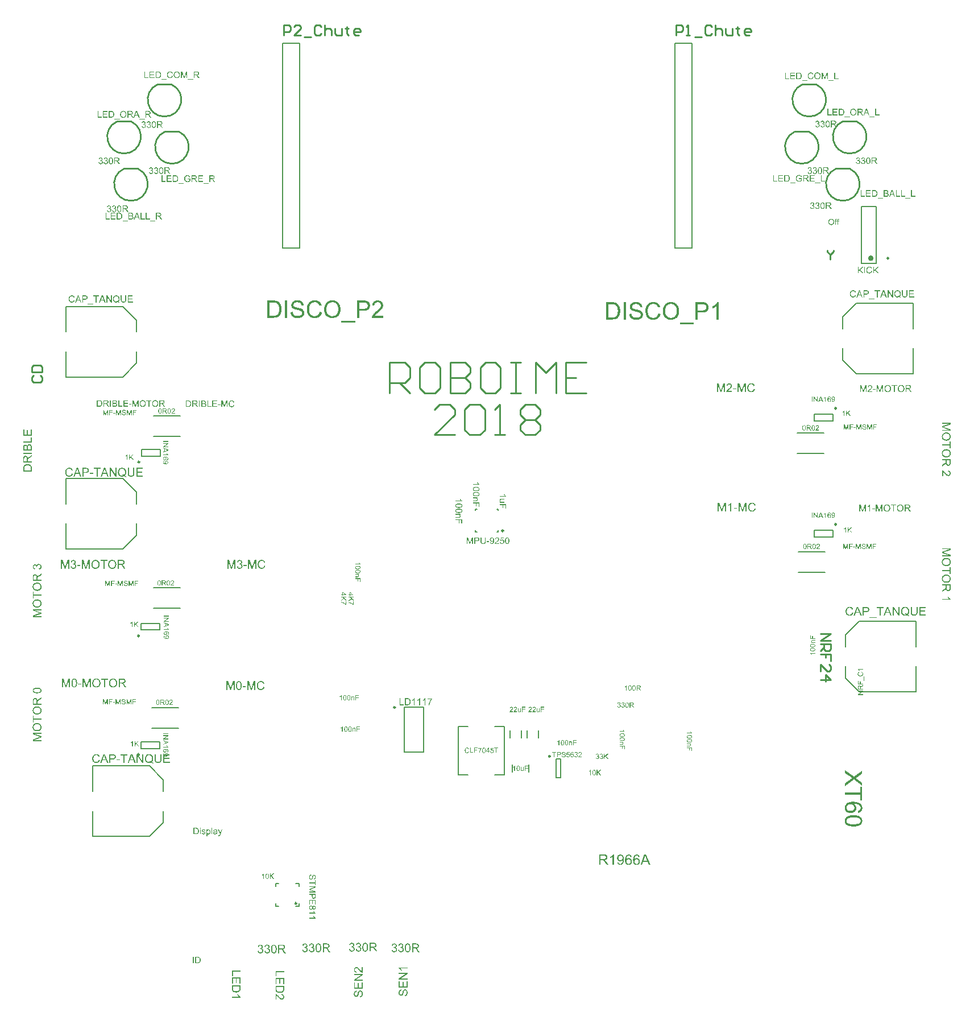
<source format=gto>
G04 Layer_Color=65535*
%FSLAX25Y25*%
%MOIN*%
G70*
G01*
G75*
%ADD34C,0.00787*%
%ADD55C,0.00984*%
%ADD56C,0.01000*%
%ADD57C,0.01575*%
%ADD58C,0.00800*%
G36*
X-218049Y-239731D02*
X-218006D01*
X-217907Y-239742D01*
X-217798Y-239753D01*
X-217684Y-239775D01*
X-217569Y-239802D01*
X-217465Y-239840D01*
X-217460D01*
X-217454Y-239846D01*
X-217421Y-239862D01*
X-217372Y-239889D01*
X-217318Y-239928D01*
X-217252Y-239977D01*
X-217181Y-240037D01*
X-217116Y-240113D01*
X-217056Y-240195D01*
X-217050Y-240206D01*
X-217034Y-240239D01*
X-217006Y-240283D01*
X-216979Y-240348D01*
X-216952Y-240424D01*
X-216925Y-240506D01*
X-216908Y-240599D01*
X-216903Y-240692D01*
Y-240703D01*
Y-240730D01*
X-216908Y-240779D01*
X-216919Y-240840D01*
X-216935Y-240910D01*
X-216963Y-240987D01*
X-216996Y-241063D01*
X-217039Y-241145D01*
X-217045Y-241156D01*
X-217061Y-241178D01*
X-217094Y-241222D01*
X-217138Y-241265D01*
X-217192Y-241320D01*
X-217258Y-241380D01*
X-217339Y-241435D01*
X-217432Y-241489D01*
X-217427D01*
X-217416Y-241495D01*
X-217400Y-241500D01*
X-217378Y-241511D01*
X-217312Y-241533D01*
X-217236Y-241571D01*
X-217154Y-241620D01*
X-217061Y-241680D01*
X-216979Y-241751D01*
X-216903Y-241839D01*
X-216897Y-241850D01*
X-216875Y-241882D01*
X-216843Y-241932D01*
X-216810Y-241997D01*
X-216777Y-242084D01*
X-216744Y-242177D01*
X-216723Y-242286D01*
X-216717Y-242407D01*
Y-242412D01*
Y-242417D01*
Y-242450D01*
X-216723Y-242505D01*
X-216734Y-242570D01*
X-216744Y-242647D01*
X-216766Y-242729D01*
X-216793Y-242816D01*
X-216832Y-242903D01*
X-216837Y-242914D01*
X-216854Y-242942D01*
X-216875Y-242980D01*
X-216908Y-243034D01*
X-216952Y-243089D01*
X-216996Y-243149D01*
X-217050Y-243209D01*
X-217110Y-243258D01*
X-217116Y-243264D01*
X-217138Y-243280D01*
X-217176Y-243302D01*
X-217225Y-243324D01*
X-217285Y-243356D01*
X-217356Y-243389D01*
X-217432Y-243417D01*
X-217525Y-243444D01*
X-217536D01*
X-217569Y-243455D01*
X-217623Y-243460D01*
X-217694Y-243471D01*
X-217782Y-243482D01*
X-217885Y-243493D01*
X-218000Y-243498D01*
X-218131Y-243504D01*
X-219573D01*
Y-239726D01*
X-218088D01*
X-218049Y-239731D01*
D02*
G37*
G36*
X-215549Y-243056D02*
X-213687D01*
Y-243504D01*
X-216051D01*
Y-239726D01*
X-215549D01*
Y-243056D01*
D02*
G37*
G36*
X-223029Y-239731D02*
X-222980D01*
X-222865Y-239737D01*
X-222745Y-239753D01*
X-222614Y-239769D01*
X-222494Y-239797D01*
X-222434Y-239813D01*
X-222385Y-239829D01*
X-222379D01*
X-222374Y-239835D01*
X-222341Y-239851D01*
X-222292Y-239873D01*
X-222232Y-239911D01*
X-222166Y-239960D01*
X-222095Y-240026D01*
X-222030Y-240102D01*
X-221964Y-240190D01*
Y-240195D01*
X-221959Y-240201D01*
X-221937Y-240233D01*
X-221915Y-240288D01*
X-221882Y-240359D01*
X-221855Y-240441D01*
X-221828Y-240539D01*
X-221811Y-240643D01*
X-221806Y-240758D01*
Y-240763D01*
Y-240774D01*
Y-240796D01*
X-221811Y-240823D01*
Y-240861D01*
X-221817Y-240899D01*
X-221839Y-240992D01*
X-221871Y-241102D01*
X-221915Y-241216D01*
X-221981Y-241331D01*
X-222024Y-241386D01*
X-222068Y-241440D01*
X-222073Y-241445D01*
X-222079Y-241451D01*
X-222095Y-241467D01*
X-222117Y-241484D01*
X-222144Y-241506D01*
X-222177Y-241527D01*
X-222221Y-241555D01*
X-222264Y-241587D01*
X-222319Y-241615D01*
X-222379Y-241642D01*
X-222445Y-241675D01*
X-222516Y-241702D01*
X-222598Y-241724D01*
X-222679Y-241751D01*
X-222772Y-241768D01*
X-222870Y-241784D01*
X-222860Y-241790D01*
X-222838Y-241800D01*
X-222805Y-241822D01*
X-222761Y-241844D01*
X-222663Y-241904D01*
X-222614Y-241942D01*
X-222570Y-241975D01*
X-222559Y-241986D01*
X-222532Y-242013D01*
X-222488Y-242057D01*
X-222434Y-242112D01*
X-222374Y-242188D01*
X-222303Y-242270D01*
X-222232Y-242368D01*
X-222155Y-242477D01*
X-221505Y-243504D01*
X-222128D01*
X-222625Y-242718D01*
Y-242712D01*
X-222636Y-242701D01*
X-222647Y-242685D01*
X-222663Y-242663D01*
X-222701Y-242603D01*
X-222750Y-242527D01*
X-222810Y-242445D01*
X-222870Y-242357D01*
X-222931Y-242275D01*
X-222985Y-242199D01*
X-222991Y-242194D01*
X-223007Y-242172D01*
X-223034Y-242139D01*
X-223073Y-242101D01*
X-223154Y-242019D01*
X-223198Y-241981D01*
X-223242Y-241948D01*
X-223247Y-241942D01*
X-223258Y-241937D01*
X-223280Y-241926D01*
X-223313Y-241910D01*
X-223345Y-241893D01*
X-223384Y-241877D01*
X-223471Y-241850D01*
X-223477D01*
X-223487Y-241844D01*
X-223509D01*
X-223537Y-241839D01*
X-223575Y-241833D01*
X-223619D01*
X-223679Y-241828D01*
X-224323D01*
Y-243504D01*
X-224825D01*
Y-239726D01*
X-223073D01*
X-223029Y-239731D01*
D02*
G37*
G36*
X-220435Y-243504D02*
X-220938D01*
Y-239726D01*
X-220435D01*
Y-243504D01*
D02*
G37*
G36*
X-190171Y-239731D02*
X-190121D01*
X-190007Y-239737D01*
X-189887Y-239753D01*
X-189756Y-239769D01*
X-189636Y-239797D01*
X-189575Y-239813D01*
X-189526Y-239829D01*
X-189521D01*
X-189515Y-239835D01*
X-189483Y-239851D01*
X-189434Y-239873D01*
X-189373Y-239911D01*
X-189308Y-239960D01*
X-189237Y-240026D01*
X-189171Y-240102D01*
X-189106Y-240190D01*
Y-240195D01*
X-189100Y-240201D01*
X-189079Y-240233D01*
X-189057Y-240288D01*
X-189024Y-240359D01*
X-188997Y-240441D01*
X-188969Y-240539D01*
X-188953Y-240643D01*
X-188947Y-240758D01*
Y-240763D01*
Y-240774D01*
Y-240796D01*
X-188953Y-240823D01*
Y-240861D01*
X-188958Y-240899D01*
X-188980Y-240992D01*
X-189013Y-241102D01*
X-189057Y-241216D01*
X-189122Y-241331D01*
X-189166Y-241386D01*
X-189210Y-241440D01*
X-189215Y-241445D01*
X-189220Y-241451D01*
X-189237Y-241467D01*
X-189259Y-241484D01*
X-189286Y-241506D01*
X-189319Y-241527D01*
X-189363Y-241555D01*
X-189406Y-241587D01*
X-189461Y-241615D01*
X-189521Y-241642D01*
X-189586Y-241675D01*
X-189657Y-241702D01*
X-189739Y-241724D01*
X-189821Y-241751D01*
X-189914Y-241768D01*
X-190012Y-241784D01*
X-190001Y-241790D01*
X-189980Y-241800D01*
X-189947Y-241822D01*
X-189903Y-241844D01*
X-189805Y-241904D01*
X-189756Y-241942D01*
X-189712Y-241975D01*
X-189701Y-241986D01*
X-189674Y-242013D01*
X-189630Y-242057D01*
X-189575Y-242112D01*
X-189515Y-242188D01*
X-189444Y-242270D01*
X-189373Y-242368D01*
X-189297Y-242477D01*
X-188647Y-243504D01*
X-189270D01*
X-189767Y-242718D01*
Y-242712D01*
X-189777Y-242701D01*
X-189788Y-242685D01*
X-189805Y-242663D01*
X-189843Y-242603D01*
X-189892Y-242527D01*
X-189952Y-242445D01*
X-190012Y-242357D01*
X-190072Y-242275D01*
X-190127Y-242199D01*
X-190132Y-242194D01*
X-190149Y-242172D01*
X-190176Y-242139D01*
X-190214Y-242101D01*
X-190296Y-242019D01*
X-190340Y-241981D01*
X-190384Y-241948D01*
X-190389Y-241942D01*
X-190400Y-241937D01*
X-190422Y-241926D01*
X-190454Y-241910D01*
X-190487Y-241893D01*
X-190525Y-241877D01*
X-190613Y-241850D01*
X-190618D01*
X-190629Y-241844D01*
X-190651D01*
X-190678Y-241839D01*
X-190717Y-241833D01*
X-190760D01*
X-190820Y-241828D01*
X-191465D01*
Y-243504D01*
X-191967D01*
Y-239726D01*
X-190214D01*
X-190171Y-239731D01*
D02*
G37*
G36*
X-184283Y-345294D02*
X-184248Y-345298D01*
X-184204Y-345303D01*
X-184156Y-345311D01*
X-184108Y-345320D01*
X-183994Y-345351D01*
X-183881Y-345394D01*
X-183824Y-345421D01*
X-183767Y-345451D01*
X-183715Y-345491D01*
X-183667Y-345534D01*
X-183662Y-345539D01*
X-183654Y-345543D01*
X-183645Y-345561D01*
X-183627Y-345578D01*
X-183606Y-345600D01*
X-183584Y-345631D01*
X-183562Y-345661D01*
X-183536Y-345700D01*
X-183492Y-345783D01*
X-183448Y-345888D01*
X-183431Y-345941D01*
X-183422Y-346002D01*
X-183413Y-346063D01*
X-183409Y-346129D01*
Y-346137D01*
Y-346159D01*
X-183413Y-346194D01*
X-183418Y-346242D01*
X-183426Y-346295D01*
X-183444Y-346356D01*
X-183461Y-346422D01*
X-183487Y-346487D01*
X-183492Y-346496D01*
X-183501Y-346518D01*
X-183518Y-346553D01*
X-183544Y-346601D01*
X-183579Y-346653D01*
X-183623Y-346719D01*
X-183675Y-346784D01*
X-183737Y-346858D01*
X-183745Y-346867D01*
X-183767Y-346893D01*
X-183789Y-346915D01*
X-183811Y-346937D01*
X-183837Y-346963D01*
X-183872Y-346998D01*
X-183907Y-347033D01*
X-183951Y-347073D01*
X-183994Y-347116D01*
X-184047Y-347164D01*
X-184104Y-347212D01*
X-184165Y-347269D01*
X-184235Y-347326D01*
X-184305Y-347387D01*
X-184309Y-347392D01*
X-184318Y-347400D01*
X-184335Y-347413D01*
X-184357Y-347431D01*
X-184383Y-347457D01*
X-184414Y-347483D01*
X-184484Y-347540D01*
X-184558Y-347606D01*
X-184628Y-347671D01*
X-184689Y-347728D01*
X-184715Y-347750D01*
X-184737Y-347772D01*
X-184742Y-347776D01*
X-184755Y-347789D01*
X-184772Y-347807D01*
X-184794Y-347833D01*
X-184816Y-347864D01*
X-184842Y-347894D01*
X-184895Y-347968D01*
X-183405D01*
Y-348327D01*
X-185410D01*
Y-348322D01*
Y-348305D01*
Y-348279D01*
X-185406Y-348244D01*
X-185402Y-348204D01*
X-185393Y-348161D01*
X-185384Y-348117D01*
X-185367Y-348069D01*
Y-348065D01*
X-185362Y-348060D01*
X-185354Y-348034D01*
X-185336Y-347995D01*
X-185310Y-347942D01*
X-185275Y-347881D01*
X-185231Y-347811D01*
X-185183Y-347741D01*
X-185122Y-347667D01*
Y-347662D01*
X-185113Y-347658D01*
X-185091Y-347632D01*
X-185052Y-347593D01*
X-184995Y-347536D01*
X-184930Y-347470D01*
X-184847Y-347392D01*
X-184746Y-347304D01*
X-184637Y-347212D01*
X-184632Y-347208D01*
X-184615Y-347195D01*
X-184589Y-347173D01*
X-184558Y-347147D01*
X-184519Y-347112D01*
X-184471Y-347073D01*
X-184423Y-347029D01*
X-184366Y-346981D01*
X-184257Y-346876D01*
X-184147Y-346771D01*
X-184095Y-346719D01*
X-184047Y-346666D01*
X-184003Y-346618D01*
X-183968Y-346570D01*
Y-346566D01*
X-183959Y-346561D01*
X-183951Y-346548D01*
X-183942Y-346531D01*
X-183911Y-346483D01*
X-183876Y-346426D01*
X-183846Y-346356D01*
X-183815Y-346282D01*
X-183798Y-346199D01*
X-183789Y-346120D01*
Y-346115D01*
Y-346111D01*
X-183793Y-346085D01*
X-183798Y-346041D01*
X-183811Y-345993D01*
X-183828Y-345932D01*
X-183859Y-345871D01*
X-183898Y-345810D01*
X-183951Y-345748D01*
X-183959Y-345740D01*
X-183981Y-345722D01*
X-184012Y-345700D01*
X-184060Y-345670D01*
X-184121Y-345644D01*
X-184191Y-345617D01*
X-184274Y-345600D01*
X-184366Y-345596D01*
X-184392D01*
X-184410Y-345600D01*
X-184462Y-345604D01*
X-184523Y-345617D01*
X-184589Y-345635D01*
X-184663Y-345665D01*
X-184733Y-345705D01*
X-184799Y-345757D01*
X-184807Y-345766D01*
X-184825Y-345788D01*
X-184851Y-345823D01*
X-184877Y-345875D01*
X-184908Y-345936D01*
X-184934Y-346015D01*
X-184951Y-346102D01*
X-184960Y-346203D01*
X-185340Y-346164D01*
Y-346159D01*
X-185336Y-346146D01*
Y-346124D01*
X-185332Y-346094D01*
X-185323Y-346059D01*
X-185314Y-346019D01*
X-185301Y-345971D01*
X-185288Y-345923D01*
X-185253Y-345818D01*
X-185201Y-345713D01*
X-185170Y-345661D01*
X-185131Y-345609D01*
X-185091Y-345561D01*
X-185048Y-345517D01*
X-185043Y-345513D01*
X-185035Y-345508D01*
X-185021Y-345495D01*
X-185000Y-345482D01*
X-184973Y-345464D01*
X-184943Y-345447D01*
X-184908Y-345425D01*
X-184864Y-345403D01*
X-184816Y-345381D01*
X-184764Y-345359D01*
X-184707Y-345342D01*
X-184646Y-345325D01*
X-184580Y-345311D01*
X-184510Y-345298D01*
X-184436Y-345294D01*
X-184357Y-345290D01*
X-184313D01*
X-184283Y-345294D01*
D02*
G37*
G36*
X-210351Y-240173D02*
X-212584D01*
Y-241325D01*
X-210493D01*
Y-241773D01*
X-212584D01*
Y-243056D01*
X-210263D01*
Y-243504D01*
X-213086D01*
Y-239726D01*
X-210351D01*
Y-240173D01*
D02*
G37*
G36*
X-196597D02*
X-197842D01*
Y-243504D01*
X-198344D01*
Y-240173D01*
X-199589D01*
Y-239726D01*
X-196597D01*
Y-240173D01*
D02*
G37*
G36*
X-227091Y-239731D02*
X-226982Y-239737D01*
X-226873Y-239748D01*
X-226764Y-239764D01*
X-226671Y-239780D01*
X-226665D01*
X-226654Y-239786D01*
X-226638D01*
X-226616Y-239797D01*
X-226556Y-239813D01*
X-226480Y-239840D01*
X-226392Y-239879D01*
X-226299Y-239928D01*
X-226207Y-239982D01*
X-226119Y-240053D01*
X-226114Y-240059D01*
X-226108Y-240064D01*
X-226092Y-240080D01*
X-226070Y-240097D01*
X-226015Y-240152D01*
X-225950Y-240228D01*
X-225879Y-240321D01*
X-225802Y-240430D01*
X-225732Y-240556D01*
X-225672Y-240698D01*
Y-240703D01*
X-225666Y-240714D01*
X-225655Y-240736D01*
X-225650Y-240769D01*
X-225633Y-240807D01*
X-225622Y-240850D01*
X-225611Y-240899D01*
X-225595Y-240960D01*
X-225579Y-241020D01*
X-225568Y-241091D01*
X-225540Y-241244D01*
X-225524Y-241413D01*
X-225519Y-241598D01*
Y-241604D01*
Y-241615D01*
Y-241642D01*
Y-241669D01*
X-225524Y-241708D01*
Y-241751D01*
X-225530Y-241855D01*
X-225546Y-241975D01*
X-225562Y-242101D01*
X-225590Y-242232D01*
X-225622Y-242363D01*
Y-242368D01*
X-225628Y-242379D01*
X-225633Y-242396D01*
X-225639Y-242417D01*
X-225661Y-242477D01*
X-225693Y-242554D01*
X-225726Y-242641D01*
X-225770Y-242729D01*
X-225824Y-242821D01*
X-225879Y-242909D01*
X-225884Y-242920D01*
X-225906Y-242947D01*
X-225939Y-242985D01*
X-225983Y-243034D01*
X-226032Y-243089D01*
X-226092Y-243144D01*
X-226152Y-243204D01*
X-226223Y-243253D01*
X-226234Y-243258D01*
X-226256Y-243275D01*
X-226294Y-243297D01*
X-226348Y-243324D01*
X-226414Y-243356D01*
X-226490Y-243384D01*
X-226578Y-243417D01*
X-226676Y-243444D01*
X-226687D01*
X-226703Y-243449D01*
X-226720Y-243455D01*
X-226774Y-243460D01*
X-226851Y-243471D01*
X-226938Y-243482D01*
X-227042Y-243493D01*
X-227157Y-243498D01*
X-227282Y-243504D01*
X-228642D01*
Y-239726D01*
X-227189D01*
X-227091Y-239731D01*
D02*
G37*
G36*
X-80826Y-412518D02*
X-80769Y-412527D01*
X-80703Y-412540D01*
X-80633Y-412558D01*
X-80559Y-412580D01*
X-80489Y-412614D01*
X-80485D01*
X-80481Y-412619D01*
X-80459Y-412632D01*
X-80424Y-412654D01*
X-80380Y-412684D01*
X-80332Y-412728D01*
X-80280Y-412776D01*
X-80231Y-412833D01*
X-80183Y-412899D01*
X-80179Y-412907D01*
X-80162Y-412929D01*
X-80144Y-412968D01*
X-80114Y-413025D01*
X-80087Y-413091D01*
X-80052Y-413165D01*
X-80022Y-413253D01*
X-79996Y-413349D01*
Y-413353D01*
X-79991Y-413362D01*
X-79987Y-413375D01*
X-79982Y-413397D01*
X-79978Y-413423D01*
X-79974Y-413454D01*
X-79965Y-413493D01*
X-79961Y-413537D01*
X-79952Y-413585D01*
X-79947Y-413637D01*
X-79943Y-413698D01*
X-79934Y-413760D01*
X-79930Y-413829D01*
Y-413899D01*
X-79926Y-413978D01*
Y-414061D01*
Y-414065D01*
Y-414083D01*
Y-414114D01*
Y-414148D01*
X-79930Y-414196D01*
Y-414249D01*
X-79934Y-414306D01*
X-79939Y-414367D01*
X-79952Y-414507D01*
X-79974Y-414651D01*
X-80000Y-414791D01*
X-80017Y-414856D01*
X-80039Y-414922D01*
Y-414926D01*
X-80044Y-414935D01*
X-80052Y-414953D01*
X-80061Y-414974D01*
X-80070Y-415005D01*
X-80087Y-415035D01*
X-80122Y-415110D01*
X-80166Y-415189D01*
X-80223Y-415276D01*
X-80288Y-415354D01*
X-80367Y-415429D01*
X-80371D01*
X-80376Y-415438D01*
X-80389Y-415446D01*
X-80406Y-415455D01*
X-80428Y-415468D01*
X-80450Y-415486D01*
X-80515Y-415516D01*
X-80594Y-415547D01*
X-80686Y-415577D01*
X-80795Y-415595D01*
X-80913Y-415604D01*
X-80957D01*
X-80988Y-415599D01*
X-81023Y-415595D01*
X-81066Y-415586D01*
X-81114Y-415577D01*
X-81167Y-415564D01*
X-81219Y-415547D01*
X-81276Y-415529D01*
X-81333Y-415503D01*
X-81389Y-415473D01*
X-81446Y-415438D01*
X-81503Y-415394D01*
X-81556Y-415346D01*
X-81604Y-415293D01*
X-81608Y-415289D01*
X-81617Y-415276D01*
X-81630Y-415254D01*
X-81652Y-415219D01*
X-81674Y-415180D01*
X-81695Y-415127D01*
X-81726Y-415066D01*
X-81752Y-414996D01*
X-81779Y-414918D01*
X-81805Y-414826D01*
X-81831Y-414725D01*
X-81853Y-414612D01*
X-81875Y-414489D01*
X-81888Y-414358D01*
X-81897Y-414214D01*
X-81901Y-414061D01*
Y-414057D01*
Y-414039D01*
Y-414009D01*
Y-413974D01*
X-81897Y-413926D01*
Y-413873D01*
X-81892Y-413816D01*
X-81888Y-413751D01*
X-81875Y-413615D01*
X-81853Y-413471D01*
X-81827Y-413327D01*
X-81809Y-413261D01*
X-81792Y-413196D01*
Y-413191D01*
X-81787Y-413183D01*
X-81779Y-413165D01*
X-81770Y-413143D01*
X-81761Y-413113D01*
X-81744Y-413082D01*
X-81709Y-413008D01*
X-81665Y-412929D01*
X-81608Y-412846D01*
X-81542Y-412763D01*
X-81464Y-412693D01*
X-81459D01*
X-81455Y-412684D01*
X-81442Y-412676D01*
X-81424Y-412667D01*
X-81403Y-412649D01*
X-81376Y-412636D01*
X-81311Y-412601D01*
X-81232Y-412571D01*
X-81140Y-412540D01*
X-81031Y-412523D01*
X-80913Y-412514D01*
X-80874D01*
X-80826Y-412518D01*
D02*
G37*
G36*
X-85204Y-415551D02*
X-85576D01*
Y-413187D01*
X-85580Y-413191D01*
X-85602Y-413209D01*
X-85628Y-413235D01*
X-85672Y-413266D01*
X-85720Y-413305D01*
X-85781Y-413349D01*
X-85851Y-413397D01*
X-85930Y-413445D01*
X-85934D01*
X-85939Y-413449D01*
X-85965Y-413467D01*
X-86009Y-413488D01*
X-86061Y-413515D01*
X-86122Y-413545D01*
X-86188Y-413576D01*
X-86253Y-413607D01*
X-86319Y-413633D01*
Y-413274D01*
X-86314D01*
X-86306Y-413266D01*
X-86288Y-413261D01*
X-86266Y-413248D01*
X-86240Y-413235D01*
X-86210Y-413218D01*
X-86135Y-413174D01*
X-86048Y-413126D01*
X-85961Y-413065D01*
X-85869Y-412995D01*
X-85777Y-412920D01*
X-85773Y-412916D01*
X-85768Y-412912D01*
X-85755Y-412899D01*
X-85738Y-412886D01*
X-85698Y-412842D01*
X-85646Y-412789D01*
X-85593Y-412728D01*
X-85537Y-412658D01*
X-85489Y-412588D01*
X-85445Y-412514D01*
X-85204D01*
Y-415551D01*
D02*
G37*
G36*
X-77706Y-431694D02*
X-77658Y-431698D01*
X-77601Y-431707D01*
X-77540Y-431720D01*
X-77475Y-431737D01*
X-77413Y-431763D01*
X-77405Y-431768D01*
X-77387Y-431777D01*
X-77357Y-431790D01*
X-77322Y-431812D01*
X-77278Y-431838D01*
X-77239Y-431873D01*
X-77199Y-431908D01*
X-77164Y-431951D01*
X-77160Y-431956D01*
X-77151Y-431973D01*
X-77138Y-431995D01*
X-77116Y-432026D01*
X-77099Y-432069D01*
X-77081Y-432113D01*
X-77060Y-432165D01*
X-77046Y-432222D01*
Y-432227D01*
X-77042Y-432244D01*
X-77038Y-432270D01*
X-77033Y-432305D01*
Y-432358D01*
X-77029Y-432419D01*
X-77025Y-432493D01*
Y-432585D01*
Y-433931D01*
X-77396D01*
Y-432603D01*
Y-432598D01*
Y-432594D01*
Y-432563D01*
Y-432524D01*
X-77400Y-432476D01*
X-77405Y-432419D01*
X-77413Y-432362D01*
X-77426Y-432310D01*
X-77440Y-432262D01*
Y-432257D01*
X-77448Y-432244D01*
X-77461Y-432222D01*
X-77475Y-432196D01*
X-77496Y-432170D01*
X-77523Y-432139D01*
X-77558Y-432109D01*
X-77597Y-432082D01*
X-77601Y-432078D01*
X-77614Y-432069D01*
X-77641Y-432061D01*
X-77671Y-432048D01*
X-77706Y-432034D01*
X-77750Y-432021D01*
X-77802Y-432017D01*
X-77855Y-432013D01*
X-77877D01*
X-77894Y-432017D01*
X-77938Y-432021D01*
X-77995Y-432030D01*
X-78056Y-432052D01*
X-78126Y-432078D01*
X-78196Y-432113D01*
X-78261Y-432165D01*
X-78270Y-432174D01*
X-78287Y-432196D01*
X-78300Y-432213D01*
X-78314Y-432235D01*
X-78331Y-432262D01*
X-78344Y-432292D01*
X-78362Y-432327D01*
X-78379Y-432371D01*
X-78392Y-432419D01*
X-78405Y-432471D01*
X-78414Y-432528D01*
X-78423Y-432589D01*
X-78432Y-432664D01*
Y-432738D01*
Y-433931D01*
X-78803D01*
Y-431737D01*
X-78471D01*
Y-432052D01*
X-78467Y-432048D01*
X-78458Y-432034D01*
X-78445Y-432017D01*
X-78427Y-431995D01*
X-78401Y-431969D01*
X-78370Y-431938D01*
X-78335Y-431903D01*
X-78292Y-431868D01*
X-78248Y-431838D01*
X-78196Y-431803D01*
X-78139Y-431772D01*
X-78078Y-431746D01*
X-78008Y-431724D01*
X-77938Y-431707D01*
X-77859Y-431694D01*
X-77776Y-431689D01*
X-77741D01*
X-77706Y-431694D01*
D02*
G37*
G36*
X-83177Y-412518D02*
X-83120Y-412527D01*
X-83055Y-412540D01*
X-82985Y-412558D01*
X-82910Y-412580D01*
X-82840Y-412614D01*
X-82836D01*
X-82832Y-412619D01*
X-82810Y-412632D01*
X-82775Y-412654D01*
X-82731Y-412684D01*
X-82683Y-412728D01*
X-82631Y-412776D01*
X-82583Y-412833D01*
X-82534Y-412899D01*
X-82530Y-412907D01*
X-82513Y-412929D01*
X-82495Y-412968D01*
X-82465Y-413025D01*
X-82438Y-413091D01*
X-82403Y-413165D01*
X-82373Y-413253D01*
X-82347Y-413349D01*
Y-413353D01*
X-82342Y-413362D01*
X-82338Y-413375D01*
X-82333Y-413397D01*
X-82329Y-413423D01*
X-82325Y-413454D01*
X-82316Y-413493D01*
X-82312Y-413537D01*
X-82303Y-413585D01*
X-82298Y-413637D01*
X-82294Y-413698D01*
X-82285Y-413760D01*
X-82281Y-413829D01*
Y-413899D01*
X-82277Y-413978D01*
Y-414061D01*
Y-414065D01*
Y-414083D01*
Y-414114D01*
Y-414148D01*
X-82281Y-414196D01*
Y-414249D01*
X-82285Y-414306D01*
X-82290Y-414367D01*
X-82303Y-414507D01*
X-82325Y-414651D01*
X-82351Y-414791D01*
X-82368Y-414856D01*
X-82390Y-414922D01*
Y-414926D01*
X-82395Y-414935D01*
X-82403Y-414953D01*
X-82412Y-414974D01*
X-82421Y-415005D01*
X-82438Y-415035D01*
X-82473Y-415110D01*
X-82517Y-415189D01*
X-82574Y-415276D01*
X-82639Y-415354D01*
X-82718Y-415429D01*
X-82722D01*
X-82727Y-415438D01*
X-82740Y-415446D01*
X-82757Y-415455D01*
X-82779Y-415468D01*
X-82801Y-415486D01*
X-82867Y-415516D01*
X-82945Y-415547D01*
X-83037Y-415577D01*
X-83146Y-415595D01*
X-83264Y-415604D01*
X-83308D01*
X-83339Y-415599D01*
X-83373Y-415595D01*
X-83417Y-415586D01*
X-83465Y-415577D01*
X-83518Y-415564D01*
X-83570Y-415547D01*
X-83627Y-415529D01*
X-83684Y-415503D01*
X-83741Y-415473D01*
X-83797Y-415438D01*
X-83854Y-415394D01*
X-83907Y-415346D01*
X-83955Y-415293D01*
X-83959Y-415289D01*
X-83968Y-415276D01*
X-83981Y-415254D01*
X-84003Y-415219D01*
X-84025Y-415180D01*
X-84047Y-415127D01*
X-84077Y-415066D01*
X-84103Y-414996D01*
X-84130Y-414918D01*
X-84156Y-414826D01*
X-84182Y-414725D01*
X-84204Y-414612D01*
X-84226Y-414489D01*
X-84239Y-414358D01*
X-84247Y-414214D01*
X-84252Y-414061D01*
Y-414057D01*
Y-414039D01*
Y-414009D01*
Y-413974D01*
X-84247Y-413926D01*
Y-413873D01*
X-84243Y-413816D01*
X-84239Y-413751D01*
X-84226Y-413615D01*
X-84204Y-413471D01*
X-84178Y-413327D01*
X-84160Y-413261D01*
X-84143Y-413196D01*
Y-413191D01*
X-84138Y-413183D01*
X-84130Y-413165D01*
X-84121Y-413143D01*
X-84112Y-413113D01*
X-84095Y-413082D01*
X-84060Y-413008D01*
X-84016Y-412929D01*
X-83959Y-412846D01*
X-83894Y-412763D01*
X-83815Y-412693D01*
X-83811D01*
X-83806Y-412684D01*
X-83793Y-412676D01*
X-83776Y-412667D01*
X-83754Y-412649D01*
X-83728Y-412636D01*
X-83662Y-412601D01*
X-83583Y-412571D01*
X-83491Y-412540D01*
X-83382Y-412523D01*
X-83264Y-412514D01*
X-83225D01*
X-83177Y-412518D01*
D02*
G37*
G36*
X-201669Y-239666D02*
X-201620D01*
X-201571Y-239671D01*
X-201505Y-239682D01*
X-201440Y-239693D01*
X-201298Y-239720D01*
X-201134Y-239764D01*
X-200976Y-239829D01*
X-200894Y-239868D01*
X-200812Y-239911D01*
X-200807Y-239917D01*
X-200796Y-239922D01*
X-200774Y-239939D01*
X-200741Y-239955D01*
X-200708Y-239982D01*
X-200665Y-240015D01*
X-200572Y-240091D01*
X-200474Y-240190D01*
X-200364Y-240310D01*
X-200261Y-240452D01*
X-200173Y-240610D01*
Y-240616D01*
X-200162Y-240632D01*
X-200151Y-240654D01*
X-200141Y-240687D01*
X-200119Y-240730D01*
X-200102Y-240779D01*
X-200080Y-240840D01*
X-200059Y-240905D01*
X-200042Y-240976D01*
X-200020Y-241052D01*
X-199999Y-241140D01*
X-199982Y-241227D01*
X-199960Y-241418D01*
X-199949Y-241626D01*
Y-241631D01*
Y-241653D01*
Y-241680D01*
X-199955Y-241724D01*
Y-241773D01*
X-199960Y-241833D01*
X-199971Y-241899D01*
X-199977Y-241970D01*
X-200004Y-242128D01*
X-200048Y-242303D01*
X-200108Y-242477D01*
X-200141Y-242565D01*
X-200184Y-242652D01*
Y-242658D01*
X-200195Y-242674D01*
X-200206Y-242696D01*
X-200228Y-242729D01*
X-200250Y-242767D01*
X-200277Y-242805D01*
X-200354Y-242909D01*
X-200446Y-243018D01*
X-200555Y-243133D01*
X-200687Y-243242D01*
X-200839Y-243340D01*
X-200845D01*
X-200856Y-243351D01*
X-200883Y-243362D01*
X-200916Y-243378D01*
X-200954Y-243395D01*
X-200998Y-243411D01*
X-201052Y-243433D01*
X-201112Y-243455D01*
X-201178Y-243477D01*
X-201249Y-243498D01*
X-201407Y-243531D01*
X-201576Y-243559D01*
X-201757Y-243569D01*
X-201811D01*
X-201844Y-243564D01*
X-201893D01*
X-201948Y-243553D01*
X-202008Y-243548D01*
X-202079Y-243537D01*
X-202226Y-243504D01*
X-202385Y-243460D01*
X-202548Y-243395D01*
X-202630Y-243356D01*
X-202712Y-243313D01*
X-202718Y-243307D01*
X-202729Y-243302D01*
X-202750Y-243285D01*
X-202783Y-243264D01*
X-202816Y-243242D01*
X-202854Y-243209D01*
X-202947Y-243127D01*
X-203051Y-243029D01*
X-203160Y-242909D01*
X-203258Y-242772D01*
X-203351Y-242614D01*
Y-242608D01*
X-203362Y-242592D01*
X-203373Y-242570D01*
X-203384Y-242537D01*
X-203400Y-242494D01*
X-203416Y-242445D01*
X-203438Y-242390D01*
X-203455Y-242330D01*
X-203477Y-242259D01*
X-203498Y-242188D01*
X-203531Y-242024D01*
X-203553Y-241855D01*
X-203564Y-241669D01*
Y-241664D01*
Y-241658D01*
Y-241626D01*
X-203558Y-241577D01*
Y-241511D01*
X-203548Y-241435D01*
X-203537Y-241342D01*
X-203520Y-241238D01*
X-203498Y-241129D01*
X-203477Y-241014D01*
X-203444Y-240894D01*
X-203400Y-240774D01*
X-203351Y-240648D01*
X-203296Y-240528D01*
X-203225Y-240408D01*
X-203149Y-240299D01*
X-203062Y-240195D01*
X-203056Y-240190D01*
X-203040Y-240173D01*
X-203007Y-240146D01*
X-202969Y-240113D01*
X-202920Y-240070D01*
X-202860Y-240026D01*
X-202789Y-239977D01*
X-202707Y-239928D01*
X-202619Y-239879D01*
X-202521Y-239829D01*
X-202412Y-239786D01*
X-202297Y-239742D01*
X-202172Y-239709D01*
X-202041Y-239682D01*
X-201904Y-239666D01*
X-201757Y-239660D01*
X-201708D01*
X-201669Y-239666D01*
D02*
G37*
G36*
X-194337D02*
X-194287D01*
X-194238Y-239671D01*
X-194173Y-239682D01*
X-194107Y-239693D01*
X-193965Y-239720D01*
X-193801Y-239764D01*
X-193643Y-239829D01*
X-193561Y-239868D01*
X-193479Y-239911D01*
X-193474Y-239917D01*
X-193463Y-239922D01*
X-193441Y-239939D01*
X-193408Y-239955D01*
X-193376Y-239982D01*
X-193332Y-240015D01*
X-193239Y-240091D01*
X-193141Y-240190D01*
X-193032Y-240310D01*
X-192928Y-240452D01*
X-192841Y-240610D01*
Y-240616D01*
X-192830Y-240632D01*
X-192819Y-240654D01*
X-192808Y-240687D01*
X-192786Y-240730D01*
X-192770Y-240779D01*
X-192748Y-240840D01*
X-192726Y-240905D01*
X-192710Y-240976D01*
X-192688Y-241052D01*
X-192666Y-241140D01*
X-192649Y-241227D01*
X-192628Y-241418D01*
X-192617Y-241626D01*
Y-241631D01*
Y-241653D01*
Y-241680D01*
X-192622Y-241724D01*
Y-241773D01*
X-192628Y-241833D01*
X-192639Y-241899D01*
X-192644Y-241970D01*
X-192671Y-242128D01*
X-192715Y-242303D01*
X-192775Y-242477D01*
X-192808Y-242565D01*
X-192851Y-242652D01*
Y-242658D01*
X-192862Y-242674D01*
X-192873Y-242696D01*
X-192895Y-242729D01*
X-192917Y-242767D01*
X-192944Y-242805D01*
X-193021Y-242909D01*
X-193114Y-243018D01*
X-193223Y-243133D01*
X-193354Y-243242D01*
X-193507Y-243340D01*
X-193512D01*
X-193523Y-243351D01*
X-193550Y-243362D01*
X-193583Y-243378D01*
X-193621Y-243395D01*
X-193665Y-243411D01*
X-193720Y-243433D01*
X-193780Y-243455D01*
X-193845Y-243477D01*
X-193916Y-243498D01*
X-194074Y-243531D01*
X-194244Y-243559D01*
X-194424Y-243569D01*
X-194478D01*
X-194511Y-243564D01*
X-194560D01*
X-194615Y-243553D01*
X-194675Y-243548D01*
X-194746Y-243537D01*
X-194894Y-243504D01*
X-195052Y-243460D01*
X-195216Y-243395D01*
X-195298Y-243356D01*
X-195379Y-243313D01*
X-195385Y-243307D01*
X-195396Y-243302D01*
X-195418Y-243285D01*
X-195450Y-243264D01*
X-195483Y-243242D01*
X-195521Y-243209D01*
X-195614Y-243127D01*
X-195718Y-243029D01*
X-195827Y-242909D01*
X-195925Y-242772D01*
X-196018Y-242614D01*
Y-242608D01*
X-196029Y-242592D01*
X-196040Y-242570D01*
X-196051Y-242537D01*
X-196067Y-242494D01*
X-196084Y-242445D01*
X-196106Y-242390D01*
X-196122Y-242330D01*
X-196144Y-242259D01*
X-196166Y-242188D01*
X-196198Y-242024D01*
X-196220Y-241855D01*
X-196231Y-241669D01*
Y-241664D01*
Y-241658D01*
Y-241626D01*
X-196226Y-241577D01*
Y-241511D01*
X-196215Y-241435D01*
X-196204Y-241342D01*
X-196187Y-241238D01*
X-196166Y-241129D01*
X-196144Y-241014D01*
X-196111Y-240894D01*
X-196067Y-240774D01*
X-196018Y-240648D01*
X-195964Y-240528D01*
X-195893Y-240408D01*
X-195816Y-240299D01*
X-195729Y-240195D01*
X-195723Y-240190D01*
X-195707Y-240173D01*
X-195674Y-240146D01*
X-195636Y-240113D01*
X-195587Y-240070D01*
X-195527Y-240026D01*
X-195456Y-239977D01*
X-195374Y-239928D01*
X-195287Y-239879D01*
X-195188Y-239829D01*
X-195079Y-239786D01*
X-194965Y-239742D01*
X-194839Y-239709D01*
X-194708Y-239682D01*
X-194571Y-239666D01*
X-194424Y-239660D01*
X-194375D01*
X-194337Y-239666D01*
D02*
G37*
G36*
X-74983Y-412886D02*
X-76626D01*
Y-413821D01*
X-75206D01*
Y-414179D01*
X-76626D01*
Y-415551D01*
X-77028D01*
Y-412527D01*
X-74983D01*
Y-412886D01*
D02*
G37*
G36*
X-78348Y-413314D02*
X-78300Y-413318D01*
X-78243Y-413327D01*
X-78182Y-413340D01*
X-78116Y-413357D01*
X-78055Y-413384D01*
X-78047Y-413388D01*
X-78029Y-413397D01*
X-77998Y-413410D01*
X-77964Y-413432D01*
X-77920Y-413458D01*
X-77880Y-413493D01*
X-77841Y-413528D01*
X-77806Y-413572D01*
X-77802Y-413576D01*
X-77793Y-413593D01*
X-77780Y-413615D01*
X-77758Y-413646D01*
X-77741Y-413690D01*
X-77723Y-413733D01*
X-77701Y-413786D01*
X-77688Y-413842D01*
Y-413847D01*
X-77684Y-413864D01*
X-77679Y-413891D01*
X-77675Y-413926D01*
Y-413978D01*
X-77671Y-414039D01*
X-77666Y-414114D01*
Y-414205D01*
Y-415551D01*
X-78038D01*
Y-414223D01*
Y-414218D01*
Y-414214D01*
Y-414183D01*
Y-414144D01*
X-78042Y-414096D01*
X-78047Y-414039D01*
X-78055Y-413982D01*
X-78068Y-413930D01*
X-78081Y-413882D01*
Y-413877D01*
X-78090Y-413864D01*
X-78103Y-413842D01*
X-78116Y-413816D01*
X-78138Y-413790D01*
X-78164Y-413760D01*
X-78199Y-413729D01*
X-78239Y-413703D01*
X-78243Y-413698D01*
X-78256Y-413690D01*
X-78282Y-413681D01*
X-78313Y-413668D01*
X-78348Y-413655D01*
X-78392Y-413642D01*
X-78444Y-413637D01*
X-78497Y-413633D01*
X-78518D01*
X-78536Y-413637D01*
X-78580Y-413642D01*
X-78636Y-413650D01*
X-78698Y-413672D01*
X-78768Y-413698D01*
X-78838Y-413733D01*
X-78903Y-413786D01*
X-78912Y-413794D01*
X-78929Y-413816D01*
X-78942Y-413834D01*
X-78955Y-413856D01*
X-78973Y-413882D01*
X-78986Y-413912D01*
X-79004Y-413947D01*
X-79021Y-413991D01*
X-79034Y-414039D01*
X-79047Y-414092D01*
X-79056Y-414148D01*
X-79065Y-414210D01*
X-79073Y-414284D01*
Y-414358D01*
Y-415551D01*
X-79445D01*
Y-413357D01*
X-79113D01*
Y-413672D01*
X-79108Y-413668D01*
X-79100Y-413655D01*
X-79087Y-413637D01*
X-79069Y-413615D01*
X-79043Y-413589D01*
X-79012Y-413558D01*
X-78977Y-413523D01*
X-78934Y-413488D01*
X-78890Y-413458D01*
X-78838Y-413423D01*
X-78781Y-413392D01*
X-78720Y-413366D01*
X-78649Y-413344D01*
X-78580Y-413327D01*
X-78501Y-413314D01*
X-78418Y-413309D01*
X-78383D01*
X-78348Y-413314D01*
D02*
G37*
G36*
X-189164Y-345307D02*
X-189125D01*
X-189033Y-345311D01*
X-188937Y-345325D01*
X-188832Y-345338D01*
X-188736Y-345359D01*
X-188688Y-345373D01*
X-188648Y-345386D01*
X-188644D01*
X-188640Y-345390D01*
X-188613Y-345403D01*
X-188574Y-345421D01*
X-188526Y-345451D01*
X-188474Y-345491D01*
X-188417Y-345543D01*
X-188364Y-345604D01*
X-188312Y-345674D01*
Y-345678D01*
X-188308Y-345683D01*
X-188290Y-345709D01*
X-188273Y-345753D01*
X-188246Y-345810D01*
X-188225Y-345875D01*
X-188203Y-345954D01*
X-188190Y-346037D01*
X-188185Y-346129D01*
Y-346133D01*
Y-346142D01*
Y-346159D01*
X-188190Y-346181D01*
Y-346212D01*
X-188194Y-346242D01*
X-188212Y-346317D01*
X-188238Y-346404D01*
X-188273Y-346496D01*
X-188325Y-346587D01*
X-188360Y-346631D01*
X-188395Y-346675D01*
X-188399Y-346679D01*
X-188404Y-346684D01*
X-188417Y-346697D01*
X-188434Y-346710D01*
X-188456Y-346727D01*
X-188482Y-346745D01*
X-188517Y-346767D01*
X-188552Y-346793D01*
X-188596Y-346815D01*
X-188644Y-346837D01*
X-188697Y-346863D01*
X-188753Y-346885D01*
X-188819Y-346902D01*
X-188884Y-346924D01*
X-188959Y-346937D01*
X-189037Y-346950D01*
X-189029Y-346955D01*
X-189011Y-346963D01*
X-188985Y-346981D01*
X-188950Y-346998D01*
X-188871Y-347046D01*
X-188832Y-347077D01*
X-188797Y-347103D01*
X-188788Y-347112D01*
X-188767Y-347134D01*
X-188732Y-347169D01*
X-188688Y-347212D01*
X-188640Y-347274D01*
X-188583Y-347339D01*
X-188526Y-347418D01*
X-188465Y-347505D01*
X-187945Y-348327D01*
X-188443D01*
X-188841Y-347697D01*
Y-347693D01*
X-188849Y-347684D01*
X-188858Y-347671D01*
X-188871Y-347654D01*
X-188902Y-347606D01*
X-188941Y-347545D01*
X-188989Y-347479D01*
X-189037Y-347409D01*
X-189085Y-347343D01*
X-189129Y-347282D01*
X-189134Y-347278D01*
X-189147Y-347260D01*
X-189169Y-347234D01*
X-189199Y-347204D01*
X-189265Y-347138D01*
X-189300Y-347108D01*
X-189335Y-347081D01*
X-189339Y-347077D01*
X-189348Y-347073D01*
X-189365Y-347064D01*
X-189391Y-347051D01*
X-189418Y-347038D01*
X-189448Y-347024D01*
X-189518Y-347003D01*
X-189523D01*
X-189531Y-346998D01*
X-189549D01*
X-189570Y-346994D01*
X-189601Y-346990D01*
X-189636D01*
X-189684Y-346985D01*
X-190200D01*
Y-348327D01*
X-190602D01*
Y-345303D01*
X-189199D01*
X-189164Y-345307D01*
D02*
G37*
G36*
X189416Y-323883D02*
X189456D01*
X189547Y-323887D01*
X189644Y-323900D01*
X189748Y-323914D01*
X189845Y-323935D01*
X189893Y-323949D01*
X189932Y-323962D01*
X189936D01*
X189941Y-323966D01*
X189967Y-323979D01*
X190006Y-323997D01*
X190054Y-324027D01*
X190107Y-324066D01*
X190164Y-324119D01*
X190216Y-324180D01*
X190268Y-324250D01*
Y-324254D01*
X190273Y-324259D01*
X190290Y-324285D01*
X190308Y-324329D01*
X190334Y-324385D01*
X190356Y-324451D01*
X190378Y-324530D01*
X190391Y-324613D01*
X190395Y-324705D01*
Y-324709D01*
Y-324718D01*
Y-324735D01*
X190391Y-324757D01*
Y-324787D01*
X190386Y-324818D01*
X190369Y-324892D01*
X190343Y-324980D01*
X190308Y-325072D01*
X190255Y-325163D01*
X190220Y-325207D01*
X190185Y-325251D01*
X190181Y-325255D01*
X190177Y-325259D01*
X190164Y-325273D01*
X190146Y-325286D01*
X190124Y-325303D01*
X190098Y-325321D01*
X190063Y-325342D01*
X190028Y-325369D01*
X189984Y-325391D01*
X189936Y-325412D01*
X189884Y-325439D01*
X189827Y-325461D01*
X189761Y-325478D01*
X189696Y-325500D01*
X189622Y-325513D01*
X189543Y-325526D01*
X189552Y-325530D01*
X189569Y-325539D01*
X189595Y-325557D01*
X189630Y-325574D01*
X189709Y-325622D01*
X189748Y-325653D01*
X189783Y-325679D01*
X189792Y-325688D01*
X189814Y-325710D01*
X189849Y-325745D01*
X189893Y-325788D01*
X189941Y-325849D01*
X189997Y-325915D01*
X190054Y-325994D01*
X190115Y-326081D01*
X190636Y-326903D01*
X190137D01*
X189740Y-326273D01*
Y-326269D01*
X189731Y-326260D01*
X189722Y-326247D01*
X189709Y-326230D01*
X189679Y-326182D01*
X189639Y-326120D01*
X189591Y-326055D01*
X189543Y-325985D01*
X189495Y-325919D01*
X189451Y-325858D01*
X189447Y-325854D01*
X189434Y-325836D01*
X189412Y-325810D01*
X189381Y-325780D01*
X189316Y-325714D01*
X189281Y-325683D01*
X189246Y-325657D01*
X189242Y-325653D01*
X189233Y-325648D01*
X189215Y-325640D01*
X189189Y-325627D01*
X189163Y-325613D01*
X189132Y-325600D01*
X189062Y-325578D01*
X189058D01*
X189049Y-325574D01*
X189032D01*
X189010Y-325570D01*
X188979Y-325565D01*
X188944D01*
X188896Y-325561D01*
X188381D01*
Y-326903D01*
X187978D01*
Y-323879D01*
X189381D01*
X189416Y-323883D01*
D02*
G37*
G36*
X-152059Y-243701D02*
X-152540D01*
Y-240539D01*
X-153643Y-243701D01*
X-154090D01*
X-155182Y-240485D01*
Y-243701D01*
X-155663D01*
Y-239922D01*
X-154915D01*
X-154019Y-242603D01*
Y-242609D01*
X-154014Y-242620D01*
X-154008Y-242636D01*
X-153998Y-242663D01*
X-153976Y-242729D01*
X-153948Y-242811D01*
X-153921Y-242904D01*
X-153888Y-242997D01*
X-153861Y-243084D01*
X-153839Y-243160D01*
X-153834Y-243149D01*
X-153828Y-243122D01*
X-153812Y-243073D01*
X-153790Y-243007D01*
X-153763Y-242920D01*
X-153725Y-242816D01*
X-153686Y-242696D01*
X-153637Y-242554D01*
X-152731Y-239922D01*
X-152059D01*
Y-243701D01*
D02*
G37*
G36*
X-158185Y-240370D02*
X-160418D01*
Y-241522D01*
X-158327D01*
Y-241970D01*
X-160418D01*
Y-243253D01*
X-158098D01*
Y-243701D01*
X-160921D01*
Y-239922D01*
X-158185D01*
Y-240370D01*
D02*
G37*
G36*
X194298Y-323870D02*
X194333Y-323874D01*
X194376Y-323879D01*
X194424Y-323887D01*
X194472Y-323896D01*
X194586Y-323927D01*
X194700Y-323970D01*
X194756Y-323997D01*
X194813Y-324027D01*
X194866Y-324066D01*
X194914Y-324110D01*
X194918Y-324115D01*
X194927Y-324119D01*
X194936Y-324136D01*
X194953Y-324154D01*
X194975Y-324176D01*
X194997Y-324206D01*
X195019Y-324237D01*
X195045Y-324276D01*
X195089Y-324359D01*
X195132Y-324464D01*
X195150Y-324517D01*
X195158Y-324578D01*
X195167Y-324639D01*
X195172Y-324705D01*
Y-324713D01*
Y-324735D01*
X195167Y-324770D01*
X195163Y-324818D01*
X195154Y-324871D01*
X195137Y-324932D01*
X195119Y-324997D01*
X195093Y-325063D01*
X195089Y-325072D01*
X195080Y-325093D01*
X195062Y-325128D01*
X195036Y-325177D01*
X195001Y-325229D01*
X194957Y-325294D01*
X194905Y-325360D01*
X194844Y-325434D01*
X194835Y-325443D01*
X194813Y-325469D01*
X194791Y-325491D01*
X194770Y-325513D01*
X194743Y-325539D01*
X194708Y-325574D01*
X194673Y-325609D01*
X194630Y-325648D01*
X194586Y-325692D01*
X194534Y-325740D01*
X194477Y-325788D01*
X194416Y-325845D01*
X194346Y-325902D01*
X194276Y-325963D01*
X194271Y-325967D01*
X194263Y-325976D01*
X194245Y-325989D01*
X194223Y-326007D01*
X194197Y-326033D01*
X194167Y-326059D01*
X194097Y-326116D01*
X194022Y-326182D01*
X193952Y-326247D01*
X193891Y-326304D01*
X193865Y-326326D01*
X193843Y-326348D01*
X193839Y-326352D01*
X193826Y-326365D01*
X193808Y-326383D01*
X193786Y-326409D01*
X193764Y-326439D01*
X193738Y-326470D01*
X193686Y-326544D01*
X195176D01*
Y-326903D01*
X193170D01*
Y-326898D01*
Y-326881D01*
Y-326854D01*
X193175Y-326820D01*
X193179Y-326780D01*
X193188Y-326736D01*
X193196Y-326693D01*
X193214Y-326645D01*
Y-326640D01*
X193218Y-326636D01*
X193227Y-326610D01*
X193244Y-326571D01*
X193271Y-326518D01*
X193306Y-326457D01*
X193349Y-326387D01*
X193397Y-326317D01*
X193458Y-326243D01*
Y-326238D01*
X193467Y-326234D01*
X193489Y-326208D01*
X193528Y-326168D01*
X193585Y-326112D01*
X193651Y-326046D01*
X193734Y-325967D01*
X193834Y-325880D01*
X193944Y-325788D01*
X193948Y-325784D01*
X193965Y-325771D01*
X193992Y-325749D01*
X194022Y-325723D01*
X194062Y-325688D01*
X194110Y-325648D01*
X194158Y-325605D01*
X194214Y-325557D01*
X194324Y-325452D01*
X194433Y-325347D01*
X194485Y-325294D01*
X194534Y-325242D01*
X194577Y-325194D01*
X194612Y-325146D01*
Y-325142D01*
X194621Y-325137D01*
X194630Y-325124D01*
X194638Y-325107D01*
X194669Y-325059D01*
X194704Y-325002D01*
X194735Y-324932D01*
X194765Y-324857D01*
X194783Y-324774D01*
X194791Y-324696D01*
Y-324691D01*
Y-324687D01*
X194787Y-324661D01*
X194783Y-324617D01*
X194770Y-324569D01*
X194752Y-324508D01*
X194721Y-324447D01*
X194682Y-324385D01*
X194630Y-324324D01*
X194621Y-324316D01*
X194599Y-324298D01*
X194569Y-324276D01*
X194520Y-324246D01*
X194459Y-324219D01*
X194389Y-324193D01*
X194306Y-324176D01*
X194214Y-324171D01*
X194188D01*
X194171Y-324176D01*
X194118Y-324180D01*
X194057Y-324193D01*
X193992Y-324211D01*
X193917Y-324241D01*
X193848Y-324281D01*
X193782Y-324333D01*
X193773Y-324342D01*
X193756Y-324364D01*
X193729Y-324399D01*
X193703Y-324451D01*
X193673Y-324512D01*
X193646Y-324591D01*
X193629Y-324678D01*
X193620Y-324779D01*
X193240Y-324740D01*
Y-324735D01*
X193244Y-324722D01*
Y-324700D01*
X193249Y-324670D01*
X193257Y-324635D01*
X193266Y-324595D01*
X193279Y-324547D01*
X193292Y-324499D01*
X193327Y-324394D01*
X193380Y-324289D01*
X193410Y-324237D01*
X193450Y-324184D01*
X193489Y-324136D01*
X193533Y-324093D01*
X193537Y-324088D01*
X193546Y-324084D01*
X193559Y-324071D01*
X193581Y-324058D01*
X193607Y-324040D01*
X193638Y-324023D01*
X193673Y-324001D01*
X193716Y-323979D01*
X193764Y-323957D01*
X193817Y-323935D01*
X193874Y-323918D01*
X193935Y-323900D01*
X194000Y-323887D01*
X194070Y-323874D01*
X194145Y-323870D01*
X194223Y-323866D01*
X194267D01*
X194298Y-323870D01*
D02*
G37*
G36*
X186545D02*
X186602Y-323879D01*
X186668Y-323892D01*
X186738Y-323909D01*
X186812Y-323931D01*
X186882Y-323966D01*
X186886D01*
X186890Y-323970D01*
X186912Y-323983D01*
X186947Y-324005D01*
X186991Y-324036D01*
X187039Y-324080D01*
X187091Y-324128D01*
X187139Y-324184D01*
X187188Y-324250D01*
X187192Y-324259D01*
X187209Y-324281D01*
X187227Y-324320D01*
X187258Y-324377D01*
X187284Y-324442D01*
X187319Y-324517D01*
X187349Y-324604D01*
X187375Y-324700D01*
Y-324705D01*
X187380Y-324713D01*
X187384Y-324726D01*
X187389Y-324748D01*
X187393Y-324774D01*
X187397Y-324805D01*
X187406Y-324844D01*
X187410Y-324888D01*
X187419Y-324936D01*
X187424Y-324989D01*
X187428Y-325050D01*
X187437Y-325111D01*
X187441Y-325181D01*
Y-325251D01*
X187445Y-325329D01*
Y-325412D01*
Y-325417D01*
Y-325434D01*
Y-325465D01*
Y-325500D01*
X187441Y-325548D01*
Y-325600D01*
X187437Y-325657D01*
X187432Y-325718D01*
X187419Y-325858D01*
X187397Y-326002D01*
X187371Y-326142D01*
X187354Y-326208D01*
X187332Y-326273D01*
Y-326278D01*
X187327Y-326286D01*
X187319Y-326304D01*
X187310Y-326326D01*
X187301Y-326356D01*
X187284Y-326387D01*
X187249Y-326461D01*
X187205Y-326540D01*
X187148Y-326627D01*
X187083Y-326706D01*
X187004Y-326780D01*
X187000D01*
X186995Y-326789D01*
X186982Y-326798D01*
X186965Y-326806D01*
X186943Y-326820D01*
X186921Y-326837D01*
X186855Y-326868D01*
X186777Y-326898D01*
X186685Y-326929D01*
X186576Y-326946D01*
X186458Y-326955D01*
X186414D01*
X186383Y-326951D01*
X186348Y-326946D01*
X186305Y-326938D01*
X186257Y-326929D01*
X186204Y-326916D01*
X186152Y-326898D01*
X186095Y-326881D01*
X186038Y-326854D01*
X185981Y-326824D01*
X185925Y-326789D01*
X185868Y-326745D01*
X185815Y-326697D01*
X185767Y-326645D01*
X185763Y-326640D01*
X185754Y-326627D01*
X185741Y-326606D01*
X185719Y-326571D01*
X185697Y-326531D01*
X185676Y-326479D01*
X185645Y-326417D01*
X185619Y-326348D01*
X185592Y-326269D01*
X185566Y-326177D01*
X185540Y-326077D01*
X185518Y-325963D01*
X185496Y-325841D01*
X185483Y-325710D01*
X185475Y-325565D01*
X185470Y-325412D01*
Y-325408D01*
Y-325391D01*
Y-325360D01*
Y-325325D01*
X185475Y-325277D01*
Y-325224D01*
X185479Y-325168D01*
X185483Y-325102D01*
X185496Y-324967D01*
X185518Y-324822D01*
X185545Y-324678D01*
X185562Y-324613D01*
X185579Y-324547D01*
Y-324543D01*
X185584Y-324534D01*
X185592Y-324517D01*
X185601Y-324495D01*
X185610Y-324464D01*
X185627Y-324434D01*
X185662Y-324359D01*
X185706Y-324281D01*
X185763Y-324198D01*
X185828Y-324115D01*
X185907Y-324045D01*
X185912D01*
X185916Y-324036D01*
X185929Y-324027D01*
X185947Y-324018D01*
X185968Y-324001D01*
X185995Y-323988D01*
X186060Y-323953D01*
X186139Y-323922D01*
X186231Y-323892D01*
X186340Y-323874D01*
X186458Y-323866D01*
X186497D01*
X186545Y-323870D01*
D02*
G37*
G36*
X-149520Y-239862D02*
X-149471Y-239868D01*
X-149411Y-239873D01*
X-149351Y-239879D01*
X-149280Y-239895D01*
X-149133Y-239928D01*
X-148969Y-239977D01*
X-148887Y-240010D01*
X-148811Y-240048D01*
X-148734Y-240097D01*
X-148658Y-240146D01*
X-148652Y-240152D01*
X-148641Y-240157D01*
X-148619Y-240174D01*
X-148592Y-240201D01*
X-148565Y-240228D01*
X-148527Y-240266D01*
X-148488Y-240310D01*
X-148445Y-240354D01*
X-148401Y-240408D01*
X-148357Y-240474D01*
X-148308Y-240539D01*
X-148265Y-240610D01*
X-148226Y-240692D01*
X-148183Y-240774D01*
X-148150Y-240862D01*
X-148117Y-240960D01*
X-148609Y-241074D01*
Y-241069D01*
X-148614Y-241058D01*
X-148625Y-241036D01*
X-148636Y-241009D01*
X-148647Y-240976D01*
X-148663Y-240933D01*
X-148707Y-240845D01*
X-148761Y-240747D01*
X-148827Y-240649D01*
X-148909Y-240556D01*
X-148996Y-240474D01*
X-149007Y-240463D01*
X-149040Y-240441D01*
X-149094Y-240414D01*
X-149165Y-240376D01*
X-149258Y-240343D01*
X-149362Y-240310D01*
X-149488Y-240288D01*
X-149624Y-240283D01*
X-149668D01*
X-149695Y-240288D01*
X-149733D01*
X-149777Y-240294D01*
X-149881Y-240310D01*
X-149995Y-240332D01*
X-150116Y-240370D01*
X-150241Y-240425D01*
X-150356Y-240496D01*
X-150361D01*
X-150367Y-240507D01*
X-150405Y-240534D01*
X-150454Y-240578D01*
X-150514Y-240643D01*
X-150585Y-240725D01*
X-150651Y-240818D01*
X-150711Y-240933D01*
X-150765Y-241058D01*
Y-241064D01*
X-150771Y-241074D01*
X-150776Y-241091D01*
X-150782Y-241118D01*
X-150793Y-241151D01*
X-150803Y-241189D01*
X-150820Y-241282D01*
X-150842Y-241391D01*
X-150864Y-241511D01*
X-150874Y-241642D01*
X-150880Y-241784D01*
Y-241790D01*
Y-241806D01*
Y-241833D01*
Y-241866D01*
X-150874Y-241904D01*
Y-241954D01*
X-150869Y-242008D01*
X-150864Y-242068D01*
X-150847Y-242199D01*
X-150820Y-242341D01*
X-150787Y-242483D01*
X-150743Y-242625D01*
Y-242631D01*
X-150738Y-242642D01*
X-150727Y-242658D01*
X-150716Y-242685D01*
X-150683Y-242751D01*
X-150634Y-242827D01*
X-150574Y-242915D01*
X-150498Y-243007D01*
X-150410Y-243089D01*
X-150307Y-243166D01*
X-150301D01*
X-150290Y-243171D01*
X-150274Y-243182D01*
X-150252Y-243193D01*
X-150225Y-243204D01*
X-150192Y-243220D01*
X-150116Y-243253D01*
X-150017Y-243286D01*
X-149908Y-243313D01*
X-149788Y-243335D01*
X-149662Y-243340D01*
X-149624D01*
X-149591Y-243335D01*
X-149553D01*
X-149515Y-243330D01*
X-149417Y-243308D01*
X-149302Y-243280D01*
X-149187Y-243237D01*
X-149067Y-243177D01*
X-149007Y-243144D01*
X-148952Y-243100D01*
X-148947Y-243095D01*
X-148942Y-243089D01*
X-148925Y-243073D01*
X-148903Y-243057D01*
X-148881Y-243029D01*
X-148854Y-242997D01*
X-148821Y-242964D01*
X-148794Y-242920D01*
X-148761Y-242871D01*
X-148723Y-242816D01*
X-148690Y-242762D01*
X-148658Y-242696D01*
X-148630Y-242625D01*
X-148603Y-242549D01*
X-148576Y-242467D01*
X-148554Y-242379D01*
X-148052Y-242505D01*
Y-242511D01*
X-148057Y-242532D01*
X-148068Y-242565D01*
X-148084Y-242609D01*
X-148101Y-242658D01*
X-148123Y-242718D01*
X-148150Y-242783D01*
X-148183Y-242854D01*
X-148259Y-243007D01*
X-148357Y-243160D01*
X-148417Y-243237D01*
X-148477Y-243313D01*
X-148543Y-243379D01*
X-148619Y-243444D01*
X-148625Y-243450D01*
X-148636Y-243461D01*
X-148663Y-243472D01*
X-148690Y-243493D01*
X-148734Y-243521D01*
X-148778Y-243548D01*
X-148838Y-243575D01*
X-148898Y-243602D01*
X-148969Y-243635D01*
X-149045Y-243663D01*
X-149127Y-243690D01*
X-149215Y-243717D01*
X-149307Y-243739D01*
X-149406Y-243750D01*
X-149509Y-243761D01*
X-149619Y-243766D01*
X-149679D01*
X-149722Y-243761D01*
X-149771D01*
X-149832Y-243755D01*
X-149897Y-243744D01*
X-149973Y-243734D01*
X-150132Y-243706D01*
X-150296Y-243663D01*
X-150460Y-243602D01*
X-150536Y-243564D01*
X-150612Y-243521D01*
X-150618Y-243515D01*
X-150629Y-243510D01*
X-150651Y-243493D01*
X-150672Y-243472D01*
X-150705Y-243450D01*
X-150743Y-243417D01*
X-150787Y-243379D01*
X-150831Y-243335D01*
X-150874Y-243286D01*
X-150924Y-243237D01*
X-151022Y-243111D01*
X-151115Y-242964D01*
X-151197Y-242800D01*
Y-242794D01*
X-151207Y-242778D01*
X-151213Y-242751D01*
X-151229Y-242718D01*
X-151240Y-242674D01*
X-151257Y-242620D01*
X-151278Y-242560D01*
X-151295Y-242494D01*
X-151311Y-242423D01*
X-151333Y-242341D01*
X-151360Y-242172D01*
X-151382Y-241981D01*
X-151393Y-241784D01*
Y-241779D01*
Y-241757D01*
Y-241724D01*
X-151388Y-241686D01*
Y-241631D01*
X-151382Y-241577D01*
X-151377Y-241506D01*
X-151366Y-241435D01*
X-151339Y-241277D01*
X-151300Y-241102D01*
X-151246Y-240927D01*
X-151169Y-240758D01*
X-151164Y-240752D01*
X-151158Y-240736D01*
X-151147Y-240714D01*
X-151126Y-240687D01*
X-151104Y-240649D01*
X-151076Y-240605D01*
X-151005Y-240507D01*
X-150913Y-240398D01*
X-150803Y-240288D01*
X-150678Y-240179D01*
X-150531Y-240086D01*
X-150525Y-240081D01*
X-150509Y-240075D01*
X-150487Y-240064D01*
X-150460Y-240048D01*
X-150416Y-240032D01*
X-150372Y-240015D01*
X-150318Y-239993D01*
X-150258Y-239972D01*
X-150192Y-239950D01*
X-150121Y-239928D01*
X-149968Y-239895D01*
X-149793Y-239868D01*
X-149613Y-239857D01*
X-149559D01*
X-149520Y-239862D01*
D02*
G37*
G36*
X-156214Y-242565D02*
X-157650D01*
Y-242101D01*
X-156214D01*
Y-242565D01*
D02*
G37*
G36*
X191946Y-323870D02*
X192003Y-323879D01*
X192069Y-323892D01*
X192139Y-323909D01*
X192213Y-323931D01*
X192283Y-323966D01*
X192287D01*
X192292Y-323970D01*
X192314Y-323983D01*
X192349Y-324005D01*
X192392Y-324036D01*
X192440Y-324080D01*
X192493Y-324128D01*
X192541Y-324184D01*
X192589Y-324250D01*
X192593Y-324259D01*
X192611Y-324281D01*
X192628Y-324320D01*
X192659Y-324377D01*
X192685Y-324442D01*
X192720Y-324517D01*
X192751Y-324604D01*
X192777Y-324700D01*
Y-324705D01*
X192781Y-324713D01*
X192786Y-324726D01*
X192790Y-324748D01*
X192794Y-324774D01*
X192799Y-324805D01*
X192807Y-324844D01*
X192812Y-324888D01*
X192821Y-324936D01*
X192825Y-324989D01*
X192829Y-325050D01*
X192838Y-325111D01*
X192842Y-325181D01*
Y-325251D01*
X192847Y-325329D01*
Y-325412D01*
Y-325417D01*
Y-325434D01*
Y-325465D01*
Y-325500D01*
X192842Y-325548D01*
Y-325600D01*
X192838Y-325657D01*
X192834Y-325718D01*
X192821Y-325858D01*
X192799Y-326002D01*
X192772Y-326142D01*
X192755Y-326208D01*
X192733Y-326273D01*
Y-326278D01*
X192729Y-326286D01*
X192720Y-326304D01*
X192711Y-326326D01*
X192702Y-326356D01*
X192685Y-326387D01*
X192650Y-326461D01*
X192606Y-326540D01*
X192550Y-326627D01*
X192484Y-326706D01*
X192405Y-326780D01*
X192401D01*
X192397Y-326789D01*
X192384Y-326798D01*
X192366Y-326806D01*
X192344Y-326820D01*
X192322Y-326837D01*
X192257Y-326868D01*
X192178Y-326898D01*
X192086Y-326929D01*
X191977Y-326946D01*
X191859Y-326955D01*
X191815D01*
X191785Y-326951D01*
X191750Y-326946D01*
X191706Y-326938D01*
X191658Y-326929D01*
X191606Y-326916D01*
X191553Y-326898D01*
X191496Y-326881D01*
X191440Y-326854D01*
X191383Y-326824D01*
X191326Y-326789D01*
X191269Y-326745D01*
X191217Y-326697D01*
X191169Y-326645D01*
X191164Y-326640D01*
X191156Y-326627D01*
X191142Y-326606D01*
X191121Y-326571D01*
X191099Y-326531D01*
X191077Y-326479D01*
X191046Y-326417D01*
X191020Y-326348D01*
X190994Y-326269D01*
X190968Y-326177D01*
X190941Y-326077D01*
X190920Y-325963D01*
X190898Y-325841D01*
X190885Y-325710D01*
X190876Y-325565D01*
X190872Y-325412D01*
Y-325408D01*
Y-325391D01*
Y-325360D01*
Y-325325D01*
X190876Y-325277D01*
Y-325224D01*
X190880Y-325168D01*
X190885Y-325102D01*
X190898Y-324967D01*
X190920Y-324822D01*
X190946Y-324678D01*
X190963Y-324613D01*
X190981Y-324547D01*
Y-324543D01*
X190985Y-324534D01*
X190994Y-324517D01*
X191003Y-324495D01*
X191011Y-324464D01*
X191029Y-324434D01*
X191064Y-324359D01*
X191107Y-324281D01*
X191164Y-324198D01*
X191230Y-324115D01*
X191308Y-324045D01*
X191313D01*
X191317Y-324036D01*
X191330Y-324027D01*
X191348Y-324018D01*
X191370Y-324001D01*
X191396Y-323988D01*
X191461Y-323953D01*
X191540Y-323922D01*
X191632Y-323892D01*
X191741Y-323874D01*
X191859Y-323866D01*
X191898D01*
X191946Y-323870D01*
D02*
G37*
G36*
X-163383Y-243253D02*
X-161521D01*
Y-243701D01*
X-163886D01*
Y-239922D01*
X-163383D01*
Y-243253D01*
D02*
G37*
G36*
X-204225Y-243504D02*
X-204705D01*
Y-240343D01*
X-205808Y-243504D01*
X-206256D01*
X-207348Y-240288D01*
Y-243504D01*
X-207828D01*
Y-239726D01*
X-207080D01*
X-206185Y-242407D01*
Y-242412D01*
X-206179Y-242423D01*
X-206174Y-242439D01*
X-206163Y-242466D01*
X-206141Y-242532D01*
X-206114Y-242614D01*
X-206086Y-242707D01*
X-206054Y-242800D01*
X-206026Y-242887D01*
X-206005Y-242963D01*
X-205999Y-242952D01*
X-205994Y-242925D01*
X-205977Y-242876D01*
X-205955Y-242811D01*
X-205928Y-242723D01*
X-205890Y-242619D01*
X-205852Y-242499D01*
X-205803Y-242357D01*
X-204896Y-239726D01*
X-204225D01*
Y-243504D01*
D02*
G37*
G36*
X-208380Y-242368D02*
X-209816D01*
Y-241904D01*
X-208380D01*
Y-242368D01*
D02*
G37*
G36*
X-186634Y-345294D02*
X-186577Y-345303D01*
X-186512Y-345316D01*
X-186442Y-345333D01*
X-186367Y-345355D01*
X-186297Y-345390D01*
X-186293D01*
X-186289Y-345394D01*
X-186267Y-345408D01*
X-186232Y-345429D01*
X-186188Y-345460D01*
X-186140Y-345504D01*
X-186088Y-345552D01*
X-186040Y-345609D01*
X-185992Y-345674D01*
X-185987Y-345683D01*
X-185970Y-345705D01*
X-185952Y-345744D01*
X-185922Y-345801D01*
X-185895Y-345866D01*
X-185860Y-345941D01*
X-185830Y-346028D01*
X-185804Y-346124D01*
Y-346129D01*
X-185799Y-346137D01*
X-185795Y-346150D01*
X-185791Y-346172D01*
X-185786Y-346199D01*
X-185782Y-346229D01*
X-185773Y-346269D01*
X-185769Y-346312D01*
X-185760Y-346360D01*
X-185756Y-346413D01*
X-185751Y-346474D01*
X-185742Y-346535D01*
X-185738Y-346605D01*
Y-346675D01*
X-185734Y-346754D01*
Y-346837D01*
Y-346841D01*
Y-346858D01*
Y-346889D01*
Y-346924D01*
X-185738Y-346972D01*
Y-347024D01*
X-185742Y-347081D01*
X-185747Y-347143D01*
X-185760Y-347282D01*
X-185782Y-347427D01*
X-185808Y-347566D01*
X-185826Y-347632D01*
X-185847Y-347697D01*
Y-347702D01*
X-185852Y-347711D01*
X-185860Y-347728D01*
X-185869Y-347750D01*
X-185878Y-347780D01*
X-185895Y-347811D01*
X-185930Y-347885D01*
X-185974Y-347964D01*
X-186031Y-348052D01*
X-186096Y-348130D01*
X-186175Y-348204D01*
X-186179D01*
X-186184Y-348213D01*
X-186197Y-348222D01*
X-186214Y-348231D01*
X-186236Y-348244D01*
X-186258Y-348261D01*
X-186324Y-348292D01*
X-186402Y-348322D01*
X-186494Y-348353D01*
X-186603Y-348371D01*
X-186721Y-348379D01*
X-186765D01*
X-186796Y-348375D01*
X-186830Y-348371D01*
X-186874Y-348362D01*
X-186922Y-348353D01*
X-186975Y-348340D01*
X-187027Y-348322D01*
X-187084Y-348305D01*
X-187141Y-348279D01*
X-187198Y-348248D01*
X-187254Y-348213D01*
X-187311Y-348169D01*
X-187364Y-348121D01*
X-187412Y-348069D01*
X-187416Y-348065D01*
X-187425Y-348052D01*
X-187438Y-348030D01*
X-187460Y-347995D01*
X-187482Y-347955D01*
X-187504Y-347903D01*
X-187534Y-347842D01*
X-187560Y-347772D01*
X-187587Y-347693D01*
X-187613Y-347601D01*
X-187639Y-347501D01*
X-187661Y-347387D01*
X-187683Y-347265D01*
X-187696Y-347134D01*
X-187705Y-346990D01*
X-187709Y-346837D01*
Y-346832D01*
Y-346815D01*
Y-346784D01*
Y-346749D01*
X-187705Y-346701D01*
Y-346649D01*
X-187700Y-346592D01*
X-187696Y-346526D01*
X-187683Y-346391D01*
X-187661Y-346247D01*
X-187635Y-346102D01*
X-187617Y-346037D01*
X-187600Y-345971D01*
Y-345967D01*
X-187595Y-345958D01*
X-187587Y-345941D01*
X-187578Y-345919D01*
X-187569Y-345888D01*
X-187552Y-345858D01*
X-187517Y-345783D01*
X-187473Y-345705D01*
X-187416Y-345622D01*
X-187351Y-345539D01*
X-187272Y-345469D01*
X-187268D01*
X-187263Y-345460D01*
X-187250Y-345451D01*
X-187233Y-345443D01*
X-187211Y-345425D01*
X-187185Y-345412D01*
X-187119Y-345377D01*
X-187040Y-345346D01*
X-186949Y-345316D01*
X-186839Y-345298D01*
X-186721Y-345290D01*
X-186682D01*
X-186634Y-345294D01*
D02*
G37*
G36*
X-192035D02*
X-191978Y-345303D01*
X-191913Y-345316D01*
X-191843Y-345333D01*
X-191769Y-345355D01*
X-191699Y-345390D01*
X-191694D01*
X-191690Y-345394D01*
X-191668Y-345408D01*
X-191633Y-345429D01*
X-191589Y-345460D01*
X-191541Y-345504D01*
X-191489Y-345552D01*
X-191441Y-345609D01*
X-191393Y-345674D01*
X-191388Y-345683D01*
X-191371Y-345705D01*
X-191353Y-345744D01*
X-191323Y-345801D01*
X-191297Y-345866D01*
X-191262Y-345941D01*
X-191231Y-346028D01*
X-191205Y-346124D01*
Y-346129D01*
X-191200Y-346137D01*
X-191196Y-346150D01*
X-191192Y-346172D01*
X-191187Y-346199D01*
X-191183Y-346229D01*
X-191174Y-346269D01*
X-191170Y-346312D01*
X-191161Y-346360D01*
X-191157Y-346413D01*
X-191153Y-346474D01*
X-191144Y-346535D01*
X-191139Y-346605D01*
Y-346675D01*
X-191135Y-346754D01*
Y-346837D01*
Y-346841D01*
Y-346858D01*
Y-346889D01*
Y-346924D01*
X-191139Y-346972D01*
Y-347024D01*
X-191144Y-347081D01*
X-191148Y-347143D01*
X-191161Y-347282D01*
X-191183Y-347427D01*
X-191209Y-347566D01*
X-191227Y-347632D01*
X-191249Y-347697D01*
Y-347702D01*
X-191253Y-347711D01*
X-191262Y-347728D01*
X-191270Y-347750D01*
X-191279Y-347780D01*
X-191297Y-347811D01*
X-191332Y-347885D01*
X-191375Y-347964D01*
X-191432Y-348052D01*
X-191498Y-348130D01*
X-191576Y-348204D01*
X-191581D01*
X-191585Y-348213D01*
X-191598Y-348222D01*
X-191616Y-348231D01*
X-191638Y-348244D01*
X-191659Y-348261D01*
X-191725Y-348292D01*
X-191804Y-348322D01*
X-191895Y-348353D01*
X-192005Y-348371D01*
X-192123Y-348379D01*
X-192166D01*
X-192197Y-348375D01*
X-192232Y-348371D01*
X-192276Y-348362D01*
X-192324Y-348353D01*
X-192376Y-348340D01*
X-192429Y-348322D01*
X-192485Y-348305D01*
X-192542Y-348279D01*
X-192599Y-348248D01*
X-192656Y-348213D01*
X-192713Y-348169D01*
X-192765Y-348121D01*
X-192813Y-348069D01*
X-192817Y-348065D01*
X-192826Y-348052D01*
X-192839Y-348030D01*
X-192861Y-347995D01*
X-192883Y-347955D01*
X-192905Y-347903D01*
X-192935Y-347842D01*
X-192962Y-347772D01*
X-192988Y-347693D01*
X-193014Y-347601D01*
X-193040Y-347501D01*
X-193062Y-347387D01*
X-193084Y-347265D01*
X-193097Y-347134D01*
X-193106Y-346990D01*
X-193110Y-346837D01*
Y-346832D01*
Y-346815D01*
Y-346784D01*
Y-346749D01*
X-193106Y-346701D01*
Y-346649D01*
X-193102Y-346592D01*
X-193097Y-346526D01*
X-193084Y-346391D01*
X-193062Y-346247D01*
X-193036Y-346102D01*
X-193018Y-346037D01*
X-193001Y-345971D01*
Y-345967D01*
X-192997Y-345958D01*
X-192988Y-345941D01*
X-192979Y-345919D01*
X-192970Y-345888D01*
X-192953Y-345858D01*
X-192918Y-345783D01*
X-192874Y-345705D01*
X-192817Y-345622D01*
X-192752Y-345539D01*
X-192673Y-345469D01*
X-192669D01*
X-192665Y-345460D01*
X-192651Y-345451D01*
X-192634Y-345443D01*
X-192612Y-345425D01*
X-192586Y-345412D01*
X-192520Y-345377D01*
X-192442Y-345346D01*
X-192350Y-345316D01*
X-192241Y-345298D01*
X-192123Y-345290D01*
X-192083D01*
X-192035Y-345294D01*
D02*
G37*
G36*
X-168270Y-243701D02*
X-168772D01*
Y-239922D01*
X-168270D01*
Y-243701D01*
D02*
G37*
G36*
X-165884Y-239928D02*
X-165840D01*
X-165742Y-239939D01*
X-165633Y-239950D01*
X-165518Y-239972D01*
X-165403Y-239999D01*
X-165300Y-240037D01*
X-165294D01*
X-165289Y-240043D01*
X-165256Y-240059D01*
X-165207Y-240086D01*
X-165152Y-240125D01*
X-165087Y-240174D01*
X-165016Y-240234D01*
X-164950Y-240310D01*
X-164890Y-240392D01*
X-164885Y-240403D01*
X-164868Y-240436D01*
X-164841Y-240479D01*
X-164814Y-240545D01*
X-164787Y-240621D01*
X-164759Y-240703D01*
X-164743Y-240796D01*
X-164737Y-240889D01*
Y-240900D01*
Y-240927D01*
X-164743Y-240976D01*
X-164754Y-241036D01*
X-164770Y-241107D01*
X-164797Y-241184D01*
X-164830Y-241260D01*
X-164874Y-241342D01*
X-164879Y-241353D01*
X-164896Y-241375D01*
X-164928Y-241419D01*
X-164972Y-241462D01*
X-165027Y-241517D01*
X-165092Y-241577D01*
X-165174Y-241631D01*
X-165267Y-241686D01*
X-165261D01*
X-165251Y-241691D01*
X-165234Y-241697D01*
X-165212Y-241708D01*
X-165147Y-241730D01*
X-165070Y-241768D01*
X-164989Y-241817D01*
X-164896Y-241877D01*
X-164814Y-241948D01*
X-164737Y-242036D01*
X-164732Y-242046D01*
X-164710Y-242079D01*
X-164677Y-242128D01*
X-164645Y-242194D01*
X-164612Y-242281D01*
X-164579Y-242374D01*
X-164557Y-242483D01*
X-164552Y-242603D01*
Y-242609D01*
Y-242614D01*
Y-242647D01*
X-164557Y-242702D01*
X-164568Y-242767D01*
X-164579Y-242844D01*
X-164601Y-242926D01*
X-164628Y-243013D01*
X-164666Y-243100D01*
X-164672Y-243111D01*
X-164688Y-243138D01*
X-164710Y-243177D01*
X-164743Y-243231D01*
X-164787Y-243286D01*
X-164830Y-243346D01*
X-164885Y-243406D01*
X-164945Y-243455D01*
X-164950Y-243461D01*
X-164972Y-243477D01*
X-165010Y-243499D01*
X-165059Y-243521D01*
X-165120Y-243553D01*
X-165191Y-243586D01*
X-165267Y-243613D01*
X-165360Y-243641D01*
X-165371D01*
X-165403Y-243652D01*
X-165458Y-243657D01*
X-165529Y-243668D01*
X-165616Y-243679D01*
X-165720Y-243690D01*
X-165835Y-243695D01*
X-165966Y-243701D01*
X-167407D01*
Y-239922D01*
X-165922D01*
X-165884Y-239928D01*
D02*
G37*
G36*
X-174926D02*
X-174817Y-239933D01*
X-174707Y-239944D01*
X-174598Y-239961D01*
X-174505Y-239977D01*
X-174500D01*
X-174489Y-239983D01*
X-174473D01*
X-174451Y-239993D01*
X-174391Y-240010D01*
X-174314Y-240037D01*
X-174227Y-240075D01*
X-174134Y-240125D01*
X-174041Y-240179D01*
X-173954Y-240250D01*
X-173948Y-240255D01*
X-173943Y-240261D01*
X-173927Y-240277D01*
X-173905Y-240294D01*
X-173850Y-240348D01*
X-173785Y-240425D01*
X-173714Y-240518D01*
X-173637Y-240627D01*
X-173566Y-240752D01*
X-173506Y-240894D01*
Y-240900D01*
X-173501Y-240911D01*
X-173490Y-240933D01*
X-173484Y-240965D01*
X-173468Y-241003D01*
X-173457Y-241047D01*
X-173446Y-241096D01*
X-173430Y-241156D01*
X-173413Y-241216D01*
X-173402Y-241287D01*
X-173375Y-241440D01*
X-173359Y-241610D01*
X-173353Y-241795D01*
Y-241801D01*
Y-241812D01*
Y-241839D01*
Y-241866D01*
X-173359Y-241904D01*
Y-241948D01*
X-173364Y-242052D01*
X-173381Y-242172D01*
X-173397Y-242298D01*
X-173424Y-242429D01*
X-173457Y-242560D01*
Y-242565D01*
X-173462Y-242576D01*
X-173468Y-242592D01*
X-173473Y-242614D01*
X-173495Y-242674D01*
X-173528Y-242751D01*
X-173561Y-242838D01*
X-173604Y-242926D01*
X-173659Y-243018D01*
X-173714Y-243106D01*
X-173719Y-243117D01*
X-173741Y-243144D01*
X-173774Y-243182D01*
X-173817Y-243231D01*
X-173866Y-243286D01*
X-173927Y-243340D01*
X-173987Y-243401D01*
X-174058Y-243450D01*
X-174068Y-243455D01*
X-174090Y-243472D01*
X-174129Y-243493D01*
X-174183Y-243521D01*
X-174249Y-243553D01*
X-174325Y-243581D01*
X-174413Y-243613D01*
X-174511Y-243641D01*
X-174522D01*
X-174538Y-243646D01*
X-174555Y-243652D01*
X-174609Y-243657D01*
X-174686Y-243668D01*
X-174773Y-243679D01*
X-174877Y-243690D01*
X-174991Y-243695D01*
X-175117Y-243701D01*
X-176476D01*
Y-239922D01*
X-175024D01*
X-174926Y-239928D01*
D02*
G37*
G36*
X-170863D02*
X-170814D01*
X-170700Y-239933D01*
X-170580Y-239950D01*
X-170449Y-239966D01*
X-170328Y-239993D01*
X-170268Y-240010D01*
X-170219Y-240026D01*
X-170214D01*
X-170208Y-240032D01*
X-170176Y-240048D01*
X-170126Y-240070D01*
X-170066Y-240108D01*
X-170001Y-240157D01*
X-169930Y-240223D01*
X-169864Y-240299D01*
X-169799Y-240387D01*
Y-240392D01*
X-169793Y-240398D01*
X-169772Y-240430D01*
X-169750Y-240485D01*
X-169717Y-240556D01*
X-169690Y-240638D01*
X-169662Y-240736D01*
X-169646Y-240840D01*
X-169641Y-240954D01*
Y-240960D01*
Y-240971D01*
Y-240993D01*
X-169646Y-241020D01*
Y-241058D01*
X-169651Y-241096D01*
X-169673Y-241189D01*
X-169706Y-241298D01*
X-169750Y-241413D01*
X-169815Y-241528D01*
X-169859Y-241582D01*
X-169903Y-241637D01*
X-169908Y-241642D01*
X-169913Y-241648D01*
X-169930Y-241664D01*
X-169952Y-241681D01*
X-169979Y-241702D01*
X-170012Y-241724D01*
X-170055Y-241752D01*
X-170099Y-241784D01*
X-170154Y-241812D01*
X-170214Y-241839D01*
X-170279Y-241872D01*
X-170350Y-241899D01*
X-170432Y-241921D01*
X-170514Y-241948D01*
X-170607Y-241965D01*
X-170705Y-241981D01*
X-170694Y-241986D01*
X-170672Y-241997D01*
X-170640Y-242019D01*
X-170596Y-242041D01*
X-170498Y-242101D01*
X-170449Y-242139D01*
X-170405Y-242172D01*
X-170394Y-242183D01*
X-170367Y-242210D01*
X-170323Y-242254D01*
X-170268Y-242308D01*
X-170208Y-242385D01*
X-170137Y-242467D01*
X-170066Y-242565D01*
X-169990Y-242674D01*
X-169340Y-243701D01*
X-169963D01*
X-170459Y-242915D01*
Y-242909D01*
X-170470Y-242898D01*
X-170481Y-242882D01*
X-170498Y-242860D01*
X-170536Y-242800D01*
X-170585Y-242723D01*
X-170645Y-242642D01*
X-170705Y-242554D01*
X-170765Y-242472D01*
X-170820Y-242396D01*
X-170825Y-242390D01*
X-170842Y-242369D01*
X-170869Y-242336D01*
X-170907Y-242298D01*
X-170989Y-242216D01*
X-171033Y-242177D01*
X-171076Y-242145D01*
X-171082Y-242139D01*
X-171093Y-242134D01*
X-171115Y-242123D01*
X-171147Y-242107D01*
X-171180Y-242090D01*
X-171218Y-242074D01*
X-171306Y-242046D01*
X-171311D01*
X-171322Y-242041D01*
X-171344D01*
X-171371Y-242036D01*
X-171409Y-242030D01*
X-171453D01*
X-171513Y-242025D01*
X-172158D01*
Y-243701D01*
X-172660D01*
Y-239922D01*
X-170907D01*
X-170863Y-239928D01*
D02*
G37*
G36*
X-192823Y-415176D02*
X-192766Y-415185D01*
X-192700Y-415198D01*
X-192630Y-415215D01*
X-192556Y-415237D01*
X-192486Y-415272D01*
X-192482D01*
X-192477Y-415276D01*
X-192455Y-415289D01*
X-192421Y-415311D01*
X-192377Y-415342D01*
X-192329Y-415386D01*
X-192276Y-415434D01*
X-192228Y-415490D01*
X-192180Y-415556D01*
X-192176Y-415565D01*
X-192158Y-415587D01*
X-192141Y-415626D01*
X-192110Y-415683D01*
X-192084Y-415748D01*
X-192049Y-415823D01*
X-192018Y-415910D01*
X-191992Y-416006D01*
Y-416011D01*
X-191988Y-416019D01*
X-191984Y-416032D01*
X-191979Y-416054D01*
X-191975Y-416081D01*
X-191971Y-416111D01*
X-191962Y-416150D01*
X-191957Y-416194D01*
X-191949Y-416242D01*
X-191944Y-416295D01*
X-191940Y-416356D01*
X-191931Y-416417D01*
X-191927Y-416487D01*
Y-416557D01*
X-191922Y-416636D01*
Y-416718D01*
Y-416723D01*
Y-416740D01*
Y-416771D01*
Y-416806D01*
X-191927Y-416854D01*
Y-416906D01*
X-191931Y-416963D01*
X-191936Y-417024D01*
X-191949Y-417164D01*
X-191971Y-417308D01*
X-191997Y-417448D01*
X-192014Y-417514D01*
X-192036Y-417579D01*
Y-417584D01*
X-192040Y-417592D01*
X-192049Y-417610D01*
X-192058Y-417632D01*
X-192067Y-417662D01*
X-192084Y-417693D01*
X-192119Y-417767D01*
X-192163Y-417846D01*
X-192220Y-417933D01*
X-192285Y-418012D01*
X-192364Y-418086D01*
X-192368D01*
X-192373Y-418095D01*
X-192386Y-418104D01*
X-192403Y-418113D01*
X-192425Y-418126D01*
X-192447Y-418143D01*
X-192512Y-418174D01*
X-192591Y-418204D01*
X-192683Y-418235D01*
X-192792Y-418252D01*
X-192910Y-418261D01*
X-192954D01*
X-192984Y-418257D01*
X-193019Y-418252D01*
X-193063Y-418244D01*
X-193111Y-418235D01*
X-193164Y-418222D01*
X-193216Y-418204D01*
X-193273Y-418187D01*
X-193330Y-418161D01*
X-193386Y-418130D01*
X-193443Y-418095D01*
X-193500Y-418051D01*
X-193552Y-418003D01*
X-193600Y-417951D01*
X-193605Y-417946D01*
X-193614Y-417933D01*
X-193627Y-417911D01*
X-193649Y-417876D01*
X-193670Y-417837D01*
X-193692Y-417785D01*
X-193723Y-417724D01*
X-193749Y-417654D01*
X-193775Y-417575D01*
X-193801Y-417483D01*
X-193828Y-417383D01*
X-193850Y-417269D01*
X-193871Y-417147D01*
X-193885Y-417016D01*
X-193893Y-416871D01*
X-193898Y-416718D01*
Y-416714D01*
Y-416697D01*
Y-416666D01*
Y-416631D01*
X-193893Y-416583D01*
Y-416531D01*
X-193889Y-416474D01*
X-193885Y-416408D01*
X-193871Y-416273D01*
X-193850Y-416128D01*
X-193823Y-415984D01*
X-193806Y-415919D01*
X-193788Y-415853D01*
Y-415849D01*
X-193784Y-415840D01*
X-193775Y-415823D01*
X-193766Y-415801D01*
X-193758Y-415770D01*
X-193740Y-415740D01*
X-193705Y-415665D01*
X-193662Y-415587D01*
X-193605Y-415504D01*
X-193539Y-415421D01*
X-193461Y-415351D01*
X-193456D01*
X-193452Y-415342D01*
X-193439Y-415333D01*
X-193421Y-415324D01*
X-193400Y-415307D01*
X-193373Y-415294D01*
X-193308Y-415259D01*
X-193229Y-415228D01*
X-193137Y-415198D01*
X-193028Y-415180D01*
X-192910Y-415171D01*
X-192871D01*
X-192823Y-415176D01*
D02*
G37*
G36*
X209579Y-248819D02*
X209208D01*
Y-246455D01*
X209203Y-246459D01*
X209181Y-246477D01*
X209155Y-246503D01*
X209111Y-246533D01*
X209063Y-246573D01*
X209002Y-246616D01*
X208932Y-246665D01*
X208854Y-246713D01*
X208849D01*
X208845Y-246717D01*
X208819Y-246734D01*
X208775Y-246756D01*
X208722Y-246782D01*
X208661Y-246813D01*
X208596Y-246844D01*
X208530Y-246874D01*
X208465Y-246901D01*
Y-246542D01*
X208469D01*
X208478Y-246533D01*
X208495Y-246529D01*
X208517Y-246516D01*
X208543Y-246503D01*
X208574Y-246485D01*
X208648Y-246442D01*
X208735Y-246394D01*
X208823Y-246332D01*
X208915Y-246262D01*
X209006Y-246188D01*
X209011Y-246184D01*
X209015Y-246179D01*
X209028Y-246166D01*
X209046Y-246153D01*
X209085Y-246110D01*
X209138Y-246057D01*
X209190Y-245996D01*
X209247Y-245926D01*
X209295Y-245856D01*
X209339Y-245782D01*
X209579D01*
Y-248819D01*
D02*
G37*
G36*
X-717Y-322297D02*
Y-322302D01*
Y-322324D01*
Y-322352D01*
Y-322391D01*
X-722Y-322441D01*
Y-322497D01*
X-728Y-322563D01*
X-733Y-322630D01*
X-750Y-322780D01*
X-772Y-322935D01*
X-805Y-323085D01*
X-828Y-323157D01*
X-850Y-323224D01*
Y-323229D01*
X-855Y-323240D01*
X-866Y-323257D01*
X-878Y-323279D01*
X-911Y-323340D01*
X-961Y-323418D01*
X-1027Y-323507D01*
X-1105Y-323595D01*
X-1205Y-323690D01*
X-1327Y-323773D01*
X-1333D01*
X-1344Y-323784D01*
X-1360Y-323790D01*
X-1388Y-323806D01*
X-1421Y-323823D01*
X-1466Y-323840D01*
X-1510Y-323856D01*
X-1566Y-323879D01*
X-1627Y-323901D01*
X-1693Y-323917D01*
X-1766Y-323934D01*
X-1849Y-323951D01*
X-1932Y-323962D01*
X-2021Y-323973D01*
X-2221Y-323984D01*
X-2271D01*
X-2309Y-323978D01*
X-2354D01*
X-2409Y-323973D01*
X-2470Y-323967D01*
X-2531Y-323962D01*
X-2670Y-323939D01*
X-2820Y-323906D01*
X-2964Y-323862D01*
X-3103Y-323801D01*
X-3109D01*
X-3120Y-323790D01*
X-3136Y-323779D01*
X-3159Y-323767D01*
X-3220Y-323723D01*
X-3292Y-323662D01*
X-3375Y-323584D01*
X-3453Y-323496D01*
X-3530Y-323384D01*
X-3591Y-323262D01*
Y-323257D01*
X-3597Y-323246D01*
X-3603Y-323224D01*
X-3614Y-323196D01*
X-3625Y-323163D01*
X-3636Y-323118D01*
X-3652Y-323068D01*
X-3664Y-323007D01*
X-3675Y-322940D01*
X-3691Y-322868D01*
X-3703Y-322791D01*
X-3714Y-322707D01*
X-3725Y-322613D01*
X-3730Y-322513D01*
X-3736Y-322408D01*
Y-322297D01*
Y-320077D01*
X-3225D01*
Y-322297D01*
Y-322302D01*
Y-322319D01*
Y-322347D01*
Y-322380D01*
X-3220Y-322419D01*
Y-322469D01*
X-3214Y-322574D01*
X-3203Y-322696D01*
X-3186Y-322818D01*
X-3164Y-322935D01*
X-3153Y-322985D01*
X-3136Y-323035D01*
X-3131Y-323046D01*
X-3120Y-323074D01*
X-3092Y-323113D01*
X-3059Y-323168D01*
X-3020Y-323224D01*
X-2964Y-323285D01*
X-2898Y-323346D01*
X-2820Y-323396D01*
X-2809Y-323401D01*
X-2781Y-323418D01*
X-2731Y-323434D01*
X-2665Y-323457D01*
X-2587Y-323484D01*
X-2487Y-323501D01*
X-2382Y-323518D01*
X-2265Y-323523D01*
X-2210D01*
X-2176Y-323518D01*
X-2126D01*
X-2076Y-323512D01*
X-1954Y-323490D01*
X-1821Y-323462D01*
X-1693Y-323418D01*
X-1571Y-323357D01*
X-1516Y-323318D01*
X-1466Y-323273D01*
X-1460Y-323268D01*
X-1455Y-323262D01*
X-1444Y-323246D01*
X-1427Y-323224D01*
X-1410Y-323190D01*
X-1388Y-323157D01*
X-1366Y-323107D01*
X-1344Y-323057D01*
X-1321Y-322996D01*
X-1305Y-322924D01*
X-1283Y-322841D01*
X-1266Y-322752D01*
X-1249Y-322652D01*
X-1238Y-322547D01*
X-1227Y-322424D01*
Y-322297D01*
Y-320077D01*
X-717D01*
Y-322297D01*
D02*
G37*
G36*
X2996Y-320066D02*
X3024D01*
X3063Y-320071D01*
X3157Y-320088D01*
X3263Y-320110D01*
X3379Y-320149D01*
X3496Y-320199D01*
X3612Y-320265D01*
X3618D01*
X3624Y-320276D01*
X3640Y-320288D01*
X3662Y-320304D01*
X3718Y-320349D01*
X3790Y-320410D01*
X3862Y-320493D01*
X3945Y-320593D01*
X4018Y-320709D01*
X4084Y-320843D01*
Y-320848D01*
X4090Y-320859D01*
X4101Y-320882D01*
X4112Y-320909D01*
X4123Y-320948D01*
X4140Y-320998D01*
X4151Y-321054D01*
X4167Y-321115D01*
X4184Y-321187D01*
X4201Y-321270D01*
X4212Y-321359D01*
X4223Y-321453D01*
X4234Y-321559D01*
X4245Y-321670D01*
X4251Y-321792D01*
Y-321919D01*
Y-321925D01*
Y-321953D01*
Y-321991D01*
Y-322041D01*
X4245Y-322102D01*
Y-322175D01*
X4240Y-322258D01*
X4228Y-322341D01*
X4212Y-322530D01*
X4184Y-322730D01*
X4145Y-322918D01*
X4118Y-323013D01*
X4090Y-323096D01*
Y-323101D01*
X4084Y-323113D01*
X4073Y-323135D01*
X4062Y-323168D01*
X4045Y-323201D01*
X4023Y-323246D01*
X3968Y-323340D01*
X3901Y-323446D01*
X3823Y-323557D01*
X3723Y-323662D01*
X3612Y-323756D01*
X3607D01*
X3596Y-323767D01*
X3579Y-323779D01*
X3557Y-323790D01*
X3524Y-323806D01*
X3490Y-323829D01*
X3446Y-323851D01*
X3401Y-323867D01*
X3296Y-323912D01*
X3168Y-323951D01*
X3030Y-323973D01*
X2874Y-323984D01*
X2830D01*
X2802Y-323978D01*
X2763D01*
X2719Y-323973D01*
X2613Y-323951D01*
X2497Y-323923D01*
X2375Y-323879D01*
X2253Y-323817D01*
X2192Y-323779D01*
X2136Y-323734D01*
X2131Y-323729D01*
X2125Y-323723D01*
X2108Y-323706D01*
X2092Y-323690D01*
X2070Y-323662D01*
X2042Y-323629D01*
X1986Y-323551D01*
X1931Y-323451D01*
X1875Y-323329D01*
X1831Y-323190D01*
X1798Y-323029D01*
X2253Y-322990D01*
Y-322996D01*
X2258Y-323007D01*
Y-323018D01*
X2264Y-323040D01*
X2280Y-323101D01*
X2303Y-323168D01*
X2330Y-323246D01*
X2369Y-323323D01*
X2414Y-323396D01*
X2469Y-323457D01*
X2475Y-323462D01*
X2497Y-323479D01*
X2536Y-323501D01*
X2580Y-323523D01*
X2641Y-323551D01*
X2713Y-323573D01*
X2797Y-323590D01*
X2885Y-323595D01*
X2924D01*
X2963Y-323590D01*
X3013Y-323584D01*
X3074Y-323573D01*
X3135Y-323557D01*
X3202Y-323534D01*
X3263Y-323501D01*
X3268Y-323496D01*
X3291Y-323484D01*
X3324Y-323462D01*
X3357Y-323429D01*
X3401Y-323390D01*
X3446Y-323346D01*
X3490Y-323296D01*
X3535Y-323235D01*
X3540Y-323229D01*
X3551Y-323201D01*
X3574Y-323163D01*
X3596Y-323113D01*
X3624Y-323046D01*
X3651Y-322968D01*
X3679Y-322880D01*
X3707Y-322780D01*
Y-322774D01*
X3712Y-322768D01*
Y-322752D01*
X3718Y-322730D01*
X3729Y-322674D01*
X3746Y-322602D01*
X3757Y-322513D01*
X3768Y-322419D01*
X3773Y-322313D01*
X3779Y-322202D01*
Y-322197D01*
Y-322180D01*
Y-322152D01*
Y-322108D01*
X3773Y-322119D01*
X3751Y-322147D01*
X3718Y-322186D01*
X3679Y-322241D01*
X3624Y-322297D01*
X3557Y-322358D01*
X3479Y-322419D01*
X3390Y-322474D01*
X3379Y-322480D01*
X3346Y-322497D01*
X3296Y-322519D01*
X3235Y-322541D01*
X3152Y-322569D01*
X3063Y-322591D01*
X2963Y-322607D01*
X2858Y-322613D01*
X2813D01*
X2780Y-322607D01*
X2736Y-322602D01*
X2691Y-322596D01*
X2636Y-322585D01*
X2580Y-322569D01*
X2452Y-322530D01*
X2386Y-322502D01*
X2319Y-322469D01*
X2247Y-322430D01*
X2180Y-322380D01*
X2114Y-322330D01*
X2053Y-322269D01*
X2047Y-322263D01*
X2036Y-322252D01*
X2025Y-322236D01*
X2003Y-322208D01*
X1975Y-322169D01*
X1947Y-322130D01*
X1920Y-322080D01*
X1892Y-322025D01*
X1859Y-321964D01*
X1831Y-321897D01*
X1803Y-321819D01*
X1775Y-321742D01*
X1753Y-321653D01*
X1742Y-321559D01*
X1731Y-321464D01*
X1725Y-321359D01*
Y-321353D01*
Y-321331D01*
Y-321303D01*
X1731Y-321264D01*
X1736Y-321215D01*
X1742Y-321153D01*
X1753Y-321092D01*
X1770Y-321020D01*
X1809Y-320876D01*
X1836Y-320798D01*
X1870Y-320715D01*
X1909Y-320637D01*
X1959Y-320565D01*
X2008Y-320487D01*
X2070Y-320421D01*
X2075Y-320415D01*
X2086Y-320404D01*
X2103Y-320388D01*
X2131Y-320365D01*
X2164Y-320338D01*
X2208Y-320304D01*
X2253Y-320276D01*
X2308Y-320238D01*
X2364Y-320204D01*
X2430Y-320177D01*
X2580Y-320116D01*
X2658Y-320093D01*
X2747Y-320077D01*
X2835Y-320066D01*
X2930Y-320060D01*
X2969D01*
X2996Y-320066D01*
D02*
G37*
G36*
X10062Y-320576D02*
X8524D01*
X8319Y-321614D01*
X8324Y-321608D01*
X8336Y-321603D01*
X8352Y-321592D01*
X8380Y-321575D01*
X8413Y-321559D01*
X8452Y-321536D01*
X8541Y-321492D01*
X8652Y-321448D01*
X8774Y-321409D01*
X8907Y-321381D01*
X8974Y-321370D01*
X9096D01*
X9129Y-321375D01*
X9173Y-321381D01*
X9223Y-321387D01*
X9279Y-321398D01*
X9340Y-321414D01*
X9473Y-321453D01*
X9545Y-321481D01*
X9618Y-321520D01*
X9690Y-321559D01*
X9762Y-321603D01*
X9828Y-321658D01*
X9895Y-321720D01*
X9901Y-321725D01*
X9912Y-321736D01*
X9928Y-321753D01*
X9950Y-321781D01*
X9978Y-321819D01*
X10006Y-321858D01*
X10039Y-321908D01*
X10073Y-321964D01*
X10100Y-322025D01*
X10134Y-322091D01*
X10161Y-322169D01*
X10189Y-322247D01*
X10211Y-322330D01*
X10228Y-322424D01*
X10239Y-322519D01*
X10245Y-322619D01*
Y-322624D01*
Y-322641D01*
Y-322669D01*
X10239Y-322707D01*
X10234Y-322752D01*
X10228Y-322802D01*
X10217Y-322863D01*
X10206Y-322924D01*
X10172Y-323068D01*
X10117Y-323218D01*
X10084Y-323296D01*
X10039Y-323368D01*
X9995Y-323446D01*
X9939Y-323518D01*
X9934Y-323523D01*
X9923Y-323540D01*
X9901Y-323562D01*
X9873Y-323590D01*
X9834Y-323623D01*
X9790Y-323668D01*
X9734Y-323706D01*
X9673Y-323751D01*
X9606Y-323795D01*
X9529Y-323834D01*
X9445Y-323873D01*
X9357Y-323912D01*
X9262Y-323939D01*
X9157Y-323962D01*
X9046Y-323978D01*
X8929Y-323984D01*
X8879D01*
X8840Y-323978D01*
X8796Y-323973D01*
X8746Y-323967D01*
X8685Y-323962D01*
X8624Y-323945D01*
X8485Y-323912D01*
X8347Y-323862D01*
X8274Y-323829D01*
X8202Y-323790D01*
X8136Y-323745D01*
X8069Y-323695D01*
X8063Y-323690D01*
X8052Y-323684D01*
X8041Y-323662D01*
X8019Y-323640D01*
X7991Y-323612D01*
X7964Y-323579D01*
X7930Y-323534D01*
X7903Y-323484D01*
X7869Y-323434D01*
X7836Y-323373D01*
X7775Y-323240D01*
X7725Y-323085D01*
X7708Y-323002D01*
X7697Y-322913D01*
X8191Y-322874D01*
Y-322880D01*
Y-322891D01*
X8197Y-322907D01*
X8202Y-322935D01*
X8219Y-322996D01*
X8241Y-323079D01*
X8274Y-323163D01*
X8319Y-323257D01*
X8374Y-323340D01*
X8441Y-323418D01*
X8452Y-323423D01*
X8474Y-323446D01*
X8519Y-323473D01*
X8580Y-323507D01*
X8646Y-323540D01*
X8730Y-323568D01*
X8824Y-323590D01*
X8929Y-323595D01*
X8963D01*
X8985Y-323590D01*
X9051Y-323584D01*
X9129Y-323562D01*
X9223Y-323534D01*
X9318Y-323490D01*
X9418Y-323423D01*
X9462Y-323384D01*
X9506Y-323340D01*
X9512Y-323335D01*
X9518Y-323329D01*
X9529Y-323312D01*
X9545Y-323296D01*
X9584Y-323235D01*
X9629Y-323157D01*
X9668Y-323063D01*
X9706Y-322946D01*
X9734Y-322807D01*
X9745Y-322735D01*
Y-322657D01*
Y-322652D01*
Y-322641D01*
Y-322619D01*
X9740Y-322591D01*
Y-322558D01*
X9734Y-322519D01*
X9717Y-322430D01*
X9690Y-322324D01*
X9651Y-322219D01*
X9595Y-322119D01*
X9518Y-322025D01*
Y-322019D01*
X9506Y-322014D01*
X9479Y-321986D01*
X9429Y-321947D01*
X9362Y-321903D01*
X9273Y-321864D01*
X9173Y-321825D01*
X9057Y-321797D01*
X8990Y-321786D01*
X8885D01*
X8840Y-321792D01*
X8785Y-321797D01*
X8718Y-321814D01*
X8652Y-321831D01*
X8580Y-321858D01*
X8507Y-321892D01*
X8502Y-321897D01*
X8480Y-321908D01*
X8446Y-321936D01*
X8402Y-321964D01*
X8358Y-322003D01*
X8313Y-322053D01*
X8263Y-322102D01*
X8224Y-322164D01*
X7780Y-322102D01*
X8152Y-320127D01*
X10062D01*
Y-320576D01*
D02*
G37*
G36*
X11321Y-303208D02*
X10866D01*
Y-301122D01*
X9678D01*
Y-302925D01*
X9223D01*
Y-301122D01*
X7480D01*
Y-300611D01*
X11321D01*
Y-303208D01*
D02*
G37*
G36*
X10266Y-298003D02*
X8596D01*
X8518Y-298008D01*
X8435D01*
X8352Y-298014D01*
X8280Y-298019D01*
X8219Y-298030D01*
X8213D01*
X8191Y-298041D01*
X8157Y-298052D01*
X8113Y-298069D01*
X8069Y-298097D01*
X8019Y-298130D01*
X7974Y-298169D01*
X7930Y-298219D01*
X7924Y-298224D01*
X7913Y-298247D01*
X7897Y-298274D01*
X7880Y-298319D01*
X7858Y-298369D01*
X7841Y-298430D01*
X7830Y-298496D01*
X7824Y-298574D01*
Y-298585D01*
Y-298613D01*
X7830Y-298652D01*
X7835Y-298702D01*
X7852Y-298763D01*
X7869Y-298829D01*
X7897Y-298902D01*
X7930Y-298974D01*
X7935Y-298985D01*
X7952Y-299007D01*
X7974Y-299040D01*
X8008Y-299079D01*
X8052Y-299124D01*
X8102Y-299168D01*
X8157Y-299207D01*
X8224Y-299240D01*
X8235Y-299246D01*
X8257Y-299251D01*
X8302Y-299262D01*
X8363Y-299279D01*
X8440Y-299296D01*
X8535Y-299307D01*
X8646Y-299312D01*
X8773Y-299318D01*
X10266D01*
Y-299790D01*
X7480D01*
Y-299368D01*
X7886D01*
X7880Y-299362D01*
X7863Y-299351D01*
X7841Y-299335D01*
X7813Y-299307D01*
X7780Y-299273D01*
X7736Y-299235D01*
X7697Y-299190D01*
X7652Y-299135D01*
X7608Y-299074D01*
X7569Y-299007D01*
X7530Y-298935D01*
X7491Y-298857D01*
X7464Y-298768D01*
X7441Y-298680D01*
X7425Y-298580D01*
X7419Y-298480D01*
Y-298469D01*
Y-298441D01*
X7425Y-298391D01*
X7430Y-298330D01*
X7441Y-298258D01*
X7458Y-298180D01*
X7480Y-298102D01*
X7514Y-298019D01*
X7519Y-298008D01*
X7530Y-297986D01*
X7553Y-297947D01*
X7580Y-297903D01*
X7614Y-297847D01*
X7652Y-297797D01*
X7697Y-297747D01*
X7747Y-297703D01*
X7752Y-297697D01*
X7774Y-297686D01*
X7802Y-297670D01*
X7847Y-297647D01*
X7897Y-297620D01*
X7958Y-297597D01*
X8024Y-297575D01*
X8096Y-297558D01*
X8102D01*
X8124Y-297553D01*
X8157Y-297547D01*
X8202D01*
X8268Y-297542D01*
X8341Y-297536D01*
X8435Y-297531D01*
X10266D01*
Y-298003D01*
D02*
G37*
G36*
X-8148Y-323917D02*
X-8636D01*
Y-320704D01*
X-9758Y-323917D01*
X-10213D01*
X-11323Y-320648D01*
Y-323917D01*
X-11811D01*
Y-320077D01*
X-11051D01*
X-10141Y-322802D01*
Y-322807D01*
X-10135Y-322818D01*
X-10129Y-322835D01*
X-10118Y-322863D01*
X-10096Y-322929D01*
X-10068Y-323013D01*
X-10041Y-323107D01*
X-10007Y-323201D01*
X-9979Y-323290D01*
X-9957Y-323368D01*
X-9952Y-323357D01*
X-9946Y-323329D01*
X-9930Y-323279D01*
X-9907Y-323213D01*
X-9880Y-323124D01*
X-9841Y-323018D01*
X-9802Y-322896D01*
X-9752Y-322752D01*
X-8831Y-320077D01*
X-8148D01*
Y-323917D01*
D02*
G37*
G36*
X1343Y-322763D02*
X-117D01*
Y-322291D01*
X1343D01*
Y-322763D01*
D02*
G37*
G36*
X6077Y-320066D02*
X6121Y-320071D01*
X6177Y-320077D01*
X6238Y-320088D01*
X6299Y-320099D01*
X6443Y-320138D01*
X6587Y-320193D01*
X6659Y-320227D01*
X6731Y-320265D01*
X6798Y-320315D01*
X6859Y-320371D01*
X6865Y-320376D01*
X6876Y-320382D01*
X6887Y-320404D01*
X6909Y-320426D01*
X6937Y-320454D01*
X6965Y-320493D01*
X6992Y-320532D01*
X7026Y-320582D01*
X7081Y-320687D01*
X7137Y-320820D01*
X7159Y-320887D01*
X7170Y-320965D01*
X7181Y-321042D01*
X7187Y-321126D01*
Y-321137D01*
Y-321164D01*
X7181Y-321209D01*
X7175Y-321270D01*
X7164Y-321337D01*
X7142Y-321414D01*
X7120Y-321498D01*
X7087Y-321581D01*
X7081Y-321592D01*
X7070Y-321620D01*
X7048Y-321664D01*
X7015Y-321725D01*
X6970Y-321792D01*
X6915Y-321875D01*
X6848Y-321958D01*
X6770Y-322053D01*
X6759Y-322064D01*
X6731Y-322097D01*
X6704Y-322125D01*
X6676Y-322152D01*
X6643Y-322186D01*
X6598Y-322230D01*
X6554Y-322274D01*
X6498Y-322324D01*
X6443Y-322380D01*
X6376Y-322441D01*
X6304Y-322502D01*
X6227Y-322574D01*
X6138Y-322646D01*
X6049Y-322724D01*
X6043Y-322730D01*
X6032Y-322741D01*
X6010Y-322757D01*
X5982Y-322780D01*
X5949Y-322813D01*
X5910Y-322846D01*
X5821Y-322918D01*
X5727Y-323002D01*
X5638Y-323085D01*
X5561Y-323157D01*
X5527Y-323185D01*
X5499Y-323213D01*
X5494Y-323218D01*
X5477Y-323235D01*
X5455Y-323257D01*
X5427Y-323290D01*
X5399Y-323329D01*
X5366Y-323368D01*
X5300Y-323462D01*
X7192D01*
Y-323917D01*
X4645D01*
Y-323912D01*
Y-323890D01*
Y-323856D01*
X4650Y-323812D01*
X4656Y-323762D01*
X4667Y-323706D01*
X4678Y-323651D01*
X4700Y-323590D01*
Y-323584D01*
X4706Y-323579D01*
X4717Y-323546D01*
X4739Y-323496D01*
X4772Y-323429D01*
X4817Y-323351D01*
X4872Y-323262D01*
X4933Y-323174D01*
X5011Y-323079D01*
Y-323074D01*
X5022Y-323068D01*
X5050Y-323035D01*
X5100Y-322985D01*
X5172Y-322913D01*
X5255Y-322830D01*
X5361Y-322730D01*
X5488Y-322619D01*
X5627Y-322502D01*
X5633Y-322497D01*
X5655Y-322480D01*
X5688Y-322452D01*
X5727Y-322419D01*
X5777Y-322374D01*
X5838Y-322324D01*
X5899Y-322269D01*
X5971Y-322208D01*
X6110Y-322075D01*
X6249Y-321941D01*
X6315Y-321875D01*
X6376Y-321808D01*
X6432Y-321747D01*
X6476Y-321686D01*
Y-321681D01*
X6487Y-321675D01*
X6498Y-321658D01*
X6509Y-321636D01*
X6548Y-321575D01*
X6593Y-321503D01*
X6632Y-321414D01*
X6671Y-321320D01*
X6693Y-321215D01*
X6704Y-321115D01*
Y-321109D01*
Y-321104D01*
X6698Y-321070D01*
X6693Y-321015D01*
X6676Y-320954D01*
X6654Y-320876D01*
X6615Y-320798D01*
X6565Y-320721D01*
X6498Y-320643D01*
X6487Y-320632D01*
X6460Y-320609D01*
X6421Y-320582D01*
X6360Y-320543D01*
X6282Y-320510D01*
X6193Y-320476D01*
X6088Y-320454D01*
X5971Y-320449D01*
X5938D01*
X5916Y-320454D01*
X5849Y-320460D01*
X5771Y-320476D01*
X5688Y-320498D01*
X5594Y-320537D01*
X5505Y-320587D01*
X5422Y-320654D01*
X5411Y-320665D01*
X5388Y-320693D01*
X5355Y-320737D01*
X5322Y-320804D01*
X5283Y-320882D01*
X5250Y-320981D01*
X5227Y-321092D01*
X5216Y-321220D01*
X4733Y-321170D01*
Y-321164D01*
X4739Y-321148D01*
Y-321120D01*
X4745Y-321081D01*
X4756Y-321037D01*
X4767Y-320987D01*
X4783Y-320926D01*
X4800Y-320865D01*
X4845Y-320732D01*
X4911Y-320598D01*
X4950Y-320532D01*
X5000Y-320465D01*
X5050Y-320404D01*
X5105Y-320349D01*
X5111Y-320343D01*
X5122Y-320338D01*
X5139Y-320321D01*
X5166Y-320304D01*
X5200Y-320282D01*
X5239Y-320260D01*
X5283Y-320232D01*
X5339Y-320204D01*
X5399Y-320177D01*
X5466Y-320149D01*
X5538Y-320127D01*
X5616Y-320105D01*
X5699Y-320088D01*
X5788Y-320071D01*
X5882Y-320066D01*
X5982Y-320060D01*
X6038D01*
X6077Y-320066D01*
D02*
G37*
G36*
X211843Y-247023D02*
X213167Y-248819D01*
X212638D01*
X211563Y-247294D01*
X211069Y-247770D01*
Y-248819D01*
X210667D01*
Y-245795D01*
X211069D01*
Y-247298D01*
X212564Y-245795D01*
X213110D01*
X211843Y-247023D01*
D02*
G37*
G36*
X-100356Y-525268D02*
X-103036Y-526163D01*
X-103042D01*
X-103053Y-526168D01*
X-103069Y-526174D01*
X-103096Y-526185D01*
X-103162Y-526207D01*
X-103244Y-526234D01*
X-103337Y-526261D01*
X-103429Y-526294D01*
X-103517Y-526321D01*
X-103593Y-526343D01*
X-103582Y-526349D01*
X-103555Y-526354D01*
X-103506Y-526370D01*
X-103440Y-526392D01*
X-103353Y-526420D01*
X-103249Y-526458D01*
X-103129Y-526496D01*
X-102987Y-526545D01*
X-100356Y-527452D01*
Y-528123D01*
X-104134D01*
Y-527643D01*
X-100972D01*
X-104134Y-526540D01*
Y-526092D01*
X-100918Y-525000D01*
X-104134D01*
Y-524519D01*
X-100356D01*
Y-525268D01*
D02*
G37*
G36*
Y-535199D02*
X-100803D01*
Y-532966D01*
X-101955D01*
Y-535057D01*
X-102403D01*
Y-532966D01*
X-103686D01*
Y-535287D01*
X-104134D01*
Y-532464D01*
X-100356D01*
Y-535199D01*
D02*
G37*
G36*
Y-530356D02*
Y-530362D01*
Y-530373D01*
Y-530395D01*
Y-530416D01*
Y-530449D01*
Y-530487D01*
X-100361Y-530569D01*
X-100366Y-530662D01*
X-100372Y-530760D01*
X-100383Y-530853D01*
X-100394Y-530935D01*
Y-530940D01*
Y-530946D01*
X-100405Y-530984D01*
X-100416Y-531033D01*
X-100432Y-531099D01*
X-100459Y-531170D01*
X-100492Y-531246D01*
X-100530Y-531328D01*
X-100574Y-531399D01*
X-100579Y-531410D01*
X-100596Y-531432D01*
X-100628Y-531465D01*
X-100667Y-531508D01*
X-100716Y-531558D01*
X-100781Y-531607D01*
X-100852Y-531661D01*
X-100934Y-531705D01*
X-100945Y-531710D01*
X-100972Y-531721D01*
X-101022Y-531743D01*
X-101087Y-531765D01*
X-101164Y-531781D01*
X-101251Y-531803D01*
X-101349Y-531814D01*
X-101453Y-531820D01*
X-101497D01*
X-101535Y-531814D01*
X-101573Y-531809D01*
X-101622Y-531803D01*
X-101677Y-531792D01*
X-101737Y-531781D01*
X-101863Y-531743D01*
X-101928Y-531721D01*
X-101999Y-531688D01*
X-102070Y-531650D01*
X-102136Y-531612D01*
X-102201Y-531563D01*
X-102267Y-531508D01*
X-102272Y-531503D01*
X-102283Y-531492D01*
X-102299Y-531476D01*
X-102316Y-531448D01*
X-102343Y-531416D01*
X-102370Y-531372D01*
X-102403Y-531317D01*
X-102430Y-531257D01*
X-102463Y-531186D01*
X-102496Y-531104D01*
X-102523Y-531017D01*
X-102545Y-530913D01*
X-102567Y-530804D01*
X-102583Y-530684D01*
X-102594Y-530547D01*
X-102600Y-530405D01*
Y-529439D01*
X-104134D01*
Y-528937D01*
X-100356D01*
Y-530356D01*
D02*
G37*
G36*
X12048Y-320066D02*
X12121Y-320077D01*
X12204Y-320093D01*
X12293Y-320116D01*
X12387Y-320143D01*
X12476Y-320188D01*
X12481D01*
X12487Y-320193D01*
X12515Y-320210D01*
X12559Y-320238D01*
X12615Y-320276D01*
X12676Y-320332D01*
X12742Y-320393D01*
X12803Y-320465D01*
X12864Y-320549D01*
X12870Y-320560D01*
X12892Y-320587D01*
X12914Y-320637D01*
X12953Y-320709D01*
X12986Y-320793D01*
X13031Y-320887D01*
X13070Y-320998D01*
X13103Y-321120D01*
Y-321126D01*
X13108Y-321137D01*
X13114Y-321153D01*
X13120Y-321181D01*
X13125Y-321215D01*
X13131Y-321253D01*
X13142Y-321303D01*
X13147Y-321359D01*
X13158Y-321420D01*
X13164Y-321486D01*
X13170Y-321564D01*
X13181Y-321642D01*
X13186Y-321731D01*
Y-321819D01*
X13192Y-321919D01*
Y-322025D01*
Y-322030D01*
Y-322053D01*
Y-322091D01*
Y-322136D01*
X13186Y-322197D01*
Y-322263D01*
X13181Y-322336D01*
X13175Y-322413D01*
X13158Y-322591D01*
X13131Y-322774D01*
X13097Y-322952D01*
X13075Y-323035D01*
X13047Y-323118D01*
Y-323124D01*
X13042Y-323135D01*
X13031Y-323157D01*
X13020Y-323185D01*
X13009Y-323224D01*
X12986Y-323262D01*
X12942Y-323357D01*
X12887Y-323457D01*
X12814Y-323568D01*
X12731Y-323668D01*
X12631Y-323762D01*
X12626D01*
X12620Y-323773D01*
X12603Y-323784D01*
X12581Y-323795D01*
X12553Y-323812D01*
X12526Y-323834D01*
X12443Y-323873D01*
X12343Y-323912D01*
X12226Y-323951D01*
X12087Y-323973D01*
X11937Y-323984D01*
X11882D01*
X11843Y-323978D01*
X11799Y-323973D01*
X11743Y-323962D01*
X11682Y-323951D01*
X11615Y-323934D01*
X11549Y-323912D01*
X11477Y-323890D01*
X11405Y-323856D01*
X11332Y-323817D01*
X11260Y-323773D01*
X11188Y-323717D01*
X11122Y-323657D01*
X11061Y-323590D01*
X11055Y-323584D01*
X11044Y-323568D01*
X11027Y-323540D01*
X11000Y-323496D01*
X10972Y-323446D01*
X10944Y-323379D01*
X10905Y-323301D01*
X10872Y-323213D01*
X10838Y-323113D01*
X10805Y-322996D01*
X10772Y-322868D01*
X10744Y-322724D01*
X10716Y-322569D01*
X10700Y-322402D01*
X10689Y-322219D01*
X10683Y-322025D01*
Y-322019D01*
Y-321997D01*
Y-321958D01*
Y-321914D01*
X10689Y-321853D01*
Y-321786D01*
X10694Y-321714D01*
X10700Y-321631D01*
X10716Y-321459D01*
X10744Y-321275D01*
X10778Y-321092D01*
X10800Y-321009D01*
X10822Y-320926D01*
Y-320920D01*
X10827Y-320909D01*
X10838Y-320887D01*
X10850Y-320859D01*
X10861Y-320820D01*
X10883Y-320782D01*
X10927Y-320687D01*
X10983Y-320587D01*
X11055Y-320482D01*
X11138Y-320376D01*
X11238Y-320288D01*
X11244D01*
X11249Y-320276D01*
X11266Y-320265D01*
X11288Y-320254D01*
X11316Y-320232D01*
X11349Y-320216D01*
X11432Y-320171D01*
X11532Y-320132D01*
X11649Y-320093D01*
X11788Y-320071D01*
X11937Y-320060D01*
X11987D01*
X12048Y-320066D01*
D02*
G37*
G36*
X-5662Y-320082D02*
X-5567Y-320088D01*
X-5467Y-320093D01*
X-5373Y-320105D01*
X-5290Y-320116D01*
X-5279D01*
X-5240Y-320127D01*
X-5190Y-320138D01*
X-5123Y-320154D01*
X-5051Y-320182D01*
X-4973Y-320216D01*
X-4890Y-320254D01*
X-4818Y-320299D01*
X-4807Y-320304D01*
X-4785Y-320321D01*
X-4751Y-320354D01*
X-4707Y-320393D01*
X-4657Y-320443D01*
X-4607Y-320510D01*
X-4552Y-320582D01*
X-4507Y-320665D01*
X-4502Y-320676D01*
X-4491Y-320704D01*
X-4468Y-320754D01*
X-4446Y-320820D01*
X-4430Y-320898D01*
X-4407Y-320987D01*
X-4396Y-321087D01*
X-4391Y-321192D01*
Y-321198D01*
Y-321215D01*
Y-321237D01*
X-4396Y-321275D01*
X-4402Y-321314D01*
X-4407Y-321364D01*
X-4418Y-321420D01*
X-4430Y-321481D01*
X-4468Y-321608D01*
X-4491Y-321675D01*
X-4524Y-321747D01*
X-4563Y-321819D01*
X-4602Y-321886D01*
X-4651Y-321953D01*
X-4707Y-322019D01*
X-4713Y-322025D01*
X-4724Y-322036D01*
X-4740Y-322053D01*
X-4768Y-322069D01*
X-4801Y-322097D01*
X-4846Y-322125D01*
X-4901Y-322158D01*
X-4962Y-322186D01*
X-5034Y-322219D01*
X-5118Y-322252D01*
X-5206Y-322280D01*
X-5312Y-322302D01*
X-5423Y-322324D01*
X-5545Y-322341D01*
X-5684Y-322352D01*
X-5828Y-322358D01*
X-6810D01*
Y-323917D01*
X-7321D01*
Y-320077D01*
X-5745D01*
X-5662Y-320082D01*
D02*
G37*
G36*
X-100356Y-524017D02*
X-100803D01*
Y-522772D01*
X-104134D01*
Y-522270D01*
X-100803D01*
Y-521025D01*
X-100356D01*
Y-524017D01*
D02*
G37*
G36*
X-102878Y-518088D02*
X-102889D01*
X-102905Y-518093D01*
X-102927D01*
X-102976Y-518104D01*
X-103047Y-518120D01*
X-103118Y-518142D01*
X-103200Y-518164D01*
X-103277Y-518202D01*
X-103348Y-518240D01*
X-103353Y-518246D01*
X-103375Y-518262D01*
X-103413Y-518290D01*
X-103451Y-518333D01*
X-103500Y-518388D01*
X-103550Y-518448D01*
X-103599Y-518530D01*
X-103642Y-518617D01*
Y-518623D01*
X-103648Y-518628D01*
X-103653Y-518645D01*
X-103659Y-518661D01*
X-103675Y-518716D01*
X-103697Y-518786D01*
X-103719Y-518874D01*
X-103735Y-518972D01*
X-103746Y-519081D01*
X-103752Y-519202D01*
Y-519207D01*
Y-519212D01*
Y-519229D01*
Y-519251D01*
X-103746Y-519305D01*
X-103741Y-519371D01*
X-103730Y-519447D01*
X-103719Y-519535D01*
X-103697Y-519622D01*
X-103670Y-519704D01*
X-103664Y-519715D01*
X-103653Y-519742D01*
X-103631Y-519780D01*
X-103610Y-519829D01*
X-103571Y-519878D01*
X-103533Y-519933D01*
X-103490Y-519988D01*
X-103435Y-520031D01*
X-103429Y-520037D01*
X-103408Y-520048D01*
X-103380Y-520064D01*
X-103337Y-520086D01*
X-103293Y-520108D01*
X-103238Y-520124D01*
X-103178Y-520135D01*
X-103113Y-520141D01*
X-103080D01*
X-103047Y-520135D01*
X-103004Y-520130D01*
X-102960Y-520113D01*
X-102905Y-520097D01*
X-102851Y-520070D01*
X-102802Y-520031D01*
X-102796Y-520026D01*
X-102780Y-520010D01*
X-102758Y-519988D01*
X-102725Y-519949D01*
X-102692Y-519906D01*
X-102654Y-519846D01*
X-102616Y-519775D01*
X-102583Y-519693D01*
X-102578Y-519687D01*
X-102572Y-519660D01*
X-102556Y-519617D01*
X-102550Y-519589D01*
X-102540Y-519551D01*
X-102523Y-519513D01*
X-102512Y-519464D01*
X-102496Y-519409D01*
X-102480Y-519344D01*
X-102463Y-519278D01*
X-102441Y-519202D01*
X-102419Y-519114D01*
X-102398Y-519021D01*
Y-519016D01*
X-102392Y-518999D01*
X-102387Y-518972D01*
X-102376Y-518939D01*
X-102365Y-518896D01*
X-102354Y-518847D01*
X-102321Y-518737D01*
X-102283Y-518617D01*
X-102245Y-518492D01*
X-102207Y-518383D01*
X-102185Y-518333D01*
X-102163Y-518290D01*
Y-518284D01*
X-102157Y-518279D01*
X-102136Y-518246D01*
X-102108Y-518197D01*
X-102065Y-518142D01*
X-102015Y-518077D01*
X-101955Y-518011D01*
X-101884Y-517946D01*
X-101808Y-517891D01*
X-101797Y-517886D01*
X-101770Y-517869D01*
X-101726Y-517847D01*
X-101671Y-517826D01*
X-101600Y-517804D01*
X-101518Y-517782D01*
X-101431Y-517766D01*
X-101338Y-517760D01*
X-101289D01*
X-101235Y-517771D01*
X-101164Y-517782D01*
X-101082Y-517798D01*
X-100989Y-517826D01*
X-100896Y-517864D01*
X-100803Y-517918D01*
X-100798D01*
X-100792Y-517924D01*
X-100760Y-517951D01*
X-100716Y-517989D01*
X-100661Y-518039D01*
X-100601Y-518104D01*
X-100536Y-518186D01*
X-100476Y-518284D01*
X-100421Y-518393D01*
Y-518399D01*
X-100416Y-518410D01*
X-100410Y-518426D01*
X-100399Y-518448D01*
X-100388Y-518475D01*
X-100377Y-518513D01*
X-100356Y-518595D01*
X-100334Y-518699D01*
X-100312Y-518819D01*
X-100295Y-518945D01*
X-100290Y-519087D01*
Y-519092D01*
Y-519103D01*
Y-519131D01*
Y-519158D01*
X-100295Y-519196D01*
Y-519234D01*
X-100306Y-519338D01*
X-100323Y-519453D01*
X-100350Y-519573D01*
X-100383Y-519704D01*
X-100426Y-519824D01*
Y-519829D01*
X-100432Y-519840D01*
X-100443Y-519857D01*
X-100454Y-519878D01*
X-100481Y-519933D01*
X-100530Y-520004D01*
X-100585Y-520086D01*
X-100656Y-520168D01*
X-100738Y-520244D01*
X-100831Y-520315D01*
X-100836D01*
X-100841Y-520321D01*
X-100858Y-520332D01*
X-100874Y-520343D01*
X-100929Y-520370D01*
X-101000Y-520403D01*
X-101087Y-520441D01*
X-101191Y-520468D01*
X-101300Y-520496D01*
X-101420Y-520506D01*
X-101459Y-520026D01*
X-101442D01*
X-101426Y-520020D01*
X-101398Y-520015D01*
X-101338Y-519999D01*
X-101256Y-519977D01*
X-101169Y-519944D01*
X-101082Y-519895D01*
X-101000Y-519835D01*
X-100923Y-519758D01*
X-100918Y-519747D01*
X-100896Y-519720D01*
X-100863Y-519666D01*
X-100831Y-519595D01*
X-100798Y-519502D01*
X-100765Y-519393D01*
X-100743Y-519256D01*
X-100738Y-519103D01*
Y-519098D01*
Y-519081D01*
Y-519060D01*
Y-519027D01*
X-100743Y-518994D01*
X-100749Y-518950D01*
X-100760Y-518852D01*
X-100781Y-518743D01*
X-100809Y-518634D01*
X-100852Y-518530D01*
X-100880Y-518486D01*
X-100907Y-518443D01*
X-100912Y-518432D01*
X-100934Y-518410D01*
X-100972Y-518377D01*
X-101016Y-518344D01*
X-101076Y-518306D01*
X-101142Y-518273D01*
X-101218Y-518252D01*
X-101306Y-518240D01*
X-101338D01*
X-101377Y-518246D01*
X-101420Y-518257D01*
X-101475Y-518273D01*
X-101529Y-518301D01*
X-101584Y-518333D01*
X-101639Y-518383D01*
X-101644Y-518388D01*
X-101661Y-518415D01*
X-101677Y-518437D01*
X-101688Y-518459D01*
X-101704Y-518492D01*
X-101726Y-518530D01*
X-101742Y-518579D01*
X-101764Y-518634D01*
X-101786Y-518694D01*
X-101813Y-518765D01*
X-101835Y-518841D01*
X-101863Y-518928D01*
X-101884Y-519027D01*
X-101912Y-519136D01*
Y-519141D01*
X-101917Y-519163D01*
X-101923Y-519196D01*
X-101934Y-519234D01*
X-101944Y-519283D01*
X-101961Y-519344D01*
X-101977Y-519404D01*
X-101994Y-519469D01*
X-102032Y-519611D01*
X-102070Y-519747D01*
X-102092Y-519813D01*
X-102114Y-519873D01*
X-102130Y-519928D01*
X-102152Y-519971D01*
Y-519977D01*
X-102157Y-519988D01*
X-102168Y-520004D01*
X-102179Y-520026D01*
X-102212Y-520086D01*
X-102256Y-520157D01*
X-102316Y-520239D01*
X-102381Y-520321D01*
X-102458Y-520397D01*
X-102540Y-520463D01*
X-102550Y-520468D01*
X-102578Y-520490D01*
X-102627Y-520512D01*
X-102692Y-520545D01*
X-102769Y-520572D01*
X-102862Y-520599D01*
X-102965Y-520616D01*
X-103075Y-520621D01*
X-103124D01*
X-103184Y-520610D01*
X-103260Y-520599D01*
X-103348Y-520577D01*
X-103440Y-520550D01*
X-103539Y-520506D01*
X-103642Y-520446D01*
X-103648D01*
X-103653Y-520441D01*
X-103686Y-520414D01*
X-103735Y-520375D01*
X-103790Y-520321D01*
X-103855Y-520250D01*
X-103926Y-520162D01*
X-103992Y-520064D01*
X-104052Y-519949D01*
Y-519944D01*
X-104057Y-519933D01*
X-104063Y-519917D01*
X-104074Y-519895D01*
X-104085Y-519862D01*
X-104101Y-519824D01*
X-104123Y-519737D01*
X-104150Y-519633D01*
X-104177Y-519507D01*
X-104194Y-519371D01*
X-104199Y-519223D01*
Y-519218D01*
Y-519202D01*
Y-519174D01*
Y-519136D01*
X-104194Y-519092D01*
Y-519043D01*
X-104189Y-518989D01*
X-104183Y-518923D01*
X-104161Y-518786D01*
X-104139Y-518645D01*
X-104101Y-518503D01*
X-104052Y-518366D01*
Y-518361D01*
X-104046Y-518350D01*
X-104036Y-518333D01*
X-104025Y-518312D01*
X-103992Y-518246D01*
X-103943Y-518170D01*
X-103877Y-518082D01*
X-103801Y-517989D01*
X-103708Y-517902D01*
X-103604Y-517820D01*
X-103599D01*
X-103588Y-517809D01*
X-103571Y-517804D01*
X-103550Y-517787D01*
X-103522Y-517776D01*
X-103490Y-517760D01*
X-103408Y-517722D01*
X-103304Y-517684D01*
X-103189Y-517651D01*
X-103058Y-517629D01*
X-102922Y-517618D01*
X-102878Y-518088D01*
D02*
G37*
G36*
X10372Y-294789D02*
X10383Y-294800D01*
X10389Y-294822D01*
X10405Y-294850D01*
X10422Y-294883D01*
X10444Y-294922D01*
X10499Y-295017D01*
X10561Y-295128D01*
X10638Y-295239D01*
X10727Y-295355D01*
X10821Y-295472D01*
X10827Y-295477D01*
X10832Y-295483D01*
X10849Y-295499D01*
X10866Y-295522D01*
X10921Y-295572D01*
X10988Y-295638D01*
X11066Y-295705D01*
X11154Y-295777D01*
X11243Y-295838D01*
X11338Y-295894D01*
Y-296199D01*
X7480D01*
Y-295727D01*
X10483D01*
X10477Y-295721D01*
X10455Y-295694D01*
X10422Y-295660D01*
X10383Y-295605D01*
X10333Y-295544D01*
X10278Y-295466D01*
X10216Y-295377D01*
X10155Y-295277D01*
Y-295272D01*
X10150Y-295266D01*
X10128Y-295233D01*
X10100Y-295178D01*
X10067Y-295111D01*
X10028Y-295033D01*
X9989Y-294950D01*
X9950Y-294867D01*
X9917Y-294783D01*
X10372D01*
Y-294789D01*
D02*
G37*
G36*
X-187421Y-415176D02*
X-187364Y-415185D01*
X-187299Y-415198D01*
X-187229Y-415215D01*
X-187155Y-415237D01*
X-187085Y-415272D01*
X-187080D01*
X-187076Y-415276D01*
X-187054Y-415289D01*
X-187019Y-415311D01*
X-186976Y-415342D01*
X-186927Y-415386D01*
X-186875Y-415434D01*
X-186827Y-415490D01*
X-186779Y-415556D01*
X-186775Y-415565D01*
X-186757Y-415587D01*
X-186740Y-415626D01*
X-186709Y-415683D01*
X-186683Y-415748D01*
X-186648Y-415823D01*
X-186617Y-415910D01*
X-186591Y-416006D01*
Y-416011D01*
X-186587Y-416019D01*
X-186582Y-416032D01*
X-186578Y-416054D01*
X-186574Y-416081D01*
X-186569Y-416111D01*
X-186560Y-416150D01*
X-186556Y-416194D01*
X-186547Y-416242D01*
X-186543Y-416295D01*
X-186539Y-416356D01*
X-186530Y-416417D01*
X-186525Y-416487D01*
Y-416557D01*
X-186521Y-416636D01*
Y-416718D01*
Y-416723D01*
Y-416740D01*
Y-416771D01*
Y-416806D01*
X-186525Y-416854D01*
Y-416906D01*
X-186530Y-416963D01*
X-186534Y-417024D01*
X-186547Y-417164D01*
X-186569Y-417308D01*
X-186595Y-417448D01*
X-186613Y-417514D01*
X-186635Y-417579D01*
Y-417584D01*
X-186639Y-417592D01*
X-186648Y-417610D01*
X-186656Y-417632D01*
X-186665Y-417662D01*
X-186683Y-417693D01*
X-186718Y-417767D01*
X-186761Y-417846D01*
X-186818Y-417933D01*
X-186884Y-418012D01*
X-186962Y-418086D01*
X-186967D01*
X-186971Y-418095D01*
X-186984Y-418104D01*
X-187002Y-418113D01*
X-187024Y-418126D01*
X-187046Y-418143D01*
X-187111Y-418174D01*
X-187190Y-418204D01*
X-187282Y-418235D01*
X-187391Y-418252D01*
X-187509Y-418261D01*
X-187552D01*
X-187583Y-418257D01*
X-187618Y-418252D01*
X-187662Y-418244D01*
X-187710Y-418235D01*
X-187762Y-418222D01*
X-187815Y-418204D01*
X-187871Y-418187D01*
X-187928Y-418161D01*
X-187985Y-418130D01*
X-188042Y-418095D01*
X-188099Y-418051D01*
X-188151Y-418003D01*
X-188199Y-417951D01*
X-188204Y-417946D01*
X-188212Y-417933D01*
X-188225Y-417911D01*
X-188247Y-417876D01*
X-188269Y-417837D01*
X-188291Y-417785D01*
X-188321Y-417724D01*
X-188348Y-417654D01*
X-188374Y-417575D01*
X-188400Y-417483D01*
X-188426Y-417383D01*
X-188448Y-417269D01*
X-188470Y-417147D01*
X-188483Y-417016D01*
X-188492Y-416871D01*
X-188496Y-416718D01*
Y-416714D01*
Y-416697D01*
Y-416666D01*
Y-416631D01*
X-188492Y-416583D01*
Y-416531D01*
X-188488Y-416474D01*
X-188483Y-416408D01*
X-188470Y-416273D01*
X-188448Y-416128D01*
X-188422Y-415984D01*
X-188405Y-415919D01*
X-188387Y-415853D01*
Y-415849D01*
X-188383Y-415840D01*
X-188374Y-415823D01*
X-188365Y-415801D01*
X-188356Y-415770D01*
X-188339Y-415740D01*
X-188304Y-415665D01*
X-188260Y-415587D01*
X-188204Y-415504D01*
X-188138Y-415421D01*
X-188059Y-415351D01*
X-188055D01*
X-188051Y-415342D01*
X-188038Y-415333D01*
X-188020Y-415324D01*
X-187998Y-415307D01*
X-187972Y-415294D01*
X-187906Y-415259D01*
X-187828Y-415228D01*
X-187736Y-415198D01*
X-187627Y-415180D01*
X-187509Y-415171D01*
X-187469D01*
X-187421Y-415176D01*
D02*
G37*
G36*
X-5278Y-287899D02*
X-5267Y-287910D01*
X-5261Y-287932D01*
X-5244Y-287960D01*
X-5228Y-287994D01*
X-5206Y-288033D01*
X-5150Y-288127D01*
X-5089Y-288238D01*
X-5011Y-288349D01*
X-4922Y-288465D01*
X-4828Y-288582D01*
X-4823Y-288587D01*
X-4817Y-288593D01*
X-4800Y-288610D01*
X-4784Y-288632D01*
X-4728Y-288682D01*
X-4662Y-288748D01*
X-4584Y-288815D01*
X-4495Y-288887D01*
X-4406Y-288948D01*
X-4312Y-289004D01*
Y-289309D01*
X-8169D01*
Y-288837D01*
X-5167D01*
X-5172Y-288832D01*
X-5195Y-288804D01*
X-5228Y-288771D01*
X-5267Y-288715D01*
X-5317Y-288654D01*
X-5372Y-288576D01*
X-5433Y-288488D01*
X-5494Y-288388D01*
Y-288382D01*
X-5500Y-288376D01*
X-5522Y-288343D01*
X-5550Y-288288D01*
X-5583Y-288221D01*
X-5622Y-288143D01*
X-5661Y-288060D01*
X-5700Y-287977D01*
X-5733Y-287894D01*
X-5278D01*
Y-287899D01*
D02*
G37*
G36*
X-189952Y-415189D02*
X-189912D01*
X-189820Y-415193D01*
X-189724Y-415206D01*
X-189619Y-415220D01*
X-189523Y-415241D01*
X-189475Y-415254D01*
X-189436Y-415268D01*
X-189432D01*
X-189427Y-415272D01*
X-189401Y-415285D01*
X-189362Y-415303D01*
X-189313Y-415333D01*
X-189261Y-415373D01*
X-189204Y-415425D01*
X-189152Y-415486D01*
X-189099Y-415556D01*
Y-415560D01*
X-189095Y-415565D01*
X-189077Y-415591D01*
X-189060Y-415635D01*
X-189034Y-415692D01*
X-189012Y-415757D01*
X-188990Y-415836D01*
X-188977Y-415919D01*
X-188973Y-416011D01*
Y-416015D01*
Y-416024D01*
Y-416041D01*
X-188977Y-416063D01*
Y-416094D01*
X-188981Y-416124D01*
X-188999Y-416198D01*
X-189025Y-416286D01*
X-189060Y-416378D01*
X-189112Y-416469D01*
X-189147Y-416513D01*
X-189182Y-416557D01*
X-189187Y-416561D01*
X-189191Y-416566D01*
X-189204Y-416579D01*
X-189222Y-416592D01*
X-189244Y-416609D01*
X-189270Y-416627D01*
X-189305Y-416649D01*
X-189340Y-416675D01*
X-189383Y-416697D01*
X-189432Y-416718D01*
X-189484Y-416745D01*
X-189541Y-416767D01*
X-189606Y-416784D01*
X-189672Y-416806D01*
X-189746Y-416819D01*
X-189825Y-416832D01*
X-189816Y-416837D01*
X-189799Y-416845D01*
X-189772Y-416863D01*
X-189737Y-416880D01*
X-189659Y-416928D01*
X-189619Y-416959D01*
X-189584Y-416985D01*
X-189576Y-416994D01*
X-189554Y-417016D01*
X-189519Y-417051D01*
X-189475Y-417094D01*
X-189427Y-417156D01*
X-189370Y-417221D01*
X-189313Y-417300D01*
X-189252Y-417387D01*
X-188732Y-418209D01*
X-189231D01*
X-189628Y-417579D01*
Y-417575D01*
X-189637Y-417566D01*
X-189646Y-417553D01*
X-189659Y-417536D01*
X-189689Y-417488D01*
X-189729Y-417426D01*
X-189777Y-417361D01*
X-189825Y-417291D01*
X-189873Y-417225D01*
X-189917Y-417164D01*
X-189921Y-417160D01*
X-189934Y-417142D01*
X-189956Y-417116D01*
X-189987Y-417086D01*
X-190052Y-417020D01*
X-190087Y-416989D01*
X-190122Y-416963D01*
X-190126Y-416959D01*
X-190135Y-416955D01*
X-190153Y-416946D01*
X-190179Y-416933D01*
X-190205Y-416920D01*
X-190236Y-416906D01*
X-190305Y-416885D01*
X-190310D01*
X-190319Y-416880D01*
X-190336D01*
X-190358Y-416876D01*
X-190389Y-416871D01*
X-190424D01*
X-190472Y-416867D01*
X-190987D01*
Y-418209D01*
X-191389D01*
Y-415185D01*
X-189987D01*
X-189952Y-415189D01*
D02*
G37*
G36*
X-6105Y-290524D02*
X-6038D01*
X-5966Y-290530D01*
X-5883Y-290535D01*
X-5711Y-290552D01*
X-5528Y-290580D01*
X-5344Y-290613D01*
X-5261Y-290635D01*
X-5178Y-290658D01*
X-5172D01*
X-5161Y-290663D01*
X-5139Y-290674D01*
X-5111Y-290685D01*
X-5072Y-290697D01*
X-5034Y-290719D01*
X-4939Y-290763D01*
X-4839Y-290819D01*
X-4734Y-290891D01*
X-4628Y-290974D01*
X-4540Y-291074D01*
Y-291079D01*
X-4529Y-291085D01*
X-4517Y-291102D01*
X-4506Y-291124D01*
X-4484Y-291151D01*
X-4467Y-291185D01*
X-4423Y-291268D01*
X-4384Y-291368D01*
X-4345Y-291484D01*
X-4323Y-291623D01*
X-4312Y-291773D01*
Y-291779D01*
Y-291784D01*
Y-291801D01*
Y-291823D01*
X-4318Y-291884D01*
X-4329Y-291956D01*
X-4345Y-292040D01*
X-4368Y-292128D01*
X-4395Y-292223D01*
X-4440Y-292312D01*
Y-292317D01*
X-4445Y-292323D01*
X-4462Y-292350D01*
X-4490Y-292395D01*
X-4529Y-292450D01*
X-4584Y-292511D01*
X-4645Y-292578D01*
X-4717Y-292639D01*
X-4800Y-292700D01*
X-4812Y-292705D01*
X-4839Y-292728D01*
X-4889Y-292750D01*
X-4961Y-292789D01*
X-5045Y-292822D01*
X-5139Y-292866D01*
X-5250Y-292905D01*
X-5372Y-292939D01*
X-5378D01*
X-5389Y-292944D01*
X-5405Y-292950D01*
X-5433Y-292955D01*
X-5466Y-292961D01*
X-5505Y-292966D01*
X-5555Y-292977D01*
X-5611Y-292983D01*
X-5672Y-292994D01*
X-5738Y-293000D01*
X-5816Y-293005D01*
X-5894Y-293016D01*
X-5983Y-293022D01*
X-6071D01*
X-6171Y-293027D01*
X-6388D01*
X-6449Y-293022D01*
X-6515D01*
X-6588Y-293016D01*
X-6665Y-293011D01*
X-6843Y-292994D01*
X-7026Y-292966D01*
X-7204Y-292933D01*
X-7287Y-292911D01*
X-7370Y-292883D01*
X-7376D01*
X-7387Y-292878D01*
X-7409Y-292866D01*
X-7437Y-292855D01*
X-7475Y-292844D01*
X-7514Y-292822D01*
X-7609Y-292778D01*
X-7709Y-292722D01*
X-7820Y-292650D01*
X-7920Y-292567D01*
X-8014Y-292467D01*
Y-292461D01*
X-8025Y-292456D01*
X-8036Y-292439D01*
X-8047Y-292417D01*
X-8064Y-292389D01*
X-8086Y-292361D01*
X-8125Y-292278D01*
X-8164Y-292178D01*
X-8203Y-292062D01*
X-8225Y-291923D01*
X-8236Y-291773D01*
Y-291768D01*
Y-291751D01*
Y-291718D01*
X-8230Y-291679D01*
X-8225Y-291634D01*
X-8214Y-291579D01*
X-8203Y-291518D01*
X-8186Y-291451D01*
X-8164Y-291385D01*
X-8141Y-291313D01*
X-8108Y-291240D01*
X-8069Y-291168D01*
X-8025Y-291096D01*
X-7970Y-291024D01*
X-7908Y-290957D01*
X-7842Y-290896D01*
X-7836Y-290891D01*
X-7820Y-290880D01*
X-7792Y-290863D01*
X-7747Y-290835D01*
X-7698Y-290808D01*
X-7631Y-290780D01*
X-7553Y-290741D01*
X-7464Y-290707D01*
X-7365Y-290674D01*
X-7248Y-290641D01*
X-7120Y-290608D01*
X-6976Y-290580D01*
X-6821Y-290552D01*
X-6654Y-290535D01*
X-6471Y-290524D01*
X-6277Y-290519D01*
X-6166D01*
X-6105Y-290524D01*
D02*
G37*
G36*
X-84563Y-433931D02*
X-84934D01*
Y-431567D01*
X-84939Y-431571D01*
X-84960Y-431589D01*
X-84987Y-431615D01*
X-85030Y-431645D01*
X-85078Y-431685D01*
X-85140Y-431729D01*
X-85210Y-431777D01*
X-85288Y-431825D01*
X-85293D01*
X-85297Y-431829D01*
X-85323Y-431847D01*
X-85367Y-431868D01*
X-85419Y-431894D01*
X-85480Y-431925D01*
X-85546Y-431956D01*
X-85611Y-431986D01*
X-85677Y-432013D01*
Y-431654D01*
X-85673D01*
X-85664Y-431645D01*
X-85646Y-431641D01*
X-85625Y-431628D01*
X-85598Y-431615D01*
X-85568Y-431597D01*
X-85494Y-431554D01*
X-85406Y-431506D01*
X-85319Y-431444D01*
X-85227Y-431375D01*
X-85135Y-431300D01*
X-85131Y-431296D01*
X-85127Y-431291D01*
X-85113Y-431278D01*
X-85096Y-431265D01*
X-85057Y-431222D01*
X-85004Y-431169D01*
X-84952Y-431108D01*
X-84895Y-431038D01*
X-84847Y-430968D01*
X-84803Y-430894D01*
X-84563D01*
Y-433931D01*
D02*
G37*
G36*
X-74341Y-431265D02*
X-75984D01*
Y-432200D01*
X-74564D01*
Y-432559D01*
X-75984D01*
Y-433931D01*
X-76386D01*
Y-430907D01*
X-74341D01*
Y-431265D01*
D02*
G37*
G36*
X-82535Y-430898D02*
X-82478Y-430907D01*
X-82413Y-430920D01*
X-82343Y-430937D01*
X-82269Y-430959D01*
X-82199Y-430994D01*
X-82194D01*
X-82190Y-430999D01*
X-82168Y-431012D01*
X-82133Y-431034D01*
X-82089Y-431064D01*
X-82041Y-431108D01*
X-81989Y-431156D01*
X-81941Y-431213D01*
X-81893Y-431278D01*
X-81888Y-431287D01*
X-81871Y-431309D01*
X-81853Y-431348D01*
X-81823Y-431405D01*
X-81796Y-431471D01*
X-81762Y-431545D01*
X-81731Y-431632D01*
X-81705Y-431729D01*
Y-431733D01*
X-81700Y-431742D01*
X-81696Y-431755D01*
X-81692Y-431777D01*
X-81687Y-431803D01*
X-81683Y-431833D01*
X-81674Y-431873D01*
X-81670Y-431916D01*
X-81661Y-431964D01*
X-81657Y-432017D01*
X-81652Y-432078D01*
X-81644Y-432139D01*
X-81639Y-432209D01*
Y-432279D01*
X-81635Y-432358D01*
Y-432441D01*
Y-432445D01*
Y-432463D01*
Y-432493D01*
Y-432528D01*
X-81639Y-432576D01*
Y-432629D01*
X-81644Y-432686D01*
X-81648Y-432747D01*
X-81661Y-432887D01*
X-81683Y-433031D01*
X-81709Y-433171D01*
X-81727Y-433236D01*
X-81748Y-433302D01*
Y-433306D01*
X-81753Y-433315D01*
X-81762Y-433332D01*
X-81770Y-433354D01*
X-81779Y-433385D01*
X-81796Y-433415D01*
X-81832Y-433490D01*
X-81875Y-433568D01*
X-81932Y-433656D01*
X-81998Y-433734D01*
X-82076Y-433809D01*
X-82081D01*
X-82085Y-433817D01*
X-82098Y-433826D01*
X-82116Y-433835D01*
X-82137Y-433848D01*
X-82159Y-433865D01*
X-82225Y-433896D01*
X-82304Y-433927D01*
X-82395Y-433957D01*
X-82504Y-433975D01*
X-82622Y-433983D01*
X-82666D01*
X-82697Y-433979D01*
X-82732Y-433975D01*
X-82775Y-433966D01*
X-82823Y-433957D01*
X-82876Y-433944D01*
X-82928Y-433927D01*
X-82985Y-433909D01*
X-83042Y-433883D01*
X-83099Y-433852D01*
X-83156Y-433817D01*
X-83212Y-433774D01*
X-83265Y-433726D01*
X-83313Y-433673D01*
X-83317Y-433669D01*
X-83326Y-433656D01*
X-83339Y-433634D01*
X-83361Y-433599D01*
X-83383Y-433560D01*
X-83405Y-433507D01*
X-83435Y-433446D01*
X-83461Y-433376D01*
X-83488Y-433297D01*
X-83514Y-433206D01*
X-83540Y-433105D01*
X-83562Y-432991D01*
X-83584Y-432869D01*
X-83597Y-432738D01*
X-83606Y-432594D01*
X-83610Y-432441D01*
Y-432436D01*
Y-432419D01*
Y-432388D01*
Y-432353D01*
X-83606Y-432305D01*
Y-432253D01*
X-83601Y-432196D01*
X-83597Y-432130D01*
X-83584Y-431995D01*
X-83562Y-431851D01*
X-83536Y-431707D01*
X-83518Y-431641D01*
X-83501Y-431575D01*
Y-431571D01*
X-83496Y-431562D01*
X-83488Y-431545D01*
X-83479Y-431523D01*
X-83470Y-431493D01*
X-83453Y-431462D01*
X-83418Y-431388D01*
X-83374Y-431309D01*
X-83317Y-431226D01*
X-83252Y-431143D01*
X-83173Y-431073D01*
X-83169D01*
X-83164Y-431064D01*
X-83151Y-431055D01*
X-83134Y-431047D01*
X-83112Y-431029D01*
X-83086Y-431016D01*
X-83020Y-430981D01*
X-82942Y-430951D01*
X-82850Y-430920D01*
X-82740Y-430902D01*
X-82622Y-430894D01*
X-82583D01*
X-82535Y-430898D01*
D02*
G37*
G36*
X-80184D02*
X-80127Y-430907D01*
X-80062Y-430920D01*
X-79992Y-430937D01*
X-79917Y-430959D01*
X-79848Y-430994D01*
X-79843D01*
X-79839Y-430999D01*
X-79817Y-431012D01*
X-79782Y-431034D01*
X-79738Y-431064D01*
X-79690Y-431108D01*
X-79638Y-431156D01*
X-79590Y-431213D01*
X-79542Y-431278D01*
X-79537Y-431287D01*
X-79520Y-431309D01*
X-79502Y-431348D01*
X-79472Y-431405D01*
X-79445Y-431471D01*
X-79410Y-431545D01*
X-79380Y-431632D01*
X-79354Y-431729D01*
Y-431733D01*
X-79349Y-431742D01*
X-79345Y-431755D01*
X-79341Y-431777D01*
X-79336Y-431803D01*
X-79332Y-431833D01*
X-79323Y-431873D01*
X-79319Y-431916D01*
X-79310Y-431964D01*
X-79306Y-432017D01*
X-79301Y-432078D01*
X-79293Y-432139D01*
X-79288Y-432209D01*
Y-432279D01*
X-79284Y-432358D01*
Y-432441D01*
Y-432445D01*
Y-432463D01*
Y-432493D01*
Y-432528D01*
X-79288Y-432576D01*
Y-432629D01*
X-79293Y-432686D01*
X-79297Y-432747D01*
X-79310Y-432887D01*
X-79332Y-433031D01*
X-79358Y-433171D01*
X-79376Y-433236D01*
X-79397Y-433302D01*
Y-433306D01*
X-79402Y-433315D01*
X-79410Y-433332D01*
X-79419Y-433354D01*
X-79428Y-433385D01*
X-79445Y-433415D01*
X-79480Y-433490D01*
X-79524Y-433568D01*
X-79581Y-433656D01*
X-79646Y-433734D01*
X-79725Y-433809D01*
X-79729D01*
X-79734Y-433817D01*
X-79747Y-433826D01*
X-79764Y-433835D01*
X-79786Y-433848D01*
X-79808Y-433865D01*
X-79874Y-433896D01*
X-79952Y-433927D01*
X-80044Y-433957D01*
X-80153Y-433975D01*
X-80271Y-433983D01*
X-80315D01*
X-80346Y-433979D01*
X-80381Y-433975D01*
X-80424Y-433966D01*
X-80472Y-433957D01*
X-80525Y-433944D01*
X-80577Y-433927D01*
X-80634Y-433909D01*
X-80691Y-433883D01*
X-80748Y-433852D01*
X-80805Y-433817D01*
X-80861Y-433774D01*
X-80914Y-433726D01*
X-80962Y-433673D01*
X-80966Y-433669D01*
X-80975Y-433656D01*
X-80988Y-433634D01*
X-81010Y-433599D01*
X-81032Y-433560D01*
X-81054Y-433507D01*
X-81084Y-433446D01*
X-81111Y-433376D01*
X-81137Y-433297D01*
X-81163Y-433206D01*
X-81189Y-433105D01*
X-81211Y-432991D01*
X-81233Y-432869D01*
X-81246Y-432738D01*
X-81255Y-432594D01*
X-81259Y-432441D01*
Y-432436D01*
Y-432419D01*
Y-432388D01*
Y-432353D01*
X-81255Y-432305D01*
Y-432253D01*
X-81250Y-432196D01*
X-81246Y-432130D01*
X-81233Y-431995D01*
X-81211Y-431851D01*
X-81185Y-431707D01*
X-81167Y-431641D01*
X-81150Y-431575D01*
Y-431571D01*
X-81145Y-431562D01*
X-81137Y-431545D01*
X-81128Y-431523D01*
X-81119Y-431493D01*
X-81102Y-431462D01*
X-81067Y-431388D01*
X-81023Y-431309D01*
X-80966Y-431226D01*
X-80901Y-431143D01*
X-80822Y-431073D01*
X-80818D01*
X-80813Y-431064D01*
X-80800Y-431055D01*
X-80783Y-431047D01*
X-80761Y-431029D01*
X-80735Y-431016D01*
X-80669Y-430981D01*
X-80590Y-430951D01*
X-80499Y-430920D01*
X-80389Y-430902D01*
X-80271Y-430894D01*
X-80232D01*
X-80184Y-430898D01*
D02*
G37*
G36*
X-6105Y-293510D02*
X-6038D01*
X-5966Y-293516D01*
X-5883Y-293521D01*
X-5711Y-293538D01*
X-5528Y-293566D01*
X-5344Y-293599D01*
X-5261Y-293621D01*
X-5178Y-293643D01*
X-5172D01*
X-5161Y-293649D01*
X-5139Y-293660D01*
X-5111Y-293671D01*
X-5072Y-293682D01*
X-5034Y-293705D01*
X-4939Y-293749D01*
X-4839Y-293804D01*
X-4734Y-293877D01*
X-4628Y-293960D01*
X-4540Y-294060D01*
Y-294065D01*
X-4529Y-294071D01*
X-4517Y-294088D01*
X-4506Y-294110D01*
X-4484Y-294137D01*
X-4467Y-294171D01*
X-4423Y-294254D01*
X-4384Y-294354D01*
X-4345Y-294470D01*
X-4323Y-294609D01*
X-4312Y-294759D01*
Y-294765D01*
Y-294770D01*
Y-294787D01*
Y-294809D01*
X-4318Y-294870D01*
X-4329Y-294942D01*
X-4345Y-295025D01*
X-4368Y-295114D01*
X-4395Y-295209D01*
X-4440Y-295297D01*
Y-295303D01*
X-4445Y-295308D01*
X-4462Y-295336D01*
X-4490Y-295381D01*
X-4529Y-295436D01*
X-4584Y-295497D01*
X-4645Y-295564D01*
X-4717Y-295625D01*
X-4800Y-295686D01*
X-4812Y-295691D01*
X-4839Y-295714D01*
X-4889Y-295736D01*
X-4961Y-295775D01*
X-5045Y-295808D01*
X-5139Y-295852D01*
X-5250Y-295891D01*
X-5372Y-295924D01*
X-5378D01*
X-5389Y-295930D01*
X-5405Y-295936D01*
X-5433Y-295941D01*
X-5466Y-295947D01*
X-5505Y-295952D01*
X-5555Y-295963D01*
X-5611Y-295969D01*
X-5672Y-295980D01*
X-5738Y-295986D01*
X-5816Y-295991D01*
X-5894Y-296002D01*
X-5983Y-296008D01*
X-6071D01*
X-6171Y-296013D01*
X-6388D01*
X-6449Y-296008D01*
X-6515D01*
X-6588Y-296002D01*
X-6665Y-295997D01*
X-6843Y-295980D01*
X-7026Y-295952D01*
X-7204Y-295919D01*
X-7287Y-295897D01*
X-7370Y-295869D01*
X-7376D01*
X-7387Y-295864D01*
X-7409Y-295852D01*
X-7437Y-295841D01*
X-7475Y-295830D01*
X-7514Y-295808D01*
X-7609Y-295764D01*
X-7709Y-295708D01*
X-7820Y-295636D01*
X-7920Y-295553D01*
X-8014Y-295453D01*
Y-295447D01*
X-8025Y-295442D01*
X-8036Y-295425D01*
X-8047Y-295403D01*
X-8064Y-295375D01*
X-8086Y-295347D01*
X-8125Y-295264D01*
X-8164Y-295164D01*
X-8203Y-295048D01*
X-8225Y-294909D01*
X-8236Y-294759D01*
Y-294754D01*
Y-294737D01*
Y-294704D01*
X-8230Y-294665D01*
X-8225Y-294620D01*
X-8214Y-294565D01*
X-8203Y-294504D01*
X-8186Y-294437D01*
X-8164Y-294371D01*
X-8141Y-294298D01*
X-8108Y-294226D01*
X-8069Y-294154D01*
X-8025Y-294082D01*
X-7970Y-294010D01*
X-7908Y-293943D01*
X-7842Y-293882D01*
X-7836Y-293877D01*
X-7820Y-293865D01*
X-7792Y-293849D01*
X-7747Y-293821D01*
X-7698Y-293793D01*
X-7631Y-293766D01*
X-7553Y-293727D01*
X-7464Y-293693D01*
X-7365Y-293660D01*
X-7248Y-293627D01*
X-7120Y-293594D01*
X-6976Y-293566D01*
X-6821Y-293538D01*
X-6654Y-293521D01*
X-6471Y-293510D01*
X-6277Y-293505D01*
X-6166D01*
X-6105Y-293510D01*
D02*
G37*
G36*
X-16242Y-303254D02*
X-16176D01*
X-16104Y-303260D01*
X-16021Y-303266D01*
X-15848Y-303282D01*
X-15665Y-303310D01*
X-15482Y-303343D01*
X-15399Y-303365D01*
X-15316Y-303388D01*
X-15310D01*
X-15299Y-303393D01*
X-15277Y-303404D01*
X-15249Y-303415D01*
X-15210Y-303427D01*
X-15171Y-303449D01*
X-15077Y-303493D01*
X-14977Y-303549D01*
X-14872Y-303621D01*
X-14766Y-303704D01*
X-14677Y-303804D01*
Y-303809D01*
X-14666Y-303815D01*
X-14655Y-303832D01*
X-14644Y-303854D01*
X-14622Y-303882D01*
X-14605Y-303915D01*
X-14561Y-303998D01*
X-14522Y-304098D01*
X-14483Y-304215D01*
X-14461Y-304353D01*
X-14450Y-304503D01*
Y-304509D01*
Y-304514D01*
Y-304531D01*
Y-304553D01*
X-14455Y-304614D01*
X-14467Y-304686D01*
X-14483Y-304769D01*
X-14505Y-304858D01*
X-14533Y-304953D01*
X-14578Y-305042D01*
Y-305047D01*
X-14583Y-305053D01*
X-14600Y-305080D01*
X-14627Y-305125D01*
X-14666Y-305180D01*
X-14722Y-305241D01*
X-14783Y-305308D01*
X-14855Y-305369D01*
X-14938Y-305430D01*
X-14949Y-305436D01*
X-14977Y-305458D01*
X-15027Y-305480D01*
X-15099Y-305519D01*
X-15182Y-305552D01*
X-15277Y-305596D01*
X-15388Y-305635D01*
X-15510Y-305669D01*
X-15515D01*
X-15527Y-305674D01*
X-15543Y-305680D01*
X-15571Y-305685D01*
X-15604Y-305691D01*
X-15643Y-305696D01*
X-15693Y-305708D01*
X-15748Y-305713D01*
X-15810Y-305724D01*
X-15876Y-305730D01*
X-15954Y-305735D01*
X-16032Y-305746D01*
X-16120Y-305752D01*
X-16209D01*
X-16309Y-305757D01*
X-16525D01*
X-16587Y-305752D01*
X-16653D01*
X-16725Y-305746D01*
X-16803Y-305741D01*
X-16981Y-305724D01*
X-17164Y-305696D01*
X-17341Y-305663D01*
X-17425Y-305641D01*
X-17508Y-305613D01*
X-17513D01*
X-17525Y-305608D01*
X-17547Y-305596D01*
X-17574Y-305585D01*
X-17613Y-305574D01*
X-17652Y-305552D01*
X-17747Y-305508D01*
X-17846Y-305452D01*
X-17957Y-305380D01*
X-18057Y-305297D01*
X-18152Y-305197D01*
Y-305191D01*
X-18163Y-305186D01*
X-18174Y-305169D01*
X-18185Y-305147D01*
X-18202Y-305119D01*
X-18224Y-305091D01*
X-18263Y-305008D01*
X-18302Y-304908D01*
X-18340Y-304792D01*
X-18363Y-304653D01*
X-18374Y-304503D01*
Y-304498D01*
Y-304481D01*
Y-304448D01*
X-18368Y-304409D01*
X-18363Y-304364D01*
X-18351Y-304309D01*
X-18340Y-304248D01*
X-18324Y-304181D01*
X-18302Y-304115D01*
X-18279Y-304043D01*
X-18246Y-303970D01*
X-18207Y-303898D01*
X-18163Y-303826D01*
X-18107Y-303754D01*
X-18046Y-303687D01*
X-17980Y-303626D01*
X-17974Y-303621D01*
X-17957Y-303610D01*
X-17930Y-303593D01*
X-17885Y-303565D01*
X-17835Y-303537D01*
X-17769Y-303510D01*
X-17691Y-303471D01*
X-17602Y-303438D01*
X-17502Y-303404D01*
X-17386Y-303371D01*
X-17258Y-303338D01*
X-17114Y-303310D01*
X-16958Y-303282D01*
X-16792Y-303266D01*
X-16609Y-303254D01*
X-16414Y-303249D01*
X-16304D01*
X-16242Y-303254D01*
D02*
G37*
G36*
Y-300269D02*
X-16176D01*
X-16104Y-300274D01*
X-16021Y-300280D01*
X-15848Y-300296D01*
X-15665Y-300324D01*
X-15482Y-300357D01*
X-15399Y-300379D01*
X-15316Y-300402D01*
X-15310D01*
X-15299Y-300407D01*
X-15277Y-300418D01*
X-15249Y-300429D01*
X-15210Y-300441D01*
X-15171Y-300463D01*
X-15077Y-300507D01*
X-14977Y-300563D01*
X-14872Y-300635D01*
X-14766Y-300718D01*
X-14677Y-300818D01*
Y-300823D01*
X-14666Y-300829D01*
X-14655Y-300846D01*
X-14644Y-300868D01*
X-14622Y-300896D01*
X-14605Y-300929D01*
X-14561Y-301012D01*
X-14522Y-301112D01*
X-14483Y-301229D01*
X-14461Y-301367D01*
X-14450Y-301517D01*
Y-301523D01*
Y-301528D01*
Y-301545D01*
Y-301567D01*
X-14455Y-301628D01*
X-14467Y-301700D01*
X-14483Y-301784D01*
X-14505Y-301872D01*
X-14533Y-301967D01*
X-14578Y-302056D01*
Y-302061D01*
X-14583Y-302067D01*
X-14600Y-302095D01*
X-14627Y-302139D01*
X-14666Y-302194D01*
X-14722Y-302255D01*
X-14783Y-302322D01*
X-14855Y-302383D01*
X-14938Y-302444D01*
X-14949Y-302450D01*
X-14977Y-302472D01*
X-15027Y-302494D01*
X-15099Y-302533D01*
X-15182Y-302566D01*
X-15277Y-302611D01*
X-15388Y-302649D01*
X-15510Y-302683D01*
X-15515D01*
X-15527Y-302688D01*
X-15543Y-302694D01*
X-15571Y-302699D01*
X-15604Y-302705D01*
X-15643Y-302711D01*
X-15693Y-302722D01*
X-15748Y-302727D01*
X-15810Y-302738D01*
X-15876Y-302744D01*
X-15954Y-302749D01*
X-16032Y-302760D01*
X-16120Y-302766D01*
X-16209D01*
X-16309Y-302771D01*
X-16525D01*
X-16587Y-302766D01*
X-16653D01*
X-16725Y-302760D01*
X-16803Y-302755D01*
X-16981Y-302738D01*
X-17164Y-302711D01*
X-17341Y-302677D01*
X-17425Y-302655D01*
X-17508Y-302627D01*
X-17513D01*
X-17525Y-302622D01*
X-17547Y-302611D01*
X-17574Y-302600D01*
X-17613Y-302588D01*
X-17652Y-302566D01*
X-17747Y-302522D01*
X-17846Y-302466D01*
X-17957Y-302394D01*
X-18057Y-302311D01*
X-18152Y-302211D01*
Y-302205D01*
X-18163Y-302200D01*
X-18174Y-302183D01*
X-18185Y-302161D01*
X-18202Y-302133D01*
X-18224Y-302105D01*
X-18263Y-302022D01*
X-18302Y-301922D01*
X-18340Y-301806D01*
X-18363Y-301667D01*
X-18374Y-301517D01*
Y-301512D01*
Y-301495D01*
Y-301462D01*
X-18368Y-301423D01*
X-18363Y-301378D01*
X-18351Y-301323D01*
X-18340Y-301262D01*
X-18324Y-301195D01*
X-18302Y-301129D01*
X-18279Y-301057D01*
X-18246Y-300985D01*
X-18207Y-300912D01*
X-18163Y-300840D01*
X-18107Y-300768D01*
X-18046Y-300701D01*
X-17980Y-300640D01*
X-17974Y-300635D01*
X-17957Y-300624D01*
X-17930Y-300607D01*
X-17885Y-300579D01*
X-17835Y-300552D01*
X-17769Y-300524D01*
X-17691Y-300485D01*
X-17602Y-300452D01*
X-17502Y-300418D01*
X-17386Y-300385D01*
X-17258Y-300352D01*
X-17114Y-300324D01*
X-16958Y-300296D01*
X-16792Y-300280D01*
X-16609Y-300269D01*
X-16414Y-300263D01*
X-16304D01*
X-16242Y-300269D01*
D02*
G37*
G36*
X-14467Y-312035D02*
X-14922D01*
Y-309948D01*
X-16109D01*
Y-311752D01*
X-16564D01*
Y-309948D01*
X-18307D01*
Y-309437D01*
X-14467D01*
Y-312035D01*
D02*
G37*
G36*
X-15521Y-306790D02*
X-15921D01*
X-15915Y-306795D01*
X-15898Y-306806D01*
X-15876Y-306823D01*
X-15848Y-306845D01*
X-15815Y-306878D01*
X-15776Y-306917D01*
X-15732Y-306962D01*
X-15687Y-307017D01*
X-15649Y-307073D01*
X-15604Y-307139D01*
X-15565Y-307211D01*
X-15532Y-307289D01*
X-15504Y-307378D01*
X-15482Y-307467D01*
X-15465Y-307567D01*
X-15460Y-307672D01*
Y-307678D01*
Y-307683D01*
Y-307717D01*
X-15465Y-307761D01*
X-15471Y-307822D01*
X-15482Y-307894D01*
X-15499Y-307972D01*
X-15521Y-308055D01*
X-15554Y-308133D01*
X-15560Y-308144D01*
X-15571Y-308166D01*
X-15588Y-308205D01*
X-15615Y-308249D01*
X-15649Y-308305D01*
X-15693Y-308355D01*
X-15737Y-308405D01*
X-15793Y-308449D01*
X-15799Y-308455D01*
X-15821Y-308466D01*
X-15848Y-308483D01*
X-15887Y-308510D01*
X-15943Y-308533D01*
X-15998Y-308555D01*
X-16065Y-308582D01*
X-16137Y-308599D01*
X-16143D01*
X-16165Y-308605D01*
X-16198Y-308610D01*
X-16242Y-308616D01*
X-16309D01*
X-16387Y-308621D01*
X-16481Y-308627D01*
X-18307D01*
Y-308155D01*
X-16520D01*
X-16459Y-308150D01*
X-16387Y-308144D01*
X-16315Y-308133D01*
X-16248Y-308116D01*
X-16187Y-308100D01*
X-16181D01*
X-16165Y-308088D01*
X-16137Y-308072D01*
X-16104Y-308055D01*
X-16070Y-308027D01*
X-16032Y-307994D01*
X-15993Y-307950D01*
X-15959Y-307900D01*
X-15954Y-307894D01*
X-15943Y-307878D01*
X-15932Y-307844D01*
X-15915Y-307805D01*
X-15898Y-307761D01*
X-15882Y-307705D01*
X-15876Y-307639D01*
X-15871Y-307572D01*
Y-307567D01*
Y-307561D01*
Y-307544D01*
X-15876Y-307522D01*
X-15882Y-307467D01*
X-15893Y-307395D01*
X-15921Y-307317D01*
X-15954Y-307228D01*
X-15998Y-307139D01*
X-16065Y-307056D01*
X-16076Y-307045D01*
X-16104Y-307023D01*
X-16126Y-307006D01*
X-16154Y-306990D01*
X-16187Y-306967D01*
X-16226Y-306951D01*
X-16270Y-306928D01*
X-16326Y-306906D01*
X-16387Y-306890D01*
X-16453Y-306873D01*
X-16525Y-306862D01*
X-16603Y-306851D01*
X-16698Y-306840D01*
X-18307D01*
Y-306368D01*
X-15521D01*
Y-306790D01*
D02*
G37*
G36*
X-4329Y-302290D02*
X-4784D01*
Y-300204D01*
X-5971D01*
Y-302007D01*
X-6427D01*
Y-300204D01*
X-8169D01*
Y-299693D01*
X-4329D01*
Y-302290D01*
D02*
G37*
G36*
X-5383Y-297046D02*
X-5783D01*
X-5777Y-297051D01*
X-5761Y-297062D01*
X-5738Y-297079D01*
X-5711Y-297101D01*
X-5677Y-297134D01*
X-5638Y-297173D01*
X-5594Y-297218D01*
X-5550Y-297273D01*
X-5511Y-297329D01*
X-5466Y-297395D01*
X-5428Y-297467D01*
X-5394Y-297545D01*
X-5367Y-297634D01*
X-5344Y-297723D01*
X-5328Y-297823D01*
X-5322Y-297928D01*
Y-297934D01*
Y-297939D01*
Y-297972D01*
X-5328Y-298017D01*
X-5333Y-298078D01*
X-5344Y-298150D01*
X-5361Y-298228D01*
X-5383Y-298311D01*
X-5416Y-298389D01*
X-5422Y-298400D01*
X-5433Y-298422D01*
X-5450Y-298461D01*
X-5477Y-298505D01*
X-5511Y-298561D01*
X-5555Y-298611D01*
X-5600Y-298661D01*
X-5655Y-298705D01*
X-5661Y-298711D01*
X-5683Y-298722D01*
X-5711Y-298738D01*
X-5750Y-298766D01*
X-5805Y-298788D01*
X-5861Y-298811D01*
X-5927Y-298838D01*
X-5999Y-298855D01*
X-6005D01*
X-6027Y-298861D01*
X-6060Y-298866D01*
X-6105Y-298872D01*
X-6171D01*
X-6249Y-298877D01*
X-6343Y-298883D01*
X-8169D01*
Y-298411D01*
X-6382D01*
X-6321Y-298405D01*
X-6249Y-298400D01*
X-6177Y-298389D01*
X-6110Y-298372D01*
X-6049Y-298356D01*
X-6044D01*
X-6027Y-298344D01*
X-5999Y-298328D01*
X-5966Y-298311D01*
X-5933Y-298283D01*
X-5894Y-298250D01*
X-5855Y-298206D01*
X-5822Y-298156D01*
X-5816Y-298150D01*
X-5805Y-298133D01*
X-5794Y-298100D01*
X-5777Y-298061D01*
X-5761Y-298017D01*
X-5744Y-297961D01*
X-5738Y-297895D01*
X-5733Y-297828D01*
Y-297823D01*
Y-297817D01*
Y-297800D01*
X-5738Y-297778D01*
X-5744Y-297723D01*
X-5755Y-297651D01*
X-5783Y-297573D01*
X-5816Y-297484D01*
X-5861Y-297395D01*
X-5927Y-297312D01*
X-5938Y-297301D01*
X-5966Y-297279D01*
X-5988Y-297262D01*
X-6016Y-297245D01*
X-6049Y-297223D01*
X-6088Y-297207D01*
X-6132Y-297184D01*
X-6188Y-297162D01*
X-6249Y-297146D01*
X-6316Y-297129D01*
X-6388Y-297118D01*
X-6465Y-297107D01*
X-6560Y-297096D01*
X-8169D01*
Y-296624D01*
X-5383D01*
Y-297046D01*
D02*
G37*
G36*
X-185070Y-415176D02*
X-185035Y-415180D01*
X-184992Y-415185D01*
X-184943Y-415193D01*
X-184895Y-415202D01*
X-184782Y-415233D01*
X-184668Y-415276D01*
X-184611Y-415303D01*
X-184555Y-415333D01*
X-184502Y-415373D01*
X-184454Y-415416D01*
X-184450Y-415421D01*
X-184441Y-415425D01*
X-184432Y-415443D01*
X-184415Y-415460D01*
X-184393Y-415482D01*
X-184371Y-415512D01*
X-184349Y-415543D01*
X-184323Y-415582D01*
X-184279Y-415665D01*
X-184236Y-415770D01*
X-184218Y-415823D01*
X-184209Y-415884D01*
X-184201Y-415945D01*
X-184196Y-416011D01*
Y-416019D01*
Y-416041D01*
X-184201Y-416076D01*
X-184205Y-416124D01*
X-184214Y-416177D01*
X-184231Y-416238D01*
X-184249Y-416303D01*
X-184275Y-416369D01*
X-184279Y-416378D01*
X-184288Y-416399D01*
X-184306Y-416434D01*
X-184332Y-416482D01*
X-184367Y-416535D01*
X-184410Y-416601D01*
X-184463Y-416666D01*
X-184524Y-416740D01*
X-184533Y-416749D01*
X-184555Y-416775D01*
X-184576Y-416797D01*
X-184598Y-416819D01*
X-184625Y-416845D01*
X-184660Y-416880D01*
X-184694Y-416915D01*
X-184738Y-416955D01*
X-184782Y-416998D01*
X-184834Y-417046D01*
X-184891Y-417094D01*
X-184952Y-417151D01*
X-185022Y-417208D01*
X-185092Y-417269D01*
X-185097Y-417274D01*
X-185105Y-417282D01*
X-185123Y-417295D01*
X-185144Y-417313D01*
X-185171Y-417339D01*
X-185201Y-417365D01*
X-185271Y-417422D01*
X-185346Y-417488D01*
X-185415Y-417553D01*
X-185477Y-417610D01*
X-185503Y-417632D01*
X-185525Y-417654D01*
X-185529Y-417658D01*
X-185542Y-417671D01*
X-185560Y-417689D01*
X-185582Y-417715D01*
X-185603Y-417745D01*
X-185630Y-417776D01*
X-185682Y-417850D01*
X-184192D01*
Y-418209D01*
X-186198D01*
Y-418204D01*
Y-418187D01*
Y-418161D01*
X-186193Y-418126D01*
X-186189Y-418086D01*
X-186180Y-418043D01*
X-186171Y-417999D01*
X-186154Y-417951D01*
Y-417946D01*
X-186150Y-417942D01*
X-186141Y-417916D01*
X-186123Y-417876D01*
X-186097Y-417824D01*
X-186062Y-417763D01*
X-186019Y-417693D01*
X-185970Y-417623D01*
X-185909Y-417549D01*
Y-417544D01*
X-185900Y-417540D01*
X-185879Y-417514D01*
X-185839Y-417475D01*
X-185783Y-417418D01*
X-185717Y-417352D01*
X-185634Y-417274D01*
X-185533Y-417186D01*
X-185424Y-417094D01*
X-185420Y-417090D01*
X-185402Y-417077D01*
X-185376Y-417055D01*
X-185346Y-417029D01*
X-185306Y-416994D01*
X-185258Y-416955D01*
X-185210Y-416911D01*
X-185153Y-416863D01*
X-185044Y-416758D01*
X-184935Y-416653D01*
X-184882Y-416601D01*
X-184834Y-416548D01*
X-184791Y-416500D01*
X-184756Y-416452D01*
Y-416447D01*
X-184747Y-416443D01*
X-184738Y-416430D01*
X-184729Y-416413D01*
X-184699Y-416364D01*
X-184664Y-416308D01*
X-184633Y-416238D01*
X-184603Y-416163D01*
X-184585Y-416081D01*
X-184576Y-416002D01*
Y-415997D01*
Y-415993D01*
X-184581Y-415967D01*
X-184585Y-415923D01*
X-184598Y-415875D01*
X-184616Y-415814D01*
X-184646Y-415753D01*
X-184686Y-415692D01*
X-184738Y-415630D01*
X-184747Y-415622D01*
X-184769Y-415604D01*
X-184799Y-415582D01*
X-184847Y-415552D01*
X-184908Y-415525D01*
X-184978Y-415499D01*
X-185062Y-415482D01*
X-185153Y-415477D01*
X-185179D01*
X-185197Y-415482D01*
X-185249Y-415486D01*
X-185311Y-415499D01*
X-185376Y-415517D01*
X-185450Y-415547D01*
X-185520Y-415587D01*
X-185586Y-415639D01*
X-185595Y-415648D01*
X-185612Y-415670D01*
X-185638Y-415705D01*
X-185665Y-415757D01*
X-185695Y-415818D01*
X-185721Y-415897D01*
X-185739Y-415984D01*
X-185748Y-416085D01*
X-186128Y-416046D01*
Y-416041D01*
X-186123Y-416028D01*
Y-416006D01*
X-186119Y-415976D01*
X-186110Y-415941D01*
X-186102Y-415901D01*
X-186088Y-415853D01*
X-186075Y-415805D01*
X-186040Y-415700D01*
X-185988Y-415595D01*
X-185957Y-415543D01*
X-185918Y-415490D01*
X-185879Y-415443D01*
X-185835Y-415399D01*
X-185831Y-415394D01*
X-185822Y-415390D01*
X-185809Y-415377D01*
X-185787Y-415364D01*
X-185761Y-415346D01*
X-185730Y-415329D01*
X-185695Y-415307D01*
X-185651Y-415285D01*
X-185603Y-415263D01*
X-185551Y-415241D01*
X-185494Y-415224D01*
X-185433Y-415206D01*
X-185367Y-415193D01*
X-185298Y-415180D01*
X-185223Y-415176D01*
X-185144Y-415171D01*
X-185101D01*
X-185070Y-415176D01*
D02*
G37*
G36*
X-15416Y-297643D02*
X-15404Y-297654D01*
X-15399Y-297677D01*
X-15382Y-297704D01*
X-15366Y-297738D01*
X-15343Y-297777D01*
X-15288Y-297871D01*
X-15227Y-297982D01*
X-15149Y-298093D01*
X-15060Y-298210D01*
X-14966Y-298326D01*
X-14960Y-298332D01*
X-14955Y-298337D01*
X-14938Y-298354D01*
X-14922Y-298376D01*
X-14866Y-298426D01*
X-14799Y-298493D01*
X-14722Y-298559D01*
X-14633Y-298631D01*
X-14544Y-298692D01*
X-14450Y-298748D01*
Y-299053D01*
X-18307D01*
Y-298581D01*
X-15304D01*
X-15310Y-298576D01*
X-15332Y-298548D01*
X-15366Y-298515D01*
X-15404Y-298459D01*
X-15454Y-298398D01*
X-15510Y-298320D01*
X-15571Y-298232D01*
X-15632Y-298132D01*
Y-298126D01*
X-15638Y-298121D01*
X-15660Y-298087D01*
X-15687Y-298032D01*
X-15721Y-297965D01*
X-15760Y-297888D01*
X-15799Y-297804D01*
X-15837Y-297721D01*
X-15871Y-297638D01*
X-15416D01*
Y-297643D01*
D02*
G37*
G36*
X-74103Y-585572D02*
X-74001Y-585587D01*
X-73884Y-585616D01*
X-73760Y-585652D01*
X-73629Y-585710D01*
X-73491Y-585791D01*
X-73484D01*
X-73476Y-585798D01*
X-73432Y-585835D01*
X-73367Y-585885D01*
X-73294Y-585958D01*
X-73206Y-586053D01*
X-73112Y-586170D01*
X-73024Y-586301D01*
X-72944Y-586454D01*
Y-586461D01*
X-72937Y-586476D01*
X-72929Y-586498D01*
X-72915Y-586527D01*
X-72900Y-586571D01*
X-72878Y-586622D01*
X-72849Y-586738D01*
X-72813Y-586877D01*
X-72776Y-587045D01*
X-72755Y-587227D01*
X-72747Y-587424D01*
Y-587431D01*
Y-587453D01*
Y-587489D01*
Y-587540D01*
X-72755Y-587599D01*
Y-587664D01*
X-72762Y-587737D01*
X-72769Y-587825D01*
X-72798Y-588007D01*
X-72827Y-588196D01*
X-72878Y-588386D01*
X-72944Y-588568D01*
Y-588576D01*
X-72951Y-588590D01*
X-72966Y-588612D01*
X-72980Y-588641D01*
X-73024Y-588729D01*
X-73090Y-588831D01*
X-73177Y-588947D01*
X-73279Y-589071D01*
X-73403Y-589188D01*
X-73542Y-589297D01*
X-73549D01*
X-73564Y-589312D01*
X-73585Y-589319D01*
X-73615Y-589341D01*
X-73651Y-589356D01*
X-73695Y-589377D01*
X-73804Y-589428D01*
X-73943Y-589479D01*
X-74096Y-589523D01*
X-74271Y-589552D01*
X-74453Y-589567D01*
X-74511Y-588940D01*
X-74497D01*
X-74475Y-588933D01*
X-74446D01*
X-74380Y-588918D01*
X-74285Y-588896D01*
X-74191Y-588867D01*
X-74081Y-588838D01*
X-73979Y-588787D01*
X-73884Y-588736D01*
X-73877Y-588729D01*
X-73848Y-588707D01*
X-73797Y-588670D01*
X-73746Y-588612D01*
X-73680Y-588539D01*
X-73615Y-588459D01*
X-73549Y-588349D01*
X-73491Y-588233D01*
Y-588226D01*
X-73484Y-588218D01*
X-73476Y-588196D01*
X-73469Y-588174D01*
X-73447Y-588102D01*
X-73418Y-588007D01*
X-73389Y-587890D01*
X-73367Y-587759D01*
X-73352Y-587613D01*
X-73345Y-587453D01*
Y-587445D01*
Y-587438D01*
Y-587416D01*
Y-587387D01*
X-73352Y-587314D01*
X-73360Y-587227D01*
X-73374Y-587125D01*
X-73389Y-587008D01*
X-73418Y-586892D01*
X-73454Y-586782D01*
X-73462Y-586768D01*
X-73476Y-586731D01*
X-73505Y-586680D01*
X-73535Y-586615D01*
X-73585Y-586549D01*
X-73637Y-586476D01*
X-73695Y-586403D01*
X-73768Y-586345D01*
X-73775Y-586338D01*
X-73804Y-586323D01*
X-73841Y-586301D01*
X-73899Y-586272D01*
X-73957Y-586243D01*
X-74030Y-586221D01*
X-74110Y-586206D01*
X-74198Y-586199D01*
X-74242D01*
X-74285Y-586206D01*
X-74344Y-586213D01*
X-74402Y-586235D01*
X-74475Y-586257D01*
X-74548Y-586294D01*
X-74613Y-586345D01*
X-74621Y-586352D01*
X-74643Y-586374D01*
X-74672Y-586403D01*
X-74716Y-586454D01*
X-74759Y-586512D01*
X-74810Y-586593D01*
X-74861Y-586687D01*
X-74905Y-586797D01*
X-74912Y-586804D01*
X-74920Y-586840D01*
X-74941Y-586899D01*
X-74949Y-586935D01*
X-74963Y-586986D01*
X-74985Y-587037D01*
X-75000Y-587103D01*
X-75022Y-587176D01*
X-75043Y-587263D01*
X-75065Y-587351D01*
X-75095Y-587453D01*
X-75124Y-587570D01*
X-75153Y-587693D01*
Y-587701D01*
X-75160Y-587723D01*
X-75167Y-587759D01*
X-75182Y-587803D01*
X-75197Y-587861D01*
X-75211Y-587927D01*
X-75255Y-588072D01*
X-75306Y-588233D01*
X-75357Y-588401D01*
X-75408Y-588546D01*
X-75437Y-588612D01*
X-75466Y-588670D01*
Y-588678D01*
X-75474Y-588685D01*
X-75503Y-588729D01*
X-75539Y-588794D01*
X-75598Y-588867D01*
X-75663Y-588955D01*
X-75743Y-589042D01*
X-75838Y-589129D01*
X-75940Y-589202D01*
X-75955Y-589210D01*
X-75991Y-589232D01*
X-76050Y-589261D01*
X-76122Y-589290D01*
X-76217Y-589319D01*
X-76327Y-589348D01*
X-76443Y-589370D01*
X-76567Y-589377D01*
X-76633D01*
X-76706Y-589363D01*
X-76800Y-589348D01*
X-76910Y-589326D01*
X-77034Y-589290D01*
X-77158Y-589239D01*
X-77282Y-589166D01*
X-77289D01*
X-77296Y-589159D01*
X-77340Y-589122D01*
X-77398Y-589071D01*
X-77471Y-589006D01*
X-77551Y-588918D01*
X-77639Y-588809D01*
X-77719Y-588678D01*
X-77792Y-588532D01*
Y-588524D01*
X-77799Y-588510D01*
X-77806Y-588488D01*
X-77821Y-588459D01*
X-77836Y-588422D01*
X-77850Y-588371D01*
X-77879Y-588262D01*
X-77908Y-588124D01*
X-77938Y-587963D01*
X-77960Y-587795D01*
X-77967Y-587606D01*
Y-587599D01*
Y-587584D01*
Y-587548D01*
Y-587511D01*
X-77960Y-587460D01*
Y-587409D01*
X-77945Y-587271D01*
X-77923Y-587117D01*
X-77887Y-586957D01*
X-77843Y-586782D01*
X-77785Y-586622D01*
Y-586615D01*
X-77777Y-586600D01*
X-77763Y-586578D01*
X-77748Y-586549D01*
X-77712Y-586476D01*
X-77646Y-586381D01*
X-77573Y-586272D01*
X-77478Y-586163D01*
X-77369Y-586060D01*
X-77245Y-585966D01*
X-77238D01*
X-77231Y-585958D01*
X-77209Y-585944D01*
X-77187Y-585929D01*
X-77114Y-585893D01*
X-77019Y-585849D01*
X-76903Y-585798D01*
X-76764Y-585761D01*
X-76618Y-585725D01*
X-76458Y-585710D01*
X-76407Y-586352D01*
X-76429D01*
X-76451Y-586359D01*
X-76487Y-586367D01*
X-76567Y-586388D01*
X-76676Y-586418D01*
X-76793Y-586461D01*
X-76910Y-586527D01*
X-77019Y-586607D01*
X-77121Y-586709D01*
X-77128Y-586724D01*
X-77158Y-586760D01*
X-77201Y-586833D01*
X-77245Y-586928D01*
X-77289Y-587052D01*
X-77333Y-587198D01*
X-77362Y-587380D01*
X-77369Y-587584D01*
Y-587591D01*
Y-587613D01*
Y-587642D01*
Y-587686D01*
X-77362Y-587730D01*
X-77354Y-587788D01*
X-77340Y-587919D01*
X-77311Y-588065D01*
X-77274Y-588211D01*
X-77216Y-588349D01*
X-77179Y-588408D01*
X-77143Y-588466D01*
X-77136Y-588481D01*
X-77107Y-588510D01*
X-77056Y-588554D01*
X-76997Y-588597D01*
X-76917Y-588648D01*
X-76830Y-588692D01*
X-76727Y-588721D01*
X-76611Y-588736D01*
X-76567D01*
X-76516Y-588729D01*
X-76458Y-588714D01*
X-76385Y-588692D01*
X-76312Y-588656D01*
X-76239Y-588612D01*
X-76166Y-588546D01*
X-76159Y-588539D01*
X-76137Y-588503D01*
X-76115Y-588473D01*
X-76101Y-588444D01*
X-76079Y-588401D01*
X-76050Y-588349D01*
X-76028Y-588284D01*
X-75999Y-588211D01*
X-75969Y-588131D01*
X-75933Y-588036D01*
X-75904Y-587934D01*
X-75867Y-587817D01*
X-75838Y-587686D01*
X-75802Y-587540D01*
Y-587533D01*
X-75794Y-587504D01*
X-75787Y-587460D01*
X-75773Y-587409D01*
X-75758Y-587344D01*
X-75736Y-587263D01*
X-75714Y-587183D01*
X-75692Y-587096D01*
X-75641Y-586906D01*
X-75590Y-586724D01*
X-75561Y-586636D01*
X-75532Y-586556D01*
X-75510Y-586483D01*
X-75481Y-586425D01*
Y-586418D01*
X-75474Y-586403D01*
X-75459Y-586381D01*
X-75445Y-586352D01*
X-75401Y-586272D01*
X-75342Y-586177D01*
X-75262Y-586068D01*
X-75175Y-585958D01*
X-75073Y-585856D01*
X-74963Y-585769D01*
X-74949Y-585761D01*
X-74912Y-585732D01*
X-74847Y-585703D01*
X-74759Y-585660D01*
X-74657Y-585623D01*
X-74533Y-585587D01*
X-74395Y-585565D01*
X-74249Y-585557D01*
X-74183D01*
X-74103Y-585572D01*
D02*
G37*
G36*
X-219500Y-415248D02*
X-221144D01*
Y-416183D01*
X-219723D01*
Y-416541D01*
X-221144D01*
Y-417913D01*
X-221546D01*
Y-414889D01*
X-219500D01*
Y-415248D01*
D02*
G37*
G36*
X-205648D02*
X-207291D01*
Y-416183D01*
X-205870D01*
Y-416541D01*
X-207291D01*
Y-417913D01*
X-207693D01*
Y-414889D01*
X-205648D01*
Y-415248D01*
D02*
G37*
G36*
X-216748Y-347615D02*
X-217898D01*
Y-347243D01*
X-216748D01*
Y-347615D01*
D02*
G37*
G36*
X-211644Y-345451D02*
X-211613D01*
X-211530Y-345460D01*
X-211439Y-345473D01*
X-211343Y-345495D01*
X-211238Y-345521D01*
X-211141Y-345556D01*
X-211137D01*
X-211128Y-345561D01*
X-211115Y-345569D01*
X-211098Y-345578D01*
X-211054Y-345600D01*
X-210997Y-345639D01*
X-210932Y-345683D01*
X-210866Y-345740D01*
X-210805Y-345806D01*
X-210748Y-345880D01*
Y-345884D01*
X-210744Y-345888D01*
X-210735Y-345902D01*
X-210726Y-345915D01*
X-210704Y-345958D01*
X-210678Y-346015D01*
X-210648Y-346085D01*
X-210626Y-346168D01*
X-210604Y-346256D01*
X-210595Y-346352D01*
X-210980Y-346382D01*
Y-346378D01*
Y-346369D01*
X-210984Y-346356D01*
X-210989Y-346334D01*
X-211002Y-346286D01*
X-211019Y-346221D01*
X-211045Y-346151D01*
X-211085Y-346081D01*
X-211133Y-346015D01*
X-211194Y-345954D01*
X-211203Y-345950D01*
X-211225Y-345932D01*
X-211268Y-345906D01*
X-211325Y-345880D01*
X-211399Y-345853D01*
X-211487Y-345827D01*
X-211596Y-345810D01*
X-211718Y-345806D01*
X-211780D01*
X-211806Y-345810D01*
X-211841Y-345814D01*
X-211919Y-345823D01*
X-212007Y-345840D01*
X-212094Y-345862D01*
X-212177Y-345897D01*
X-212212Y-345919D01*
X-212247Y-345941D01*
X-212256Y-345945D01*
X-212273Y-345963D01*
X-212300Y-345993D01*
X-212326Y-346028D01*
X-212356Y-346076D01*
X-212383Y-346129D01*
X-212400Y-346190D01*
X-212409Y-346260D01*
Y-346269D01*
Y-346286D01*
X-212404Y-346317D01*
X-212396Y-346352D01*
X-212383Y-346395D01*
X-212361Y-346439D01*
X-212334Y-346483D01*
X-212295Y-346527D01*
X-212291Y-346531D01*
X-212269Y-346544D01*
X-212251Y-346557D01*
X-212234Y-346566D01*
X-212208Y-346579D01*
X-212177Y-346597D01*
X-212138Y-346610D01*
X-212094Y-346627D01*
X-212046Y-346644D01*
X-211989Y-346666D01*
X-211928Y-346684D01*
X-211858Y-346706D01*
X-211780Y-346723D01*
X-211692Y-346745D01*
X-211688D01*
X-211670Y-346749D01*
X-211644Y-346754D01*
X-211613Y-346762D01*
X-211574Y-346771D01*
X-211526Y-346784D01*
X-211478Y-346797D01*
X-211426Y-346811D01*
X-211312Y-346841D01*
X-211203Y-346872D01*
X-211150Y-346889D01*
X-211102Y-346907D01*
X-211058Y-346920D01*
X-211023Y-346937D01*
X-211019D01*
X-211010Y-346942D01*
X-210997Y-346950D01*
X-210980Y-346959D01*
X-210932Y-346985D01*
X-210875Y-347020D01*
X-210809Y-347068D01*
X-210744Y-347121D01*
X-210683Y-347182D01*
X-210630Y-347248D01*
X-210626Y-347256D01*
X-210608Y-347278D01*
X-210591Y-347318D01*
X-210565Y-347370D01*
X-210543Y-347431D01*
X-210521Y-347505D01*
X-210508Y-347588D01*
X-210504Y-347676D01*
Y-347680D01*
Y-347685D01*
Y-347698D01*
Y-347715D01*
X-210512Y-347763D01*
X-210521Y-347824D01*
X-210539Y-347894D01*
X-210560Y-347969D01*
X-210595Y-348047D01*
X-210643Y-348130D01*
Y-348135D01*
X-210648Y-348139D01*
X-210670Y-348165D01*
X-210700Y-348205D01*
X-210744Y-348248D01*
X-210801Y-348301D01*
X-210871Y-348358D01*
X-210949Y-348410D01*
X-211041Y-348458D01*
X-211045D01*
X-211054Y-348462D01*
X-211067Y-348467D01*
X-211085Y-348476D01*
X-211111Y-348484D01*
X-211141Y-348497D01*
X-211211Y-348515D01*
X-211295Y-348537D01*
X-211395Y-348559D01*
X-211504Y-348572D01*
X-211622Y-348576D01*
X-211692D01*
X-211727Y-348572D01*
X-211766D01*
X-211810Y-348567D01*
X-211863Y-348563D01*
X-211972Y-348546D01*
X-212085Y-348528D01*
X-212199Y-348497D01*
X-212308Y-348458D01*
X-212313D01*
X-212321Y-348454D01*
X-212334Y-348445D01*
X-212352Y-348436D01*
X-212404Y-348410D01*
X-212466Y-348371D01*
X-212536Y-348318D01*
X-212610Y-348257D01*
X-212680Y-348183D01*
X-212745Y-348100D01*
Y-348095D01*
X-212754Y-348087D01*
X-212758Y-348074D01*
X-212772Y-348056D01*
X-212780Y-348034D01*
X-212793Y-348008D01*
X-212824Y-347942D01*
X-212855Y-347859D01*
X-212881Y-347768D01*
X-212898Y-347663D01*
X-212907Y-347553D01*
X-212531Y-347518D01*
Y-347523D01*
Y-347527D01*
X-212527Y-347540D01*
Y-347558D01*
X-212518Y-347597D01*
X-212505Y-347654D01*
X-212488Y-347711D01*
X-212470Y-347776D01*
X-212439Y-347837D01*
X-212409Y-347894D01*
X-212404Y-347899D01*
X-212391Y-347916D01*
X-212369Y-347947D01*
X-212334Y-347977D01*
X-212291Y-348017D01*
X-212243Y-348056D01*
X-212177Y-348095D01*
X-212107Y-348130D01*
X-212103D01*
X-212099Y-348135D01*
X-212085Y-348139D01*
X-212072Y-348143D01*
X-212029Y-348156D01*
X-211972Y-348174D01*
X-211902Y-348191D01*
X-211823Y-348205D01*
X-211736Y-348213D01*
X-211640Y-348218D01*
X-211600D01*
X-211557Y-348213D01*
X-211504Y-348209D01*
X-211443Y-348200D01*
X-211373Y-348191D01*
X-211303Y-348174D01*
X-211238Y-348152D01*
X-211229Y-348148D01*
X-211207Y-348139D01*
X-211176Y-348122D01*
X-211137Y-348104D01*
X-211098Y-348074D01*
X-211054Y-348043D01*
X-211010Y-348008D01*
X-210976Y-347964D01*
X-210971Y-347960D01*
X-210962Y-347942D01*
X-210949Y-347921D01*
X-210932Y-347886D01*
X-210914Y-347851D01*
X-210901Y-347807D01*
X-210892Y-347759D01*
X-210888Y-347706D01*
Y-347702D01*
Y-347680D01*
X-210892Y-347654D01*
X-210897Y-347619D01*
X-210910Y-347584D01*
X-210923Y-347540D01*
X-210945Y-347497D01*
X-210976Y-347457D01*
X-210980Y-347453D01*
X-210993Y-347440D01*
X-211010Y-347422D01*
X-211041Y-347396D01*
X-211076Y-347370D01*
X-211124Y-347339D01*
X-211181Y-347309D01*
X-211246Y-347283D01*
X-211251Y-347278D01*
X-211273Y-347274D01*
X-211308Y-347261D01*
X-211329Y-347256D01*
X-211360Y-347248D01*
X-211391Y-347235D01*
X-211430Y-347226D01*
X-211474Y-347213D01*
X-211526Y-347200D01*
X-211578Y-347186D01*
X-211640Y-347169D01*
X-211710Y-347151D01*
X-211784Y-347134D01*
X-211788D01*
X-211801Y-347130D01*
X-211823Y-347125D01*
X-211849Y-347116D01*
X-211884Y-347108D01*
X-211924Y-347099D01*
X-212011Y-347073D01*
X-212107Y-347042D01*
X-212208Y-347012D01*
X-212295Y-346981D01*
X-212334Y-346964D01*
X-212369Y-346946D01*
X-212374D01*
X-212378Y-346942D01*
X-212404Y-346924D01*
X-212444Y-346902D01*
X-212488Y-346867D01*
X-212540Y-346828D01*
X-212592Y-346780D01*
X-212645Y-346723D01*
X-212688Y-346662D01*
X-212693Y-346653D01*
X-212706Y-346631D01*
X-212723Y-346597D01*
X-212741Y-346553D01*
X-212758Y-346496D01*
X-212776Y-346430D01*
X-212789Y-346360D01*
X-212793Y-346286D01*
Y-346282D01*
Y-346277D01*
Y-346264D01*
Y-346247D01*
X-212785Y-346203D01*
X-212776Y-346146D01*
X-212763Y-346081D01*
X-212741Y-346006D01*
X-212710Y-345932D01*
X-212667Y-345858D01*
Y-345853D01*
X-212662Y-345849D01*
X-212640Y-345823D01*
X-212610Y-345788D01*
X-212571Y-345744D01*
X-212518Y-345696D01*
X-212453Y-345644D01*
X-212374Y-345596D01*
X-212286Y-345552D01*
X-212282D01*
X-212273Y-345548D01*
X-212260Y-345543D01*
X-212243Y-345534D01*
X-212221Y-345526D01*
X-212190Y-345517D01*
X-212125Y-345500D01*
X-212042Y-345482D01*
X-211946Y-345465D01*
X-211845Y-345451D01*
X-211732Y-345447D01*
X-211675D01*
X-211644Y-345451D01*
D02*
G37*
G36*
X-208361Y-417913D02*
X-208746D01*
Y-415383D01*
X-209629Y-417913D01*
X-209987D01*
X-210861Y-415340D01*
Y-417913D01*
X-211245D01*
Y-414889D01*
X-210647D01*
X-209930Y-417035D01*
Y-417039D01*
X-209926Y-417048D01*
X-209921Y-417061D01*
X-209913Y-417083D01*
X-209895Y-417135D01*
X-209873Y-417201D01*
X-209852Y-417275D01*
X-209825Y-417350D01*
X-209803Y-417420D01*
X-209786Y-417481D01*
X-209782Y-417472D01*
X-209777Y-417450D01*
X-209764Y-417411D01*
X-209747Y-417358D01*
X-209725Y-417288D01*
X-209694Y-417205D01*
X-209664Y-417109D01*
X-209624Y-416996D01*
X-208899Y-414889D01*
X-208361D01*
Y-417913D01*
D02*
G37*
G36*
X-218028Y-417004D02*
X-219177D01*
Y-416633D01*
X-218028D01*
Y-417004D01*
D02*
G37*
G36*
X-222214Y-417913D02*
X-222599D01*
Y-415383D01*
X-223481Y-417913D01*
X-223840D01*
X-224714Y-415340D01*
Y-417913D01*
X-225098D01*
Y-414889D01*
X-224500D01*
X-223783Y-417035D01*
Y-417039D01*
X-223779Y-417048D01*
X-223774Y-417061D01*
X-223766Y-417083D01*
X-223748Y-417135D01*
X-223726Y-417201D01*
X-223704Y-417275D01*
X-223678Y-417350D01*
X-223656Y-417420D01*
X-223639Y-417481D01*
X-223635Y-417472D01*
X-223630Y-417450D01*
X-223617Y-417411D01*
X-223600Y-417358D01*
X-223578Y-417288D01*
X-223547Y-417205D01*
X-223517Y-417109D01*
X-223477Y-416996D01*
X-222752Y-414889D01*
X-222214D01*
Y-417913D01*
D02*
G37*
G36*
X-214702D02*
X-215087D01*
Y-415383D01*
X-215969Y-417913D01*
X-216328D01*
X-217202Y-415340D01*
Y-417913D01*
X-217586D01*
Y-414889D01*
X-216988D01*
X-216271Y-417035D01*
Y-417039D01*
X-216267Y-417048D01*
X-216262Y-417061D01*
X-216253Y-417083D01*
X-216236Y-417135D01*
X-216214Y-417201D01*
X-216192Y-417275D01*
X-216166Y-417350D01*
X-216144Y-417420D01*
X-216127Y-417481D01*
X-216122Y-417472D01*
X-216118Y-417450D01*
X-216105Y-417411D01*
X-216088Y-417358D01*
X-216066Y-417288D01*
X-216035Y-417205D01*
X-216004Y-417109D01*
X-215965Y-416996D01*
X-215240Y-414889D01*
X-214702D01*
Y-417913D01*
D02*
G37*
G36*
X-207082Y-348524D02*
X-207466D01*
Y-345993D01*
X-208349Y-348524D01*
X-208707D01*
X-209581Y-345950D01*
Y-348524D01*
X-209966D01*
Y-345500D01*
X-209367D01*
X-208651Y-347645D01*
Y-347650D01*
X-208646Y-347658D01*
X-208642Y-347672D01*
X-208633Y-347693D01*
X-208616Y-347746D01*
X-208594Y-347811D01*
X-208572Y-347886D01*
X-208546Y-347960D01*
X-208524Y-348030D01*
X-208506Y-348091D01*
X-208502Y-348082D01*
X-208498Y-348060D01*
X-208485Y-348021D01*
X-208467Y-347969D01*
X-208445Y-347899D01*
X-208415Y-347816D01*
X-208384Y-347720D01*
X-208345Y-347606D01*
X-207619Y-345500D01*
X-207082D01*
Y-348524D01*
D02*
G37*
G36*
X146232Y-233383D02*
X144315D01*
Y-232764D01*
X146232D01*
Y-233383D01*
D02*
G37*
G36*
X155169Y-229775D02*
X155235Y-229782D01*
X155315Y-229789D01*
X155395Y-229797D01*
X155490Y-229818D01*
X155687Y-229862D01*
X155906Y-229928D01*
X156015Y-229971D01*
X156117Y-230022D01*
X156219Y-230088D01*
X156321Y-230154D01*
X156328Y-230161D01*
X156343Y-230168D01*
X156372Y-230190D01*
X156409Y-230227D01*
X156445Y-230263D01*
X156496Y-230314D01*
X156547Y-230372D01*
X156605Y-230431D01*
X156664Y-230504D01*
X156722Y-230591D01*
X156788Y-230679D01*
X156846Y-230773D01*
X156897Y-230883D01*
X156955Y-230992D01*
X156999Y-231109D01*
X157043Y-231240D01*
X156387Y-231393D01*
Y-231386D01*
X156379Y-231371D01*
X156365Y-231342D01*
X156350Y-231306D01*
X156336Y-231262D01*
X156314Y-231203D01*
X156255Y-231087D01*
X156183Y-230956D01*
X156095Y-230824D01*
X155986Y-230700D01*
X155869Y-230591D01*
X155855Y-230576D01*
X155811Y-230547D01*
X155738Y-230511D01*
X155643Y-230460D01*
X155519Y-230416D01*
X155381Y-230372D01*
X155213Y-230343D01*
X155031Y-230336D01*
X154973D01*
X154936Y-230343D01*
X154885D01*
X154827Y-230350D01*
X154688Y-230372D01*
X154535Y-230401D01*
X154375Y-230453D01*
X154207Y-230525D01*
X154054Y-230620D01*
X154047D01*
X154039Y-230635D01*
X153988Y-230671D01*
X153923Y-230730D01*
X153842Y-230817D01*
X153748Y-230926D01*
X153660Y-231050D01*
X153580Y-231203D01*
X153507Y-231371D01*
Y-231378D01*
X153500Y-231393D01*
X153493Y-231415D01*
X153485Y-231451D01*
X153471Y-231495D01*
X153456Y-231546D01*
X153434Y-231670D01*
X153405Y-231816D01*
X153376Y-231976D01*
X153361Y-232151D01*
X153354Y-232341D01*
Y-232348D01*
Y-232370D01*
Y-232406D01*
Y-232450D01*
X153361Y-232501D01*
Y-232567D01*
X153369Y-232640D01*
X153376Y-232720D01*
X153398Y-232895D01*
X153434Y-233084D01*
X153478Y-233274D01*
X153536Y-233463D01*
Y-233471D01*
X153544Y-233485D01*
X153558Y-233507D01*
X153573Y-233543D01*
X153616Y-233631D01*
X153682Y-233733D01*
X153762Y-233850D01*
X153864Y-233974D01*
X153981Y-234083D01*
X154120Y-234185D01*
X154127D01*
X154141Y-234192D01*
X154163Y-234207D01*
X154192Y-234222D01*
X154229Y-234236D01*
X154273Y-234258D01*
X154375Y-234302D01*
X154506Y-234345D01*
X154652Y-234382D01*
X154812Y-234411D01*
X154980Y-234418D01*
X155031D01*
X155075Y-234411D01*
X155126D01*
X155177Y-234404D01*
X155308Y-234375D01*
X155461Y-234338D01*
X155614Y-234280D01*
X155774Y-234200D01*
X155855Y-234156D01*
X155928Y-234098D01*
X155935Y-234090D01*
X155942Y-234083D01*
X155964Y-234061D01*
X155993Y-234039D01*
X156022Y-234003D01*
X156059Y-233959D01*
X156102Y-233915D01*
X156139Y-233857D01*
X156183Y-233791D01*
X156234Y-233718D01*
X156277Y-233646D01*
X156321Y-233558D01*
X156358Y-233463D01*
X156394Y-233361D01*
X156430Y-233252D01*
X156460Y-233135D01*
X157130Y-233303D01*
Y-233310D01*
X157123Y-233339D01*
X157108Y-233383D01*
X157087Y-233441D01*
X157065Y-233507D01*
X157036Y-233587D01*
X156999Y-233675D01*
X156955Y-233769D01*
X156853Y-233974D01*
X156722Y-234178D01*
X156642Y-234280D01*
X156562Y-234382D01*
X156474Y-234469D01*
X156372Y-234557D01*
X156365Y-234564D01*
X156350Y-234579D01*
X156314Y-234593D01*
X156277Y-234622D01*
X156219Y-234659D01*
X156161Y-234695D01*
X156080Y-234732D01*
X156000Y-234768D01*
X155906Y-234812D01*
X155804Y-234848D01*
X155694Y-234885D01*
X155578Y-234921D01*
X155454Y-234950D01*
X155322Y-234965D01*
X155184Y-234980D01*
X155038Y-234987D01*
X154958D01*
X154900Y-234980D01*
X154834D01*
X154754Y-234972D01*
X154666Y-234958D01*
X154564Y-234943D01*
X154353Y-234907D01*
X154134Y-234848D01*
X153915Y-234768D01*
X153813Y-234717D01*
X153711Y-234659D01*
X153704Y-234652D01*
X153689Y-234644D01*
X153660Y-234622D01*
X153631Y-234593D01*
X153587Y-234564D01*
X153536Y-234520D01*
X153478Y-234469D01*
X153420Y-234411D01*
X153361Y-234345D01*
X153296Y-234280D01*
X153165Y-234112D01*
X153041Y-233915D01*
X152931Y-233697D01*
Y-233689D01*
X152917Y-233667D01*
X152909Y-233631D01*
X152887Y-233587D01*
X152873Y-233529D01*
X152851Y-233456D01*
X152822Y-233376D01*
X152800Y-233288D01*
X152778Y-233194D01*
X152749Y-233084D01*
X152713Y-232858D01*
X152683Y-232603D01*
X152669Y-232341D01*
Y-232333D01*
Y-232304D01*
Y-232260D01*
X152676Y-232209D01*
Y-232137D01*
X152683Y-232064D01*
X152691Y-231969D01*
X152705Y-231874D01*
X152742Y-231663D01*
X152793Y-231429D01*
X152866Y-231196D01*
X152968Y-230970D01*
X152975Y-230963D01*
X152982Y-230941D01*
X152997Y-230912D01*
X153026Y-230875D01*
X153055Y-230824D01*
X153092Y-230766D01*
X153186Y-230635D01*
X153310Y-230489D01*
X153456Y-230343D01*
X153624Y-230197D01*
X153821Y-230073D01*
X153828Y-230066D01*
X153850Y-230059D01*
X153879Y-230044D01*
X153915Y-230022D01*
X153974Y-230001D01*
X154032Y-229979D01*
X154105Y-229949D01*
X154185Y-229920D01*
X154273Y-229891D01*
X154367Y-229862D01*
X154571Y-229818D01*
X154805Y-229782D01*
X155045Y-229767D01*
X155118D01*
X155169Y-229775D01*
D02*
G37*
G36*
X139634Y-234899D02*
X138993D01*
Y-230679D01*
X137520Y-234899D01*
X136922D01*
X135464Y-230606D01*
Y-234899D01*
X134823D01*
Y-229855D01*
X135822D01*
X137017Y-233434D01*
Y-233441D01*
X137024Y-233456D01*
X137032Y-233478D01*
X137046Y-233514D01*
X137075Y-233602D01*
X137112Y-233711D01*
X137148Y-233835D01*
X137192Y-233959D01*
X137229Y-234076D01*
X137258Y-234178D01*
X137265Y-234163D01*
X137272Y-234127D01*
X137294Y-234061D01*
X137323Y-233974D01*
X137360Y-233857D01*
X137411Y-233718D01*
X137462Y-233558D01*
X137528Y-233369D01*
X138738Y-229855D01*
X139634D01*
Y-234899D01*
D02*
G37*
G36*
X151779D02*
X151138D01*
Y-230679D01*
X149665Y-234899D01*
X149068D01*
X147610Y-230606D01*
Y-234899D01*
X146968D01*
Y-229855D01*
X147967D01*
X149162Y-233434D01*
Y-233441D01*
X149170Y-233456D01*
X149177Y-233478D01*
X149191Y-233514D01*
X149221Y-233602D01*
X149257Y-233711D01*
X149294Y-233835D01*
X149337Y-233959D01*
X149374Y-234076D01*
X149403Y-234178D01*
X149410Y-234163D01*
X149417Y-234127D01*
X149439Y-234061D01*
X149469Y-233974D01*
X149505Y-233857D01*
X149556Y-233718D01*
X149607Y-233558D01*
X149673Y-233369D01*
X150883Y-229855D01*
X151779D01*
Y-234899D01*
D02*
G37*
G36*
X-220935Y-348524D02*
X-221319D01*
Y-345993D01*
X-222202Y-348524D01*
X-222560D01*
X-223434Y-345950D01*
Y-348524D01*
X-223819D01*
Y-345500D01*
X-223220D01*
X-222503Y-347645D01*
Y-347650D01*
X-222499Y-347658D01*
X-222495Y-347672D01*
X-222486Y-347693D01*
X-222469Y-347746D01*
X-222447Y-347811D01*
X-222425Y-347886D01*
X-222399Y-347960D01*
X-222377Y-348030D01*
X-222359Y-348091D01*
X-222355Y-348082D01*
X-222351Y-348060D01*
X-222338Y-348021D01*
X-222320Y-347969D01*
X-222298Y-347899D01*
X-222268Y-347816D01*
X-222237Y-347720D01*
X-222198Y-347606D01*
X-221472Y-345500D01*
X-220935D01*
Y-348524D01*
D02*
G37*
G36*
X-213423D02*
X-213807D01*
Y-345993D01*
X-214690Y-348524D01*
X-215048D01*
X-215922Y-345950D01*
Y-348524D01*
X-216307D01*
Y-345500D01*
X-215708D01*
X-214991Y-347645D01*
Y-347650D01*
X-214987Y-347658D01*
X-214983Y-347672D01*
X-214974Y-347693D01*
X-214956Y-347746D01*
X-214935Y-347811D01*
X-214913Y-347886D01*
X-214887Y-347960D01*
X-214865Y-348030D01*
X-214847Y-348091D01*
X-214843Y-348082D01*
X-214839Y-348060D01*
X-214825Y-348021D01*
X-214808Y-347969D01*
X-214786Y-347899D01*
X-214756Y-347816D01*
X-214725Y-347720D01*
X-214686Y-347606D01*
X-213960Y-345500D01*
X-213423D01*
Y-348524D01*
D02*
G37*
G36*
X-218221Y-345858D02*
X-219864D01*
Y-346793D01*
X-218444D01*
Y-347151D01*
X-219864D01*
Y-348524D01*
X-220266D01*
Y-345500D01*
X-218221D01*
Y-345858D01*
D02*
G37*
G36*
X-204368D02*
X-206011D01*
Y-346793D01*
X-204591D01*
Y-347151D01*
X-206011D01*
Y-348524D01*
X-206413D01*
Y-345500D01*
X-204368D01*
Y-345858D01*
D02*
G37*
G36*
X-212924Y-414841D02*
X-212893D01*
X-212810Y-414850D01*
X-212718Y-414863D01*
X-212622Y-414885D01*
X-212517Y-414911D01*
X-212421Y-414946D01*
X-212417D01*
X-212408Y-414951D01*
X-212395Y-414959D01*
X-212377Y-414968D01*
X-212334Y-414990D01*
X-212277Y-415029D01*
X-212211Y-415073D01*
X-212146Y-415130D01*
X-212085Y-415195D01*
X-212028Y-415270D01*
Y-415274D01*
X-212023Y-415278D01*
X-212015Y-415291D01*
X-212006Y-415305D01*
X-211984Y-415348D01*
X-211958Y-415405D01*
X-211927Y-415475D01*
X-211905Y-415558D01*
X-211884Y-415645D01*
X-211875Y-415741D01*
X-212259Y-415772D01*
Y-415768D01*
Y-415759D01*
X-212264Y-415746D01*
X-212268Y-415724D01*
X-212281Y-415676D01*
X-212299Y-415610D01*
X-212325Y-415541D01*
X-212364Y-415471D01*
X-212412Y-415405D01*
X-212474Y-415344D01*
X-212482Y-415340D01*
X-212504Y-415322D01*
X-212548Y-415296D01*
X-212605Y-415270D01*
X-212679Y-415243D01*
X-212766Y-415217D01*
X-212876Y-415200D01*
X-212998Y-415195D01*
X-213059D01*
X-213085Y-415200D01*
X-213120Y-415204D01*
X-213199Y-415213D01*
X-213286Y-415230D01*
X-213374Y-415252D01*
X-213457Y-415287D01*
X-213492Y-415309D01*
X-213527Y-415331D01*
X-213535Y-415335D01*
X-213553Y-415353D01*
X-213579Y-415383D01*
X-213605Y-415418D01*
X-213636Y-415466D01*
X-213662Y-415519D01*
X-213680Y-415580D01*
X-213688Y-415650D01*
Y-415659D01*
Y-415676D01*
X-213684Y-415706D01*
X-213675Y-415741D01*
X-213662Y-415785D01*
X-213640Y-415829D01*
X-213614Y-415873D01*
X-213575Y-415916D01*
X-213570Y-415921D01*
X-213548Y-415934D01*
X-213531Y-415947D01*
X-213514Y-415956D01*
X-213487Y-415969D01*
X-213457Y-415986D01*
X-213417Y-415999D01*
X-213374Y-416017D01*
X-213326Y-416034D01*
X-213269Y-416056D01*
X-213208Y-416074D01*
X-213138Y-416095D01*
X-213059Y-416113D01*
X-212972Y-416135D01*
X-212967D01*
X-212950Y-416139D01*
X-212924Y-416144D01*
X-212893Y-416152D01*
X-212854Y-416161D01*
X-212806Y-416174D01*
X-212757Y-416187D01*
X-212705Y-416200D01*
X-212592Y-416231D01*
X-212482Y-416261D01*
X-212430Y-416279D01*
X-212382Y-416296D01*
X-212338Y-416310D01*
X-212303Y-416327D01*
X-212299D01*
X-212290Y-416331D01*
X-212277Y-416340D01*
X-212259Y-416349D01*
X-212211Y-416375D01*
X-212155Y-416410D01*
X-212089Y-416458D01*
X-212023Y-416511D01*
X-211962Y-416572D01*
X-211910Y-416637D01*
X-211905Y-416646D01*
X-211888Y-416668D01*
X-211870Y-416707D01*
X-211844Y-416760D01*
X-211822Y-416821D01*
X-211801Y-416895D01*
X-211787Y-416978D01*
X-211783Y-417066D01*
Y-417070D01*
Y-417074D01*
Y-417088D01*
Y-417105D01*
X-211792Y-417153D01*
X-211801Y-417214D01*
X-211818Y-417284D01*
X-211840Y-417358D01*
X-211875Y-417437D01*
X-211923Y-417520D01*
Y-417524D01*
X-211927Y-417529D01*
X-211949Y-417555D01*
X-211980Y-417594D01*
X-212023Y-417638D01*
X-212080Y-417691D01*
X-212150Y-417747D01*
X-212229Y-417800D01*
X-212321Y-417848D01*
X-212325D01*
X-212334Y-417852D01*
X-212347Y-417857D01*
X-212364Y-417865D01*
X-212390Y-417874D01*
X-212421Y-417887D01*
X-212491Y-417905D01*
X-212574Y-417927D01*
X-212674Y-417948D01*
X-212784Y-417962D01*
X-212902Y-417966D01*
X-212972D01*
X-213007Y-417962D01*
X-213046D01*
X-213090Y-417957D01*
X-213142Y-417953D01*
X-213251Y-417935D01*
X-213365Y-417918D01*
X-213479Y-417887D01*
X-213588Y-417848D01*
X-213592D01*
X-213601Y-417843D01*
X-213614Y-417835D01*
X-213632Y-417826D01*
X-213684Y-417800D01*
X-213745Y-417760D01*
X-213815Y-417708D01*
X-213889Y-417647D01*
X-213959Y-417572D01*
X-214025Y-417489D01*
Y-417485D01*
X-214034Y-417476D01*
X-214038Y-417463D01*
X-214051Y-417446D01*
X-214060Y-417424D01*
X-214073Y-417398D01*
X-214104Y-417332D01*
X-214134Y-417249D01*
X-214160Y-417157D01*
X-214178Y-417053D01*
X-214187Y-416943D01*
X-213811Y-416908D01*
Y-416913D01*
Y-416917D01*
X-213806Y-416930D01*
Y-416948D01*
X-213798Y-416987D01*
X-213785Y-417044D01*
X-213767Y-417101D01*
X-213750Y-417166D01*
X-213719Y-417227D01*
X-213688Y-417284D01*
X-213684Y-417288D01*
X-213671Y-417306D01*
X-213649Y-417337D01*
X-213614Y-417367D01*
X-213570Y-417407D01*
X-213522Y-417446D01*
X-213457Y-417485D01*
X-213387Y-417520D01*
X-213383D01*
X-213378Y-417524D01*
X-213365Y-417529D01*
X-213352Y-417533D01*
X-213308Y-417546D01*
X-213251Y-417564D01*
X-213181Y-417581D01*
X-213103Y-417594D01*
X-213015Y-417603D01*
X-212919Y-417607D01*
X-212880D01*
X-212836Y-417603D01*
X-212784Y-417599D01*
X-212723Y-417590D01*
X-212653Y-417581D01*
X-212583Y-417564D01*
X-212517Y-417542D01*
X-212509Y-417538D01*
X-212487Y-417529D01*
X-212456Y-417511D01*
X-212417Y-417494D01*
X-212377Y-417463D01*
X-212334Y-417433D01*
X-212290Y-417398D01*
X-212255Y-417354D01*
X-212251Y-417350D01*
X-212242Y-417332D01*
X-212229Y-417310D01*
X-212211Y-417275D01*
X-212194Y-417240D01*
X-212181Y-417197D01*
X-212172Y-417149D01*
X-212168Y-417096D01*
Y-417092D01*
Y-417070D01*
X-212172Y-417044D01*
X-212176Y-417009D01*
X-212189Y-416974D01*
X-212203Y-416930D01*
X-212224Y-416886D01*
X-212255Y-416847D01*
X-212259Y-416843D01*
X-212273Y-416830D01*
X-212290Y-416812D01*
X-212321Y-416786D01*
X-212355Y-416760D01*
X-212404Y-416729D01*
X-212460Y-416699D01*
X-212526Y-416672D01*
X-212530Y-416668D01*
X-212552Y-416664D01*
X-212587Y-416650D01*
X-212609Y-416646D01*
X-212640Y-416637D01*
X-212670Y-416624D01*
X-212709Y-416615D01*
X-212753Y-416602D01*
X-212806Y-416589D01*
X-212858Y-416576D01*
X-212919Y-416559D01*
X-212989Y-416541D01*
X-213064Y-416524D01*
X-213068D01*
X-213081Y-416519D01*
X-213103Y-416515D01*
X-213129Y-416506D01*
X-213164Y-416498D01*
X-213203Y-416489D01*
X-213291Y-416463D01*
X-213387Y-416432D01*
X-213487Y-416401D01*
X-213575Y-416371D01*
X-213614Y-416353D01*
X-213649Y-416336D01*
X-213653D01*
X-213658Y-416331D01*
X-213684Y-416314D01*
X-213723Y-416292D01*
X-213767Y-416257D01*
X-213820Y-416218D01*
X-213872Y-416170D01*
X-213924Y-416113D01*
X-213968Y-416052D01*
X-213972Y-416043D01*
X-213985Y-416021D01*
X-214003Y-415986D01*
X-214020Y-415942D01*
X-214038Y-415886D01*
X-214055Y-415820D01*
X-214069Y-415750D01*
X-214073Y-415676D01*
Y-415672D01*
Y-415667D01*
Y-415654D01*
Y-415637D01*
X-214064Y-415593D01*
X-214055Y-415536D01*
X-214042Y-415471D01*
X-214020Y-415396D01*
X-213990Y-415322D01*
X-213946Y-415248D01*
Y-415243D01*
X-213942Y-415239D01*
X-213920Y-415213D01*
X-213889Y-415178D01*
X-213850Y-415134D01*
X-213798Y-415086D01*
X-213732Y-415034D01*
X-213653Y-414986D01*
X-213566Y-414942D01*
X-213562D01*
X-213553Y-414937D01*
X-213540Y-414933D01*
X-213522Y-414924D01*
X-213500Y-414916D01*
X-213470Y-414907D01*
X-213404Y-414889D01*
X-213321Y-414872D01*
X-213225Y-414854D01*
X-213125Y-414841D01*
X-213011Y-414837D01*
X-212954D01*
X-212924Y-414841D01*
D02*
G37*
G36*
X225891Y-256890D02*
X225506D01*
Y-254360D01*
X224623Y-256890D01*
X224265D01*
X223391Y-254316D01*
Y-256890D01*
X223006D01*
Y-253866D01*
X223605D01*
X224322Y-256011D01*
Y-256016D01*
X224326Y-256025D01*
X224330Y-256038D01*
X224339Y-256060D01*
X224357Y-256112D01*
X224379Y-256177D01*
X224400Y-256252D01*
X224427Y-256326D01*
X224448Y-256396D01*
X224466Y-256457D01*
X224470Y-256448D01*
X224475Y-256427D01*
X224488Y-256387D01*
X224505Y-256335D01*
X224527Y-256265D01*
X224558Y-256182D01*
X224588Y-256086D01*
X224628Y-255972D01*
X225353Y-253866D01*
X225891D01*
Y-256890D01*
D02*
G37*
G36*
X216224Y-255981D02*
X215075D01*
Y-255609D01*
X216224D01*
Y-255981D01*
D02*
G37*
G36*
X212038Y-256890D02*
X211653D01*
Y-254360D01*
X210770Y-256890D01*
X210412D01*
X209538Y-254316D01*
Y-256890D01*
X209154D01*
Y-253866D01*
X209752D01*
X210469Y-256011D01*
Y-256016D01*
X210473Y-256025D01*
X210478Y-256038D01*
X210486Y-256060D01*
X210504Y-256112D01*
X210526Y-256177D01*
X210548Y-256252D01*
X210574Y-256326D01*
X210596Y-256396D01*
X210613Y-256457D01*
X210617Y-256448D01*
X210622Y-256427D01*
X210635Y-256387D01*
X210652Y-256335D01*
X210674Y-256265D01*
X210705Y-256182D01*
X210736Y-256086D01*
X210775Y-255972D01*
X211500Y-253866D01*
X212038D01*
Y-256890D01*
D02*
G37*
G36*
X219550D02*
X219165D01*
Y-254360D01*
X218283Y-256890D01*
X217924D01*
X217050Y-254316D01*
Y-256890D01*
X216666D01*
Y-253866D01*
X217264D01*
X217981Y-256011D01*
Y-256016D01*
X217985Y-256025D01*
X217990Y-256038D01*
X217998Y-256060D01*
X218016Y-256112D01*
X218038Y-256177D01*
X218060Y-256252D01*
X218086Y-256326D01*
X218108Y-256396D01*
X218125Y-256457D01*
X218129Y-256448D01*
X218134Y-256427D01*
X218147Y-256387D01*
X218164Y-256335D01*
X218186Y-256265D01*
X218217Y-256182D01*
X218248Y-256086D01*
X218287Y-255972D01*
X219012Y-253866D01*
X219550D01*
Y-256890D01*
D02*
G37*
G36*
X64859Y-446867D02*
X64915Y-446875D01*
X64985Y-446888D01*
X65064Y-446910D01*
X65143Y-446937D01*
X65221Y-446972D01*
X65226D01*
X65230Y-446976D01*
X65256Y-446989D01*
X65296Y-447015D01*
X65339Y-447046D01*
X65392Y-447089D01*
X65444Y-447138D01*
X65497Y-447194D01*
X65540Y-447260D01*
X65545Y-447269D01*
X65558Y-447291D01*
X65575Y-447330D01*
X65597Y-447378D01*
X65619Y-447435D01*
X65636Y-447500D01*
X65650Y-447575D01*
X65654Y-447649D01*
Y-447658D01*
Y-447684D01*
X65650Y-447719D01*
X65641Y-447767D01*
X65628Y-447824D01*
X65606Y-447885D01*
X65580Y-447946D01*
X65545Y-448007D01*
X65540Y-448016D01*
X65527Y-448034D01*
X65501Y-448064D01*
X65466Y-448099D01*
X65422Y-448138D01*
X65370Y-448182D01*
X65309Y-448221D01*
X65234Y-448261D01*
X65239D01*
X65247Y-448265D01*
X65261Y-448269D01*
X65278Y-448274D01*
X65326Y-448291D01*
X65387Y-448317D01*
X65457Y-448352D01*
X65527Y-448396D01*
X65593Y-448453D01*
X65654Y-448519D01*
X65658Y-448527D01*
X65676Y-448554D01*
X65702Y-448597D01*
X65728Y-448654D01*
X65754Y-448724D01*
X65781Y-448807D01*
X65798Y-448903D01*
X65803Y-449008D01*
Y-449012D01*
Y-449025D01*
Y-449047D01*
X65798Y-449074D01*
X65794Y-449109D01*
X65785Y-449148D01*
X65776Y-449192D01*
X65768Y-449240D01*
X65733Y-449344D01*
X65706Y-449401D01*
X65680Y-449454D01*
X65645Y-449510D01*
X65606Y-449567D01*
X65562Y-449624D01*
X65510Y-449677D01*
X65505Y-449681D01*
X65497Y-449690D01*
X65479Y-449703D01*
X65457Y-449720D01*
X65431Y-449742D01*
X65396Y-449764D01*
X65357Y-449790D01*
X65309Y-449812D01*
X65261Y-449838D01*
X65204Y-449864D01*
X65147Y-449886D01*
X65082Y-449908D01*
X65012Y-449926D01*
X64937Y-449939D01*
X64863Y-449948D01*
X64780Y-449952D01*
X64741D01*
X64714Y-449948D01*
X64679Y-449943D01*
X64640Y-449939D01*
X64596Y-449930D01*
X64548Y-449921D01*
X64443Y-449895D01*
X64334Y-449851D01*
X64277Y-449825D01*
X64225Y-449795D01*
X64173Y-449755D01*
X64120Y-449716D01*
X64116Y-449712D01*
X64107Y-449703D01*
X64094Y-449690D01*
X64081Y-449672D01*
X64059Y-449650D01*
X64037Y-449620D01*
X64011Y-449589D01*
X63985Y-449550D01*
X63958Y-449506D01*
X63932Y-449463D01*
X63884Y-449358D01*
X63845Y-449235D01*
X63832Y-449170D01*
X63823Y-449100D01*
X64194Y-449052D01*
Y-449056D01*
X64199Y-449065D01*
X64203Y-449082D01*
X64208Y-449104D01*
X64212Y-449130D01*
X64221Y-449161D01*
X64242Y-449227D01*
X64273Y-449305D01*
X64312Y-449379D01*
X64356Y-449449D01*
X64408Y-449510D01*
X64417Y-449515D01*
X64435Y-449532D01*
X64470Y-449554D01*
X64513Y-449576D01*
X64566Y-449602D01*
X64631Y-449624D01*
X64706Y-449642D01*
X64784Y-449646D01*
X64811D01*
X64828Y-449642D01*
X64876Y-449637D01*
X64937Y-449624D01*
X65007Y-449602D01*
X65082Y-449572D01*
X65156Y-449528D01*
X65226Y-449467D01*
X65234Y-449458D01*
X65256Y-449432D01*
X65282Y-449393D01*
X65317Y-449340D01*
X65352Y-449274D01*
X65379Y-449200D01*
X65400Y-449113D01*
X65409Y-449017D01*
Y-449012D01*
Y-449004D01*
Y-448990D01*
X65405Y-448973D01*
X65400Y-448925D01*
X65387Y-448868D01*
X65370Y-448798D01*
X65339Y-448728D01*
X65296Y-448658D01*
X65239Y-448593D01*
X65230Y-448584D01*
X65208Y-448567D01*
X65173Y-448540D01*
X65125Y-448510D01*
X65064Y-448479D01*
X64990Y-448453D01*
X64907Y-448435D01*
X64815Y-448427D01*
X64776D01*
X64745Y-448431D01*
X64706Y-448435D01*
X64662Y-448444D01*
X64609Y-448453D01*
X64553Y-448466D01*
X64596Y-448138D01*
X64618D01*
X64636Y-448143D01*
X64692D01*
X64741Y-448134D01*
X64797Y-448125D01*
X64863Y-448112D01*
X64937Y-448090D01*
X65007Y-448060D01*
X65082Y-448020D01*
X65086D01*
X65090Y-448016D01*
X65112Y-447999D01*
X65143Y-447968D01*
X65178Y-447929D01*
X65213Y-447872D01*
X65243Y-447806D01*
X65265Y-447732D01*
X65274Y-447688D01*
Y-447640D01*
Y-447636D01*
Y-447631D01*
Y-447605D01*
X65265Y-447570D01*
X65256Y-447522D01*
X65239Y-447470D01*
X65217Y-447413D01*
X65182Y-447356D01*
X65134Y-447304D01*
X65130Y-447299D01*
X65108Y-447282D01*
X65077Y-447260D01*
X65038Y-447234D01*
X64985Y-447212D01*
X64924Y-447190D01*
X64854Y-447173D01*
X64776Y-447168D01*
X64741D01*
X64701Y-447177D01*
X64649Y-447186D01*
X64592Y-447203D01*
X64535Y-447225D01*
X64474Y-447260D01*
X64417Y-447304D01*
X64413Y-447308D01*
X64395Y-447330D01*
X64369Y-447361D01*
X64339Y-447404D01*
X64308Y-447461D01*
X64277Y-447531D01*
X64251Y-447614D01*
X64234Y-447710D01*
X63862Y-447645D01*
Y-447640D01*
X63867Y-447627D01*
X63871Y-447610D01*
X63875Y-447583D01*
X63884Y-447553D01*
X63897Y-447518D01*
X63923Y-447435D01*
X63967Y-447339D01*
X64020Y-447242D01*
X64085Y-447151D01*
X64168Y-447068D01*
X64173Y-447063D01*
X64181Y-447059D01*
X64194Y-447050D01*
X64212Y-447037D01*
X64234Y-447020D01*
X64264Y-447002D01*
X64295Y-446985D01*
X64334Y-446963D01*
X64422Y-446928D01*
X64522Y-446893D01*
X64640Y-446871D01*
X64701Y-446862D01*
X64811D01*
X64859Y-446867D01*
D02*
G37*
G36*
X67210D02*
X67266Y-446875D01*
X67336Y-446888D01*
X67415Y-446910D01*
X67494Y-446937D01*
X67572Y-446972D01*
X67577D01*
X67581Y-446976D01*
X67607Y-446989D01*
X67647Y-447015D01*
X67690Y-447046D01*
X67743Y-447089D01*
X67795Y-447138D01*
X67848Y-447194D01*
X67891Y-447260D01*
X67896Y-447269D01*
X67909Y-447291D01*
X67926Y-447330D01*
X67948Y-447378D01*
X67970Y-447435D01*
X67988Y-447500D01*
X68001Y-447575D01*
X68005Y-447649D01*
Y-447658D01*
Y-447684D01*
X68001Y-447719D01*
X67992Y-447767D01*
X67979Y-447824D01*
X67957Y-447885D01*
X67931Y-447946D01*
X67896Y-448007D01*
X67891Y-448016D01*
X67878Y-448034D01*
X67852Y-448064D01*
X67817Y-448099D01*
X67773Y-448138D01*
X67721Y-448182D01*
X67660Y-448221D01*
X67585Y-448261D01*
X67590D01*
X67599Y-448265D01*
X67612Y-448269D01*
X67629Y-448274D01*
X67677Y-448291D01*
X67738Y-448317D01*
X67808Y-448352D01*
X67878Y-448396D01*
X67944Y-448453D01*
X68005Y-448519D01*
X68009Y-448527D01*
X68027Y-448554D01*
X68053Y-448597D01*
X68079Y-448654D01*
X68106Y-448724D01*
X68132Y-448807D01*
X68149Y-448903D01*
X68154Y-449008D01*
Y-449012D01*
Y-449025D01*
Y-449047D01*
X68149Y-449074D01*
X68145Y-449109D01*
X68136Y-449148D01*
X68127Y-449192D01*
X68119Y-449240D01*
X68084Y-449344D01*
X68057Y-449401D01*
X68031Y-449454D01*
X67996Y-449510D01*
X67957Y-449567D01*
X67913Y-449624D01*
X67861Y-449677D01*
X67856Y-449681D01*
X67848Y-449690D01*
X67830Y-449703D01*
X67808Y-449720D01*
X67782Y-449742D01*
X67747Y-449764D01*
X67708Y-449790D01*
X67660Y-449812D01*
X67612Y-449838D01*
X67555Y-449864D01*
X67498Y-449886D01*
X67432Y-449908D01*
X67363Y-449926D01*
X67288Y-449939D01*
X67214Y-449948D01*
X67131Y-449952D01*
X67092D01*
X67065Y-449948D01*
X67031Y-449943D01*
X66991Y-449939D01*
X66948Y-449930D01*
X66899Y-449921D01*
X66795Y-449895D01*
X66685Y-449851D01*
X66628Y-449825D01*
X66576Y-449795D01*
X66524Y-449755D01*
X66471Y-449716D01*
X66467Y-449712D01*
X66458Y-449703D01*
X66445Y-449690D01*
X66432Y-449672D01*
X66410Y-449650D01*
X66388Y-449620D01*
X66362Y-449589D01*
X66336Y-449550D01*
X66309Y-449506D01*
X66283Y-449463D01*
X66235Y-449358D01*
X66196Y-449235D01*
X66183Y-449170D01*
X66174Y-449100D01*
X66545Y-449052D01*
Y-449056D01*
X66550Y-449065D01*
X66554Y-449082D01*
X66558Y-449104D01*
X66563Y-449130D01*
X66572Y-449161D01*
X66593Y-449227D01*
X66624Y-449305D01*
X66663Y-449379D01*
X66707Y-449449D01*
X66760Y-449510D01*
X66768Y-449515D01*
X66786Y-449532D01*
X66821Y-449554D01*
X66864Y-449576D01*
X66917Y-449602D01*
X66982Y-449624D01*
X67057Y-449642D01*
X67135Y-449646D01*
X67162D01*
X67179Y-449642D01*
X67227Y-449637D01*
X67288Y-449624D01*
X67358Y-449602D01*
X67432Y-449572D01*
X67507Y-449528D01*
X67577Y-449467D01*
X67585Y-449458D01*
X67607Y-449432D01*
X67634Y-449393D01*
X67668Y-449340D01*
X67703Y-449274D01*
X67730Y-449200D01*
X67751Y-449113D01*
X67760Y-449017D01*
Y-449012D01*
Y-449004D01*
Y-448990D01*
X67756Y-448973D01*
X67751Y-448925D01*
X67738Y-448868D01*
X67721Y-448798D01*
X67690Y-448728D01*
X67647Y-448658D01*
X67590Y-448593D01*
X67581Y-448584D01*
X67559Y-448567D01*
X67524Y-448540D01*
X67476Y-448510D01*
X67415Y-448479D01*
X67341Y-448453D01*
X67258Y-448435D01*
X67166Y-448427D01*
X67127D01*
X67096Y-448431D01*
X67057Y-448435D01*
X67013Y-448444D01*
X66961Y-448453D01*
X66904Y-448466D01*
X66948Y-448138D01*
X66969D01*
X66987Y-448143D01*
X67044D01*
X67092Y-448134D01*
X67149Y-448125D01*
X67214Y-448112D01*
X67288Y-448090D01*
X67358Y-448060D01*
X67432Y-448020D01*
X67437D01*
X67441Y-448016D01*
X67463Y-447999D01*
X67494Y-447968D01*
X67529Y-447929D01*
X67564Y-447872D01*
X67594Y-447806D01*
X67616Y-447732D01*
X67625Y-447688D01*
Y-447640D01*
Y-447636D01*
Y-447631D01*
Y-447605D01*
X67616Y-447570D01*
X67607Y-447522D01*
X67590Y-447470D01*
X67568Y-447413D01*
X67533Y-447356D01*
X67485Y-447304D01*
X67481Y-447299D01*
X67459Y-447282D01*
X67428Y-447260D01*
X67389Y-447234D01*
X67336Y-447212D01*
X67275Y-447190D01*
X67205Y-447173D01*
X67127Y-447168D01*
X67092D01*
X67052Y-447177D01*
X67000Y-447186D01*
X66943Y-447203D01*
X66886Y-447225D01*
X66825Y-447260D01*
X66768Y-447304D01*
X66764Y-447308D01*
X66746Y-447330D01*
X66720Y-447361D01*
X66690Y-447404D01*
X66659Y-447461D01*
X66628Y-447531D01*
X66602Y-447614D01*
X66585Y-447710D01*
X66213Y-447645D01*
Y-447640D01*
X66218Y-447627D01*
X66222Y-447610D01*
X66226Y-447583D01*
X66235Y-447553D01*
X66248Y-447518D01*
X66274Y-447435D01*
X66318Y-447339D01*
X66371Y-447242D01*
X66436Y-447151D01*
X66519Y-447068D01*
X66524Y-447063D01*
X66532Y-447059D01*
X66545Y-447050D01*
X66563Y-447037D01*
X66585Y-447020D01*
X66615Y-447002D01*
X66646Y-446985D01*
X66685Y-446963D01*
X66773Y-446928D01*
X66873Y-446893D01*
X66991Y-446871D01*
X67052Y-446862D01*
X67162D01*
X67210Y-446867D01*
D02*
G37*
G36*
X221328Y-253818D02*
X221359D01*
X221442Y-253826D01*
X221534Y-253839D01*
X221630Y-253861D01*
X221735Y-253888D01*
X221831Y-253923D01*
X221835D01*
X221844Y-253927D01*
X221857Y-253936D01*
X221875Y-253944D01*
X221918Y-253966D01*
X221975Y-254006D01*
X222041Y-254049D01*
X222106Y-254106D01*
X222167Y-254172D01*
X222224Y-254246D01*
Y-254250D01*
X222229Y-254255D01*
X222237Y-254268D01*
X222246Y-254281D01*
X222268Y-254325D01*
X222294Y-254381D01*
X222325Y-254451D01*
X222347Y-254534D01*
X222368Y-254622D01*
X222377Y-254718D01*
X221993Y-254749D01*
Y-254744D01*
Y-254735D01*
X221988Y-254722D01*
X221984Y-254700D01*
X221971Y-254652D01*
X221953Y-254587D01*
X221927Y-254517D01*
X221888Y-254447D01*
X221840Y-254381D01*
X221778Y-254320D01*
X221770Y-254316D01*
X221748Y-254298D01*
X221704Y-254272D01*
X221647Y-254246D01*
X221573Y-254220D01*
X221486Y-254193D01*
X221376Y-254176D01*
X221254Y-254172D01*
X221193D01*
X221167Y-254176D01*
X221132Y-254180D01*
X221053Y-254189D01*
X220966Y-254207D01*
X220878Y-254228D01*
X220795Y-254263D01*
X220760Y-254285D01*
X220725Y-254307D01*
X220717Y-254311D01*
X220699Y-254329D01*
X220673Y-254360D01*
X220647Y-254395D01*
X220616Y-254443D01*
X220590Y-254495D01*
X220572Y-254556D01*
X220564Y-254626D01*
Y-254635D01*
Y-254652D01*
X220568Y-254683D01*
X220577Y-254718D01*
X220590Y-254762D01*
X220612Y-254805D01*
X220638Y-254849D01*
X220677Y-254893D01*
X220682Y-254897D01*
X220704Y-254910D01*
X220721Y-254923D01*
X220738Y-254932D01*
X220765Y-254945D01*
X220795Y-254963D01*
X220834Y-254976D01*
X220878Y-254993D01*
X220926Y-255011D01*
X220983Y-255032D01*
X221044Y-255050D01*
X221114Y-255072D01*
X221193Y-255089D01*
X221280Y-255111D01*
X221285D01*
X221302Y-255116D01*
X221328Y-255120D01*
X221359Y-255129D01*
X221398Y-255137D01*
X221446Y-255151D01*
X221494Y-255164D01*
X221547Y-255177D01*
X221660Y-255207D01*
X221770Y-255238D01*
X221822Y-255255D01*
X221870Y-255273D01*
X221914Y-255286D01*
X221949Y-255304D01*
X221953D01*
X221962Y-255308D01*
X221975Y-255317D01*
X221993Y-255325D01*
X222041Y-255351D01*
X222097Y-255386D01*
X222163Y-255434D01*
X222229Y-255487D01*
X222290Y-255548D01*
X222342Y-255614D01*
X222347Y-255623D01*
X222364Y-255644D01*
X222381Y-255684D01*
X222408Y-255736D01*
X222430Y-255797D01*
X222451Y-255872D01*
X222465Y-255955D01*
X222469Y-256042D01*
Y-256046D01*
Y-256051D01*
Y-256064D01*
Y-256081D01*
X222460Y-256129D01*
X222451Y-256191D01*
X222434Y-256260D01*
X222412Y-256335D01*
X222377Y-256413D01*
X222329Y-256497D01*
Y-256501D01*
X222325Y-256505D01*
X222303Y-256531D01*
X222272Y-256571D01*
X222229Y-256614D01*
X222172Y-256667D01*
X222102Y-256724D01*
X222023Y-256776D01*
X221931Y-256824D01*
X221927D01*
X221918Y-256829D01*
X221905Y-256833D01*
X221888Y-256842D01*
X221862Y-256850D01*
X221831Y-256863D01*
X221761Y-256881D01*
X221678Y-256903D01*
X221577Y-256925D01*
X221468Y-256938D01*
X221350Y-256942D01*
X221280D01*
X221245Y-256938D01*
X221206D01*
X221162Y-256933D01*
X221110Y-256929D01*
X221001Y-256912D01*
X220887Y-256894D01*
X220773Y-256863D01*
X220664Y-256824D01*
X220660D01*
X220651Y-256820D01*
X220638Y-256811D01*
X220620Y-256802D01*
X220568Y-256776D01*
X220507Y-256737D01*
X220437Y-256684D01*
X220363Y-256623D01*
X220293Y-256549D01*
X220227Y-256466D01*
Y-256462D01*
X220218Y-256453D01*
X220214Y-256440D01*
X220201Y-256422D01*
X220192Y-256400D01*
X220179Y-256374D01*
X220148Y-256309D01*
X220118Y-256225D01*
X220092Y-256134D01*
X220074Y-256029D01*
X220065Y-255920D01*
X220441Y-255885D01*
Y-255889D01*
Y-255893D01*
X220446Y-255907D01*
Y-255924D01*
X220454Y-255963D01*
X220467Y-256020D01*
X220485Y-256077D01*
X220502Y-256142D01*
X220533Y-256204D01*
X220564Y-256260D01*
X220568Y-256265D01*
X220581Y-256282D01*
X220603Y-256313D01*
X220638Y-256344D01*
X220682Y-256383D01*
X220730Y-256422D01*
X220795Y-256462D01*
X220865Y-256497D01*
X220869D01*
X220874Y-256501D01*
X220887Y-256505D01*
X220900Y-256510D01*
X220944Y-256523D01*
X221001Y-256540D01*
X221071Y-256558D01*
X221149Y-256571D01*
X221237Y-256579D01*
X221333Y-256584D01*
X221372D01*
X221416Y-256579D01*
X221468Y-256575D01*
X221529Y-256566D01*
X221599Y-256558D01*
X221669Y-256540D01*
X221735Y-256518D01*
X221743Y-256514D01*
X221765Y-256505D01*
X221796Y-256488D01*
X221835Y-256470D01*
X221875Y-256440D01*
X221918Y-256409D01*
X221962Y-256374D01*
X221997Y-256330D01*
X222001Y-256326D01*
X222010Y-256309D01*
X222023Y-256287D01*
X222041Y-256252D01*
X222058Y-256217D01*
X222071Y-256173D01*
X222080Y-256125D01*
X222084Y-256073D01*
Y-256068D01*
Y-256046D01*
X222080Y-256020D01*
X222076Y-255985D01*
X222062Y-255950D01*
X222049Y-255907D01*
X222028Y-255863D01*
X221997Y-255823D01*
X221993Y-255819D01*
X221979Y-255806D01*
X221962Y-255788D01*
X221931Y-255762D01*
X221897Y-255736D01*
X221848Y-255705D01*
X221792Y-255675D01*
X221726Y-255649D01*
X221722Y-255644D01*
X221700Y-255640D01*
X221665Y-255627D01*
X221643Y-255623D01*
X221612Y-255614D01*
X221582Y-255601D01*
X221543Y-255592D01*
X221499Y-255579D01*
X221446Y-255566D01*
X221394Y-255553D01*
X221333Y-255535D01*
X221263Y-255518D01*
X221188Y-255500D01*
X221184D01*
X221171Y-255496D01*
X221149Y-255491D01*
X221123Y-255483D01*
X221088Y-255474D01*
X221049Y-255465D01*
X220961Y-255439D01*
X220865Y-255408D01*
X220765Y-255378D01*
X220677Y-255347D01*
X220638Y-255330D01*
X220603Y-255312D01*
X220599D01*
X220594Y-255308D01*
X220568Y-255290D01*
X220529Y-255269D01*
X220485Y-255234D01*
X220432Y-255194D01*
X220380Y-255146D01*
X220328Y-255089D01*
X220284Y-255028D01*
X220280Y-255019D01*
X220266Y-254998D01*
X220249Y-254963D01*
X220232Y-254919D01*
X220214Y-254862D01*
X220197Y-254797D01*
X220183Y-254727D01*
X220179Y-254652D01*
Y-254648D01*
Y-254644D01*
Y-254630D01*
Y-254613D01*
X220188Y-254569D01*
X220197Y-254513D01*
X220210Y-254447D01*
X220232Y-254373D01*
X220262Y-254298D01*
X220306Y-254224D01*
Y-254220D01*
X220310Y-254215D01*
X220332Y-254189D01*
X220363Y-254154D01*
X220402Y-254110D01*
X220454Y-254062D01*
X220520Y-254010D01*
X220599Y-253962D01*
X220686Y-253918D01*
X220690D01*
X220699Y-253914D01*
X220712Y-253909D01*
X220730Y-253901D01*
X220752Y-253892D01*
X220782Y-253883D01*
X220848Y-253866D01*
X220931Y-253848D01*
X221027Y-253831D01*
X221127Y-253818D01*
X221241Y-253813D01*
X221298D01*
X221328Y-253818D01*
D02*
G37*
G36*
X69832Y-448103D02*
X71156Y-449899D01*
X70627D01*
X69552Y-448374D01*
X69058Y-448851D01*
Y-449899D01*
X68656D01*
Y-446875D01*
X69058D01*
Y-448379D01*
X70553Y-446875D01*
X71099D01*
X69832Y-448103D01*
D02*
G37*
G36*
X228604Y-254224D02*
X226961D01*
Y-255159D01*
X228381D01*
Y-255518D01*
X226961D01*
Y-256890D01*
X226559D01*
Y-253866D01*
X228604D01*
Y-254224D01*
D02*
G37*
G36*
X211707Y-326900D02*
X211323D01*
Y-324369D01*
X210440Y-326900D01*
X210082D01*
X209208Y-324325D01*
Y-326900D01*
X208823D01*
Y-323875D01*
X209422D01*
X210138Y-326021D01*
Y-326026D01*
X210143Y-326034D01*
X210147Y-326047D01*
X210156Y-326069D01*
X210173Y-326122D01*
X210195Y-326187D01*
X210217Y-326261D01*
X210243Y-326336D01*
X210265Y-326406D01*
X210282Y-326467D01*
X210287Y-326458D01*
X210291Y-326436D01*
X210304Y-326397D01*
X210322Y-326344D01*
X210344Y-326274D01*
X210374Y-326191D01*
X210405Y-326095D01*
X210444Y-325982D01*
X211170Y-323875D01*
X211707D01*
Y-326900D01*
D02*
G37*
G36*
X219219D02*
X218835D01*
Y-324369D01*
X217952Y-326900D01*
X217594D01*
X216720Y-324325D01*
Y-326900D01*
X216335D01*
Y-323875D01*
X216934D01*
X217650Y-326021D01*
Y-326026D01*
X217655Y-326034D01*
X217659Y-326047D01*
X217668Y-326069D01*
X217685Y-326122D01*
X217707Y-326187D01*
X217729Y-326261D01*
X217755Y-326336D01*
X217777Y-326406D01*
X217794Y-326467D01*
X217799Y-326458D01*
X217803Y-326436D01*
X217816Y-326397D01*
X217834Y-326344D01*
X217856Y-326274D01*
X217886Y-326191D01*
X217917Y-326095D01*
X217956Y-325982D01*
X218682Y-323875D01*
X219219D01*
Y-326900D01*
D02*
G37*
G36*
X214421Y-324234D02*
X212778D01*
Y-325169D01*
X214198D01*
Y-325527D01*
X212778D01*
Y-326900D01*
X212376D01*
Y-323875D01*
X214421D01*
Y-324234D01*
D02*
G37*
G36*
X228274D02*
X226631D01*
Y-325169D01*
X228051D01*
Y-325527D01*
X226631D01*
Y-326900D01*
X226229D01*
Y-323875D01*
X228274D01*
Y-324234D01*
D02*
G37*
G36*
X220998Y-323827D02*
X221028D01*
X221111Y-323836D01*
X221203Y-323849D01*
X221299Y-323871D01*
X221404Y-323897D01*
X221500Y-323932D01*
X221505D01*
X221513Y-323937D01*
X221527Y-323945D01*
X221544Y-323954D01*
X221588Y-323976D01*
X221644Y-324015D01*
X221710Y-324059D01*
X221776Y-324116D01*
X221837Y-324181D01*
X221894Y-324256D01*
Y-324260D01*
X221898Y-324264D01*
X221907Y-324277D01*
X221915Y-324291D01*
X221937Y-324334D01*
X221964Y-324391D01*
X221994Y-324461D01*
X222016Y-324544D01*
X222038Y-324631D01*
X222046Y-324728D01*
X221662Y-324758D01*
Y-324754D01*
Y-324745D01*
X221658Y-324732D01*
X221653Y-324710D01*
X221640Y-324662D01*
X221623Y-324597D01*
X221596Y-324527D01*
X221557Y-324457D01*
X221509Y-324391D01*
X221448Y-324330D01*
X221439Y-324325D01*
X221417Y-324308D01*
X221374Y-324282D01*
X221317Y-324256D01*
X221242Y-324229D01*
X221155Y-324203D01*
X221046Y-324186D01*
X220923Y-324181D01*
X220862D01*
X220836Y-324186D01*
X220801Y-324190D01*
X220722Y-324199D01*
X220635Y-324216D01*
X220548Y-324238D01*
X220465Y-324273D01*
X220430Y-324295D01*
X220395Y-324317D01*
X220386Y-324321D01*
X220368Y-324339D01*
X220342Y-324369D01*
X220316Y-324404D01*
X220285Y-324452D01*
X220259Y-324505D01*
X220242Y-324566D01*
X220233Y-324636D01*
Y-324644D01*
Y-324662D01*
X220237Y-324693D01*
X220246Y-324728D01*
X220259Y-324771D01*
X220281Y-324815D01*
X220307Y-324859D01*
X220347Y-324902D01*
X220351Y-324907D01*
X220373Y-324920D01*
X220390Y-324933D01*
X220408Y-324942D01*
X220434Y-324955D01*
X220465Y-324972D01*
X220504Y-324985D01*
X220548Y-325003D01*
X220596Y-325020D01*
X220653Y-325042D01*
X220714Y-325060D01*
X220784Y-325081D01*
X220862Y-325099D01*
X220950Y-325121D01*
X220954D01*
X220971Y-325125D01*
X220998Y-325130D01*
X221028Y-325138D01*
X221068Y-325147D01*
X221116Y-325160D01*
X221164Y-325173D01*
X221216Y-325186D01*
X221330Y-325217D01*
X221439Y-325248D01*
X221492Y-325265D01*
X221540Y-325283D01*
X221583Y-325296D01*
X221618Y-325313D01*
X221623D01*
X221631Y-325318D01*
X221644Y-325326D01*
X221662Y-325335D01*
X221710Y-325361D01*
X221767Y-325396D01*
X221832Y-325444D01*
X221898Y-325497D01*
X221959Y-325558D01*
X222012Y-325623D01*
X222016Y-325632D01*
X222033Y-325654D01*
X222051Y-325693D01*
X222077Y-325746D01*
X222099Y-325807D01*
X222121Y-325881D01*
X222134Y-325964D01*
X222138Y-326052D01*
Y-326056D01*
Y-326060D01*
Y-326074D01*
Y-326091D01*
X222130Y-326139D01*
X222121Y-326200D01*
X222103Y-326270D01*
X222081Y-326344D01*
X222046Y-326423D01*
X221999Y-326506D01*
Y-326511D01*
X221994Y-326515D01*
X221972Y-326541D01*
X221942Y-326581D01*
X221898Y-326624D01*
X221841Y-326677D01*
X221771Y-326733D01*
X221693Y-326786D01*
X221601Y-326834D01*
X221596D01*
X221588Y-326838D01*
X221575Y-326843D01*
X221557Y-326851D01*
X221531Y-326860D01*
X221500Y-326873D01*
X221430Y-326891D01*
X221347Y-326913D01*
X221247Y-326934D01*
X221138Y-326947D01*
X221020Y-326952D01*
X220950D01*
X220915Y-326947D01*
X220875D01*
X220832Y-326943D01*
X220779Y-326939D01*
X220670Y-326921D01*
X220556Y-326904D01*
X220443Y-326873D01*
X220334Y-326834D01*
X220329D01*
X220320Y-326830D01*
X220307Y-326821D01*
X220290Y-326812D01*
X220237Y-326786D01*
X220176Y-326747D01*
X220106Y-326694D01*
X220032Y-326633D01*
X219962Y-326559D01*
X219897Y-326476D01*
Y-326471D01*
X219888Y-326463D01*
X219883Y-326449D01*
X219870Y-326432D01*
X219862Y-326410D01*
X219848Y-326384D01*
X219818Y-326318D01*
X219787Y-326235D01*
X219761Y-326143D01*
X219743Y-326039D01*
X219735Y-325929D01*
X220111Y-325894D01*
Y-325899D01*
Y-325903D01*
X220115Y-325916D01*
Y-325934D01*
X220124Y-325973D01*
X220137Y-326030D01*
X220154Y-326087D01*
X220172Y-326152D01*
X220202Y-326213D01*
X220233Y-326270D01*
X220237Y-326274D01*
X220251Y-326292D01*
X220272Y-326323D01*
X220307Y-326353D01*
X220351Y-326393D01*
X220399Y-326432D01*
X220465Y-326471D01*
X220534Y-326506D01*
X220539D01*
X220543Y-326511D01*
X220556Y-326515D01*
X220569Y-326519D01*
X220613Y-326532D01*
X220670Y-326550D01*
X220740Y-326567D01*
X220819Y-326581D01*
X220906Y-326589D01*
X221002Y-326594D01*
X221041D01*
X221085Y-326589D01*
X221138Y-326585D01*
X221199Y-326576D01*
X221269Y-326567D01*
X221339Y-326550D01*
X221404Y-326528D01*
X221413Y-326524D01*
X221435Y-326515D01*
X221465Y-326497D01*
X221505Y-326480D01*
X221544Y-326449D01*
X221588Y-326419D01*
X221631Y-326384D01*
X221666Y-326340D01*
X221671Y-326336D01*
X221679Y-326318D01*
X221693Y-326296D01*
X221710Y-326261D01*
X221727Y-326226D01*
X221741Y-326183D01*
X221749Y-326135D01*
X221754Y-326082D01*
Y-326078D01*
Y-326056D01*
X221749Y-326030D01*
X221745Y-325995D01*
X221732Y-325960D01*
X221719Y-325916D01*
X221697Y-325872D01*
X221666Y-325833D01*
X221662Y-325829D01*
X221649Y-325816D01*
X221631Y-325798D01*
X221601Y-325772D01*
X221566Y-325746D01*
X221518Y-325715D01*
X221461Y-325685D01*
X221395Y-325658D01*
X221391Y-325654D01*
X221369Y-325650D01*
X221334Y-325637D01*
X221312Y-325632D01*
X221282Y-325623D01*
X221251Y-325610D01*
X221212Y-325602D01*
X221168Y-325588D01*
X221116Y-325575D01*
X221063Y-325562D01*
X221002Y-325545D01*
X220932Y-325527D01*
X220858Y-325510D01*
X220853D01*
X220840Y-325505D01*
X220819Y-325501D01*
X220792Y-325492D01*
X220757Y-325484D01*
X220718Y-325475D01*
X220631Y-325449D01*
X220534Y-325418D01*
X220434Y-325387D01*
X220347Y-325357D01*
X220307Y-325339D01*
X220272Y-325322D01*
X220268D01*
X220264Y-325318D01*
X220237Y-325300D01*
X220198Y-325278D01*
X220154Y-325243D01*
X220102Y-325204D01*
X220049Y-325156D01*
X219997Y-325099D01*
X219953Y-325038D01*
X219949Y-325029D01*
X219936Y-325007D01*
X219918Y-324972D01*
X219901Y-324929D01*
X219883Y-324872D01*
X219866Y-324806D01*
X219853Y-324736D01*
X219848Y-324662D01*
Y-324658D01*
Y-324653D01*
Y-324640D01*
Y-324623D01*
X219857Y-324579D01*
X219866Y-324522D01*
X219879Y-324457D01*
X219901Y-324382D01*
X219931Y-324308D01*
X219975Y-324234D01*
Y-324229D01*
X219980Y-324225D01*
X220001Y-324199D01*
X220032Y-324164D01*
X220071Y-324120D01*
X220124Y-324072D01*
X220189Y-324020D01*
X220268Y-323972D01*
X220355Y-323928D01*
X220360D01*
X220368Y-323923D01*
X220382Y-323919D01*
X220399Y-323910D01*
X220421Y-323902D01*
X220451Y-323893D01*
X220517Y-323875D01*
X220600Y-323858D01*
X220696Y-323840D01*
X220797Y-323827D01*
X220910Y-323823D01*
X220967D01*
X220998Y-323827D01*
D02*
G37*
G36*
X214752Y-254224D02*
X213108D01*
Y-255159D01*
X214529D01*
Y-255518D01*
X213108D01*
Y-256890D01*
X212706D01*
Y-253866D01*
X214752D01*
Y-254224D01*
D02*
G37*
G36*
X225560Y-326900D02*
X225175D01*
Y-324369D01*
X224293Y-326900D01*
X223934D01*
X223060Y-324325D01*
Y-326900D01*
X222676D01*
Y-323875D01*
X223274D01*
X223991Y-326021D01*
Y-326026D01*
X223996Y-326034D01*
X224000Y-326047D01*
X224009Y-326069D01*
X224026Y-326122D01*
X224048Y-326187D01*
X224070Y-326261D01*
X224096Y-326336D01*
X224118Y-326406D01*
X224135Y-326467D01*
X224140Y-326458D01*
X224144Y-326436D01*
X224157Y-326397D01*
X224175Y-326344D01*
X224197Y-326274D01*
X224227Y-326191D01*
X224258Y-326095D01*
X224297Y-325982D01*
X225023Y-323875D01*
X225560D01*
Y-326900D01*
D02*
G37*
G36*
X215894Y-325991D02*
X214744D01*
Y-325619D01*
X215894D01*
Y-325991D01*
D02*
G37*
G36*
X142259Y-229840D02*
X142317Y-229848D01*
X142390Y-229855D01*
X142470Y-229869D01*
X142550Y-229884D01*
X142740Y-229935D01*
X142929Y-230008D01*
X143024Y-230052D01*
X143119Y-230103D01*
X143206Y-230168D01*
X143287Y-230241D01*
X143294Y-230248D01*
X143308Y-230256D01*
X143323Y-230285D01*
X143352Y-230314D01*
X143389Y-230350D01*
X143425Y-230401D01*
X143462Y-230453D01*
X143505Y-230518D01*
X143578Y-230657D01*
X143651Y-230832D01*
X143680Y-230919D01*
X143695Y-231021D01*
X143709Y-231123D01*
X143717Y-231233D01*
Y-231247D01*
Y-231284D01*
X143709Y-231342D01*
X143702Y-231422D01*
X143688Y-231510D01*
X143658Y-231612D01*
X143629Y-231721D01*
X143586Y-231830D01*
X143578Y-231845D01*
X143564Y-231881D01*
X143535Y-231940D01*
X143491Y-232020D01*
X143432Y-232107D01*
X143359Y-232217D01*
X143272Y-232326D01*
X143170Y-232450D01*
X143155Y-232465D01*
X143119Y-232508D01*
X143082Y-232545D01*
X143046Y-232581D01*
X143002Y-232625D01*
X142944Y-232683D01*
X142886Y-232742D01*
X142813Y-232807D01*
X142740Y-232880D01*
X142652Y-232960D01*
X142558Y-233040D01*
X142455Y-233135D01*
X142339Y-233230D01*
X142222Y-233332D01*
X142215Y-233339D01*
X142200Y-233354D01*
X142171Y-233376D01*
X142135Y-233405D01*
X142091Y-233449D01*
X142040Y-233492D01*
X141923Y-233587D01*
X141799Y-233697D01*
X141683Y-233806D01*
X141581Y-233901D01*
X141537Y-233937D01*
X141500Y-233974D01*
X141493Y-233981D01*
X141471Y-234003D01*
X141442Y-234032D01*
X141406Y-234076D01*
X141369Y-234127D01*
X141326Y-234178D01*
X141238Y-234302D01*
X143724D01*
Y-234899D01*
X140378D01*
Y-234892D01*
Y-234863D01*
Y-234819D01*
X140385Y-234761D01*
X140392Y-234695D01*
X140407Y-234622D01*
X140422Y-234549D01*
X140451Y-234469D01*
Y-234462D01*
X140458Y-234455D01*
X140473Y-234411D01*
X140502Y-234345D01*
X140546Y-234258D01*
X140604Y-234156D01*
X140677Y-234039D01*
X140757Y-233923D01*
X140859Y-233799D01*
Y-233791D01*
X140874Y-233784D01*
X140910Y-233740D01*
X140976Y-233675D01*
X141070Y-233580D01*
X141180Y-233471D01*
X141318Y-233339D01*
X141486Y-233194D01*
X141668Y-233040D01*
X141675Y-233033D01*
X141705Y-233011D01*
X141748Y-232975D01*
X141799Y-232931D01*
X141865Y-232873D01*
X141945Y-232807D01*
X142025Y-232734D01*
X142120Y-232654D01*
X142302Y-232479D01*
X142485Y-232304D01*
X142572Y-232217D01*
X142652Y-232129D01*
X142725Y-232049D01*
X142784Y-231969D01*
Y-231962D01*
X142798Y-231954D01*
X142813Y-231932D01*
X142827Y-231903D01*
X142878Y-231823D01*
X142937Y-231728D01*
X142988Y-231612D01*
X143039Y-231488D01*
X143068Y-231349D01*
X143082Y-231218D01*
Y-231211D01*
Y-231203D01*
X143075Y-231160D01*
X143068Y-231087D01*
X143046Y-231007D01*
X143017Y-230905D01*
X142966Y-230802D01*
X142900Y-230700D01*
X142813Y-230598D01*
X142798Y-230584D01*
X142762Y-230555D01*
X142711Y-230518D01*
X142631Y-230467D01*
X142528Y-230423D01*
X142412Y-230380D01*
X142273Y-230350D01*
X142120Y-230343D01*
X142077D01*
X142047Y-230350D01*
X141960Y-230358D01*
X141858Y-230380D01*
X141748Y-230409D01*
X141624Y-230460D01*
X141508Y-230525D01*
X141399Y-230613D01*
X141384Y-230627D01*
X141355Y-230664D01*
X141311Y-230722D01*
X141267Y-230810D01*
X141216Y-230912D01*
X141173Y-231043D01*
X141143Y-231189D01*
X141129Y-231357D01*
X140495Y-231291D01*
Y-231284D01*
X140502Y-231262D01*
Y-231225D01*
X140509Y-231174D01*
X140524Y-231116D01*
X140538Y-231050D01*
X140560Y-230970D01*
X140582Y-230890D01*
X140640Y-230715D01*
X140728Y-230540D01*
X140779Y-230453D01*
X140845Y-230365D01*
X140910Y-230285D01*
X140983Y-230212D01*
X140990Y-230205D01*
X141005Y-230197D01*
X141027Y-230175D01*
X141063Y-230154D01*
X141107Y-230124D01*
X141158Y-230095D01*
X141216Y-230059D01*
X141289Y-230022D01*
X141369Y-229986D01*
X141457Y-229949D01*
X141552Y-229920D01*
X141654Y-229891D01*
X141763Y-229869D01*
X141880Y-229848D01*
X142004Y-229840D01*
X142135Y-229833D01*
X142208D01*
X142259Y-229840D01*
D02*
G37*
G36*
X-145710Y-587885D02*
X-145695Y-587899D01*
X-145688Y-587929D01*
X-145666Y-587965D01*
X-145644Y-588009D01*
X-145615Y-588060D01*
X-145542Y-588184D01*
X-145462Y-588330D01*
X-145360Y-588476D01*
X-145243Y-588628D01*
X-145119Y-588782D01*
X-145112Y-588789D01*
X-145105Y-588796D01*
X-145083Y-588818D01*
X-145061Y-588847D01*
X-144988Y-588913D01*
X-144901Y-589000D01*
X-144799Y-589088D01*
X-144682Y-589183D01*
X-144565Y-589263D01*
X-144441Y-589336D01*
Y-589737D01*
X-149508D01*
Y-589117D01*
X-145564D01*
X-145571Y-589110D01*
X-145600Y-589073D01*
X-145644Y-589030D01*
X-145695Y-588957D01*
X-145761Y-588876D01*
X-145834Y-588774D01*
X-145914Y-588658D01*
X-145994Y-588526D01*
Y-588519D01*
X-146001Y-588512D01*
X-146030Y-588468D01*
X-146067Y-588395D01*
X-146111Y-588308D01*
X-146162Y-588206D01*
X-146213Y-588096D01*
X-146264Y-587987D01*
X-146308Y-587878D01*
X-145710D01*
Y-587885D01*
D02*
G37*
G36*
X-144463Y-584306D02*
Y-584313D01*
Y-584335D01*
Y-584364D01*
Y-584400D01*
Y-584451D01*
Y-584510D01*
X-144471Y-584641D01*
X-144478Y-584787D01*
X-144492Y-584933D01*
X-144514Y-585078D01*
X-144536Y-585202D01*
Y-585210D01*
X-144543Y-585224D01*
Y-585246D01*
X-144558Y-585275D01*
X-144580Y-585355D01*
X-144616Y-585457D01*
X-144667Y-585574D01*
X-144733Y-585698D01*
X-144806Y-585822D01*
X-144901Y-585939D01*
X-144908Y-585946D01*
X-144915Y-585953D01*
X-144937Y-585975D01*
X-144959Y-586004D01*
X-145032Y-586077D01*
X-145134Y-586165D01*
X-145258Y-586259D01*
X-145404Y-586361D01*
X-145571Y-586456D01*
X-145761Y-586536D01*
X-145768D01*
X-145783Y-586544D01*
X-145812Y-586558D01*
X-145856Y-586565D01*
X-145907Y-586587D01*
X-145965Y-586602D01*
X-146030Y-586617D01*
X-146111Y-586638D01*
X-146191Y-586660D01*
X-146286Y-586675D01*
X-146490Y-586711D01*
X-146716Y-586733D01*
X-146964Y-586740D01*
X-147058D01*
X-147109Y-586733D01*
X-147168D01*
X-147306Y-586726D01*
X-147467Y-586704D01*
X-147634Y-586682D01*
X-147809Y-586646D01*
X-147984Y-586602D01*
X-147992D01*
X-148006Y-586595D01*
X-148028Y-586587D01*
X-148057Y-586580D01*
X-148137Y-586551D01*
X-148239Y-586507D01*
X-148356Y-586463D01*
X-148473Y-586405D01*
X-148597Y-586332D01*
X-148713Y-586259D01*
X-148728Y-586252D01*
X-148764Y-586223D01*
X-148815Y-586179D01*
X-148881Y-586121D01*
X-148954Y-586055D01*
X-149027Y-585975D01*
X-149107Y-585895D01*
X-149172Y-585800D01*
X-149180Y-585785D01*
X-149202Y-585756D01*
X-149231Y-585705D01*
X-149267Y-585632D01*
X-149311Y-585545D01*
X-149347Y-585443D01*
X-149391Y-585326D01*
X-149428Y-585195D01*
Y-585188D01*
Y-585180D01*
X-149435Y-585158D01*
X-149442Y-585137D01*
X-149450Y-585064D01*
X-149464Y-584962D01*
X-149479Y-584845D01*
X-149493Y-584706D01*
X-149501Y-584553D01*
X-149508Y-584386D01*
Y-582571D01*
X-144463D01*
Y-584306D01*
D02*
G37*
G36*
X-118865Y-581804D02*
X-119463D01*
Y-578822D01*
X-121001D01*
Y-581614D01*
X-121598D01*
Y-578822D01*
X-123312D01*
Y-581920D01*
X-123909D01*
Y-578151D01*
X-118865D01*
Y-581804D01*
D02*
G37*
G36*
Y-574864D02*
X-123312D01*
Y-577350D01*
X-123909D01*
Y-574193D01*
X-118865D01*
Y-574864D01*
D02*
G37*
G36*
X-269175Y-277237D02*
X-269116D01*
X-268978Y-277244D01*
X-268818Y-277266D01*
X-268650Y-277288D01*
X-268475Y-277324D01*
X-268300Y-277368D01*
X-268293D01*
X-268278Y-277375D01*
X-268256Y-277383D01*
X-268227Y-277390D01*
X-268147Y-277419D01*
X-268045Y-277463D01*
X-267928Y-277507D01*
X-267811Y-277565D01*
X-267688Y-277638D01*
X-267571Y-277711D01*
X-267556Y-277718D01*
X-267520Y-277747D01*
X-267469Y-277791D01*
X-267403Y-277849D01*
X-267330Y-277915D01*
X-267257Y-277995D01*
X-267177Y-278075D01*
X-267112Y-278170D01*
X-267104Y-278185D01*
X-267083Y-278214D01*
X-267053Y-278265D01*
X-267017Y-278338D01*
X-266973Y-278425D01*
X-266937Y-278527D01*
X-266893Y-278644D01*
X-266857Y-278775D01*
Y-278782D01*
Y-278790D01*
X-266849Y-278812D01*
X-266842Y-278833D01*
X-266835Y-278906D01*
X-266820Y-279008D01*
X-266806Y-279125D01*
X-266791Y-279263D01*
X-266784Y-279417D01*
X-266776Y-279584D01*
Y-281399D01*
X-271821D01*
Y-279664D01*
Y-279657D01*
Y-279635D01*
Y-279606D01*
Y-279570D01*
Y-279519D01*
Y-279460D01*
X-271814Y-279329D01*
X-271807Y-279183D01*
X-271792Y-279037D01*
X-271770Y-278892D01*
X-271748Y-278768D01*
Y-278761D01*
X-271741Y-278746D01*
Y-278724D01*
X-271726Y-278695D01*
X-271704Y-278615D01*
X-271668Y-278513D01*
X-271617Y-278396D01*
X-271551Y-278272D01*
X-271478Y-278148D01*
X-271384Y-278031D01*
X-271376Y-278024D01*
X-271369Y-278017D01*
X-271347Y-277995D01*
X-271325Y-277966D01*
X-271252Y-277893D01*
X-271150Y-277805D01*
X-271026Y-277711D01*
X-270881Y-277609D01*
X-270713Y-277514D01*
X-270523Y-277434D01*
X-270516D01*
X-270502Y-277426D01*
X-270472Y-277412D01*
X-270429Y-277404D01*
X-270378Y-277383D01*
X-270319Y-277368D01*
X-270254Y-277354D01*
X-270174Y-277332D01*
X-270093Y-277310D01*
X-269999Y-277295D01*
X-269794Y-277259D01*
X-269568Y-277237D01*
X-269321Y-277230D01*
X-269226D01*
X-269175Y-277237D01*
D02*
G37*
G36*
X193798Y-254370D02*
X193833Y-254374D01*
X193876Y-254379D01*
X193924Y-254387D01*
X193972Y-254396D01*
X194086Y-254427D01*
X194200Y-254470D01*
X194256Y-254497D01*
X194313Y-254527D01*
X194366Y-254567D01*
X194414Y-254610D01*
X194418Y-254615D01*
X194427Y-254619D01*
X194436Y-254636D01*
X194453Y-254654D01*
X194475Y-254676D01*
X194497Y-254706D01*
X194519Y-254737D01*
X194545Y-254776D01*
X194588Y-254859D01*
X194632Y-254964D01*
X194650Y-255017D01*
X194658Y-255078D01*
X194667Y-255139D01*
X194672Y-255205D01*
Y-255213D01*
Y-255235D01*
X194667Y-255270D01*
X194663Y-255318D01*
X194654Y-255371D01*
X194637Y-255432D01*
X194619Y-255497D01*
X194593Y-255563D01*
X194588Y-255572D01*
X194580Y-255593D01*
X194562Y-255628D01*
X194536Y-255677D01*
X194501Y-255729D01*
X194457Y-255795D01*
X194405Y-255860D01*
X194344Y-255934D01*
X194335Y-255943D01*
X194313Y-255969D01*
X194291Y-255991D01*
X194270Y-256013D01*
X194243Y-256039D01*
X194208Y-256074D01*
X194173Y-256109D01*
X194130Y-256148D01*
X194086Y-256192D01*
X194034Y-256240D01*
X193977Y-256288D01*
X193916Y-256345D01*
X193846Y-256402D01*
X193776Y-256463D01*
X193771Y-256467D01*
X193763Y-256476D01*
X193745Y-256489D01*
X193723Y-256507D01*
X193697Y-256533D01*
X193667Y-256559D01*
X193596Y-256616D01*
X193522Y-256682D01*
X193452Y-256747D01*
X193391Y-256804D01*
X193365Y-256826D01*
X193343Y-256848D01*
X193339Y-256852D01*
X193326Y-256865D01*
X193308Y-256883D01*
X193286Y-256909D01*
X193264Y-256939D01*
X193238Y-256970D01*
X193186Y-257044D01*
X194676D01*
Y-257403D01*
X192670D01*
Y-257398D01*
Y-257381D01*
Y-257354D01*
X192675Y-257320D01*
X192679Y-257280D01*
X192688Y-257237D01*
X192696Y-257193D01*
X192714Y-257145D01*
Y-257140D01*
X192718Y-257136D01*
X192727Y-257110D01*
X192744Y-257070D01*
X192771Y-257018D01*
X192806Y-256957D01*
X192849Y-256887D01*
X192897Y-256817D01*
X192958Y-256743D01*
Y-256738D01*
X192967Y-256734D01*
X192989Y-256708D01*
X193028Y-256668D01*
X193085Y-256612D01*
X193151Y-256546D01*
X193234Y-256467D01*
X193334Y-256380D01*
X193444Y-256288D01*
X193448Y-256284D01*
X193465Y-256271D01*
X193492Y-256249D01*
X193522Y-256223D01*
X193562Y-256188D01*
X193610Y-256148D01*
X193658Y-256105D01*
X193714Y-256057D01*
X193824Y-255952D01*
X193933Y-255847D01*
X193985Y-255795D01*
X194034Y-255742D01*
X194077Y-255694D01*
X194112Y-255646D01*
Y-255642D01*
X194121Y-255637D01*
X194130Y-255624D01*
X194138Y-255607D01*
X194169Y-255558D01*
X194204Y-255502D01*
X194235Y-255432D01*
X194265Y-255358D01*
X194283Y-255274D01*
X194291Y-255196D01*
Y-255191D01*
Y-255187D01*
X194287Y-255161D01*
X194283Y-255117D01*
X194270Y-255069D01*
X194252Y-255008D01*
X194221Y-254947D01*
X194182Y-254886D01*
X194130Y-254824D01*
X194121Y-254816D01*
X194099Y-254798D01*
X194069Y-254776D01*
X194020Y-254746D01*
X193959Y-254719D01*
X193889Y-254693D01*
X193806Y-254676D01*
X193714Y-254671D01*
X193688D01*
X193671Y-254676D01*
X193618Y-254680D01*
X193557Y-254693D01*
X193492Y-254711D01*
X193417Y-254741D01*
X193348Y-254781D01*
X193282Y-254833D01*
X193273Y-254842D01*
X193256Y-254864D01*
X193229Y-254899D01*
X193203Y-254951D01*
X193173Y-255012D01*
X193146Y-255091D01*
X193129Y-255178D01*
X193120Y-255279D01*
X192740Y-255240D01*
Y-255235D01*
X192744Y-255222D01*
Y-255200D01*
X192749Y-255170D01*
X192757Y-255135D01*
X192766Y-255095D01*
X192779Y-255047D01*
X192792Y-254999D01*
X192827Y-254894D01*
X192880Y-254789D01*
X192910Y-254737D01*
X192950Y-254684D01*
X192989Y-254636D01*
X193033Y-254593D01*
X193037Y-254588D01*
X193046Y-254584D01*
X193059Y-254571D01*
X193081Y-254558D01*
X193107Y-254540D01*
X193138Y-254523D01*
X193173Y-254501D01*
X193216Y-254479D01*
X193264Y-254457D01*
X193317Y-254435D01*
X193374Y-254418D01*
X193435Y-254400D01*
X193500Y-254387D01*
X193570Y-254374D01*
X193645Y-254370D01*
X193723Y-254365D01*
X193767D01*
X193798Y-254370D01*
D02*
G37*
G36*
X-144463Y-581528D02*
X-145061D01*
Y-578546D01*
X-146599D01*
Y-581339D01*
X-147197D01*
Y-578546D01*
X-148910D01*
Y-581645D01*
X-149508D01*
Y-577876D01*
X-144463D01*
Y-581528D01*
D02*
G37*
G36*
Y-574588D02*
X-148910D01*
Y-577074D01*
X-149508D01*
Y-573917D01*
X-144463D01*
Y-574588D01*
D02*
G37*
G36*
X-118865Y-584581D02*
Y-584588D01*
Y-584610D01*
Y-584640D01*
Y-584676D01*
Y-584727D01*
Y-584785D01*
X-118872Y-584916D01*
X-118879Y-585062D01*
X-118894Y-585208D01*
X-118916Y-585354D01*
X-118938Y-585478D01*
Y-585485D01*
X-118945Y-585500D01*
Y-585522D01*
X-118959Y-585551D01*
X-118981Y-585631D01*
X-119018Y-585733D01*
X-119069Y-585850D01*
X-119134Y-585974D01*
X-119207Y-586097D01*
X-119302Y-586214D01*
X-119309Y-586221D01*
X-119317Y-586229D01*
X-119339Y-586251D01*
X-119360Y-586280D01*
X-119433Y-586353D01*
X-119535Y-586440D01*
X-119659Y-586535D01*
X-119805Y-586637D01*
X-119973Y-586732D01*
X-120162Y-586812D01*
X-120170D01*
X-120184Y-586819D01*
X-120213Y-586834D01*
X-120257Y-586841D01*
X-120308Y-586863D01*
X-120367Y-586877D01*
X-120432Y-586892D01*
X-120512Y-586914D01*
X-120592Y-586936D01*
X-120687Y-586950D01*
X-120891Y-586987D01*
X-121117Y-587009D01*
X-121365Y-587016D01*
X-121460D01*
X-121511Y-587009D01*
X-121569D01*
X-121708Y-587001D01*
X-121868Y-586980D01*
X-122036Y-586958D01*
X-122211Y-586921D01*
X-122386Y-586877D01*
X-122393D01*
X-122408Y-586870D01*
X-122430Y-586863D01*
X-122459Y-586856D01*
X-122539Y-586827D01*
X-122641Y-586783D01*
X-122758Y-586739D01*
X-122874Y-586681D01*
X-122998Y-586608D01*
X-123115Y-586535D01*
X-123129Y-586528D01*
X-123166Y-586498D01*
X-123217Y-586455D01*
X-123283Y-586396D01*
X-123355Y-586331D01*
X-123428Y-586251D01*
X-123509Y-586170D01*
X-123574Y-586076D01*
X-123581Y-586061D01*
X-123603Y-586032D01*
X-123632Y-585981D01*
X-123669Y-585908D01*
X-123713Y-585820D01*
X-123749Y-585718D01*
X-123793Y-585602D01*
X-123829Y-585470D01*
Y-585463D01*
Y-585456D01*
X-123837Y-585434D01*
X-123844Y-585412D01*
X-123851Y-585339D01*
X-123866Y-585237D01*
X-123880Y-585121D01*
X-123895Y-584982D01*
X-123902Y-584829D01*
X-123909Y-584661D01*
Y-582846D01*
X-118865D01*
Y-584581D01*
D02*
G37*
G36*
X-72835Y-575191D02*
X-72915D01*
X-72973Y-575184D01*
X-73039Y-575176D01*
X-73112Y-575162D01*
X-73185Y-575147D01*
X-73265Y-575118D01*
X-73272D01*
X-73279Y-575111D01*
X-73323Y-575096D01*
X-73389Y-575067D01*
X-73476Y-575023D01*
X-73578Y-574965D01*
X-73695Y-574892D01*
X-73812Y-574812D01*
X-73935Y-574710D01*
X-73943D01*
X-73950Y-574695D01*
X-73994Y-574659D01*
X-74059Y-574593D01*
X-74154Y-574499D01*
X-74264Y-574389D01*
X-74395Y-574251D01*
X-74541Y-574083D01*
X-74694Y-573901D01*
X-74701Y-573893D01*
X-74723Y-573864D01*
X-74759Y-573820D01*
X-74803Y-573770D01*
X-74861Y-573704D01*
X-74927Y-573624D01*
X-75000Y-573544D01*
X-75080Y-573449D01*
X-75255Y-573267D01*
X-75430Y-573084D01*
X-75517Y-572997D01*
X-75605Y-572917D01*
X-75685Y-572844D01*
X-75765Y-572785D01*
X-75773D01*
X-75780Y-572771D01*
X-75802Y-572756D01*
X-75831Y-572742D01*
X-75911Y-572691D01*
X-76006Y-572632D01*
X-76122Y-572581D01*
X-76246Y-572530D01*
X-76385Y-572501D01*
X-76516Y-572486D01*
X-76531D01*
X-76574Y-572494D01*
X-76647Y-572501D01*
X-76727Y-572523D01*
X-76830Y-572552D01*
X-76932Y-572603D01*
X-77034Y-572669D01*
X-77136Y-572756D01*
X-77150Y-572771D01*
X-77179Y-572807D01*
X-77216Y-572858D01*
X-77267Y-572938D01*
X-77311Y-573040D01*
X-77354Y-573157D01*
X-77384Y-573296D01*
X-77391Y-573449D01*
Y-573456D01*
Y-573471D01*
Y-573492D01*
X-77384Y-573522D01*
X-77376Y-573609D01*
X-77354Y-573711D01*
X-77325Y-573820D01*
X-77274Y-573945D01*
X-77209Y-574061D01*
X-77121Y-574170D01*
X-77107Y-574185D01*
X-77070Y-574214D01*
X-77012Y-574258D01*
X-76924Y-574302D01*
X-76822Y-574353D01*
X-76691Y-574396D01*
X-76545Y-574426D01*
X-76378Y-574440D01*
X-76443Y-575074D01*
X-76451D01*
X-76472Y-575067D01*
X-76509D01*
X-76560Y-575060D01*
X-76618Y-575045D01*
X-76684Y-575031D01*
X-76764Y-575009D01*
X-76844Y-574987D01*
X-77019Y-574929D01*
X-77194Y-574841D01*
X-77282Y-574790D01*
X-77369Y-574724D01*
X-77449Y-574659D01*
X-77522Y-574586D01*
X-77529Y-574579D01*
X-77537Y-574564D01*
X-77559Y-574542D01*
X-77580Y-574506D01*
X-77610Y-574462D01*
X-77639Y-574411D01*
X-77675Y-574353D01*
X-77712Y-574280D01*
X-77748Y-574200D01*
X-77785Y-574112D01*
X-77814Y-574017D01*
X-77843Y-573915D01*
X-77865Y-573806D01*
X-77887Y-573689D01*
X-77894Y-573565D01*
X-77901Y-573434D01*
Y-573427D01*
Y-573405D01*
Y-573361D01*
X-77894Y-573310D01*
X-77887Y-573252D01*
X-77879Y-573179D01*
X-77865Y-573099D01*
X-77850Y-573019D01*
X-77799Y-572829D01*
X-77726Y-572640D01*
X-77683Y-572545D01*
X-77631Y-572450D01*
X-77566Y-572363D01*
X-77493Y-572282D01*
X-77486Y-572275D01*
X-77478Y-572261D01*
X-77449Y-572246D01*
X-77420Y-572217D01*
X-77384Y-572180D01*
X-77333Y-572144D01*
X-77282Y-572107D01*
X-77216Y-572064D01*
X-77077Y-571991D01*
X-76903Y-571918D01*
X-76815Y-571889D01*
X-76713Y-571874D01*
X-76611Y-571860D01*
X-76502Y-571852D01*
X-76451D01*
X-76392Y-571860D01*
X-76312Y-571867D01*
X-76224Y-571881D01*
X-76122Y-571910D01*
X-76013Y-571940D01*
X-75904Y-571983D01*
X-75889Y-571991D01*
X-75853Y-572005D01*
X-75794Y-572035D01*
X-75714Y-572078D01*
X-75627Y-572136D01*
X-75517Y-572209D01*
X-75408Y-572297D01*
X-75284Y-572399D01*
X-75270Y-572414D01*
X-75226Y-572450D01*
X-75189Y-572486D01*
X-75153Y-572523D01*
X-75109Y-572567D01*
X-75051Y-572625D01*
X-74993Y-572683D01*
X-74927Y-572756D01*
X-74854Y-572829D01*
X-74774Y-572917D01*
X-74694Y-573011D01*
X-74599Y-573113D01*
X-74504Y-573230D01*
X-74402Y-573347D01*
X-74395Y-573354D01*
X-74380Y-573369D01*
X-74358Y-573398D01*
X-74329Y-573434D01*
X-74285Y-573478D01*
X-74242Y-573529D01*
X-74147Y-573646D01*
X-74037Y-573770D01*
X-73928Y-573886D01*
X-73833Y-573988D01*
X-73797Y-574032D01*
X-73760Y-574068D01*
X-73753Y-574076D01*
X-73731Y-574097D01*
X-73702Y-574127D01*
X-73658Y-574163D01*
X-73607Y-574200D01*
X-73556Y-574243D01*
X-73432Y-574331D01*
Y-571845D01*
X-72835D01*
Y-575191D01*
D02*
G37*
G36*
X-47839Y-584903D02*
X-47737Y-584917D01*
X-47621Y-584946D01*
X-47497Y-584983D01*
X-47365Y-585041D01*
X-47227Y-585121D01*
X-47220D01*
X-47212Y-585129D01*
X-47169Y-585165D01*
X-47103Y-585216D01*
X-47030Y-585289D01*
X-46943Y-585384D01*
X-46848Y-585500D01*
X-46760Y-585632D01*
X-46680Y-585785D01*
Y-585792D01*
X-46673Y-585807D01*
X-46666Y-585828D01*
X-46651Y-585858D01*
X-46637Y-585901D01*
X-46615Y-585953D01*
X-46585Y-586069D01*
X-46549Y-586208D01*
X-46512Y-586375D01*
X-46491Y-586557D01*
X-46483Y-586754D01*
Y-586762D01*
Y-586784D01*
Y-586820D01*
Y-586871D01*
X-46491Y-586929D01*
Y-586995D01*
X-46498Y-587068D01*
X-46505Y-587155D01*
X-46534Y-587338D01*
X-46564Y-587527D01*
X-46615Y-587717D01*
X-46680Y-587899D01*
Y-587906D01*
X-46687Y-587921D01*
X-46702Y-587943D01*
X-46717Y-587972D01*
X-46760Y-588059D01*
X-46826Y-588161D01*
X-46913Y-588278D01*
X-47016Y-588402D01*
X-47139Y-588519D01*
X-47278Y-588628D01*
X-47285D01*
X-47300Y-588643D01*
X-47322Y-588650D01*
X-47351Y-588672D01*
X-47387Y-588686D01*
X-47431Y-588708D01*
X-47540Y-588759D01*
X-47679Y-588810D01*
X-47832Y-588854D01*
X-48007Y-588883D01*
X-48189Y-588898D01*
X-48248Y-588271D01*
X-48233D01*
X-48211Y-588263D01*
X-48182D01*
X-48116Y-588249D01*
X-48022Y-588227D01*
X-47927Y-588198D01*
X-47818Y-588169D01*
X-47715Y-588118D01*
X-47621Y-588067D01*
X-47613Y-588059D01*
X-47584Y-588037D01*
X-47533Y-588001D01*
X-47482Y-587943D01*
X-47416Y-587870D01*
X-47351Y-587790D01*
X-47285Y-587680D01*
X-47227Y-587564D01*
Y-587556D01*
X-47220Y-587549D01*
X-47212Y-587527D01*
X-47205Y-587505D01*
X-47183Y-587432D01*
X-47154Y-587338D01*
X-47125Y-587221D01*
X-47103Y-587090D01*
X-47089Y-586944D01*
X-47081Y-586784D01*
Y-586776D01*
Y-586769D01*
Y-586747D01*
Y-586718D01*
X-47089Y-586645D01*
X-47096Y-586557D01*
X-47110Y-586455D01*
X-47125Y-586339D01*
X-47154Y-586222D01*
X-47190Y-586113D01*
X-47198Y-586098D01*
X-47212Y-586062D01*
X-47242Y-586011D01*
X-47271Y-585945D01*
X-47322Y-585880D01*
X-47373Y-585807D01*
X-47431Y-585734D01*
X-47504Y-585675D01*
X-47511Y-585668D01*
X-47540Y-585654D01*
X-47577Y-585632D01*
X-47635Y-585603D01*
X-47693Y-585573D01*
X-47766Y-585552D01*
X-47847Y-585537D01*
X-47934Y-585530D01*
X-47978D01*
X-48022Y-585537D01*
X-48080Y-585544D01*
X-48138Y-585566D01*
X-48211Y-585588D01*
X-48284Y-585624D01*
X-48350Y-585675D01*
X-48357Y-585683D01*
X-48379Y-585705D01*
X-48408Y-585734D01*
X-48452Y-585785D01*
X-48495Y-585843D01*
X-48546Y-585923D01*
X-48597Y-586018D01*
X-48641Y-586127D01*
X-48649Y-586135D01*
X-48656Y-586171D01*
X-48678Y-586230D01*
... [1075168 chars truncated]
</source>
